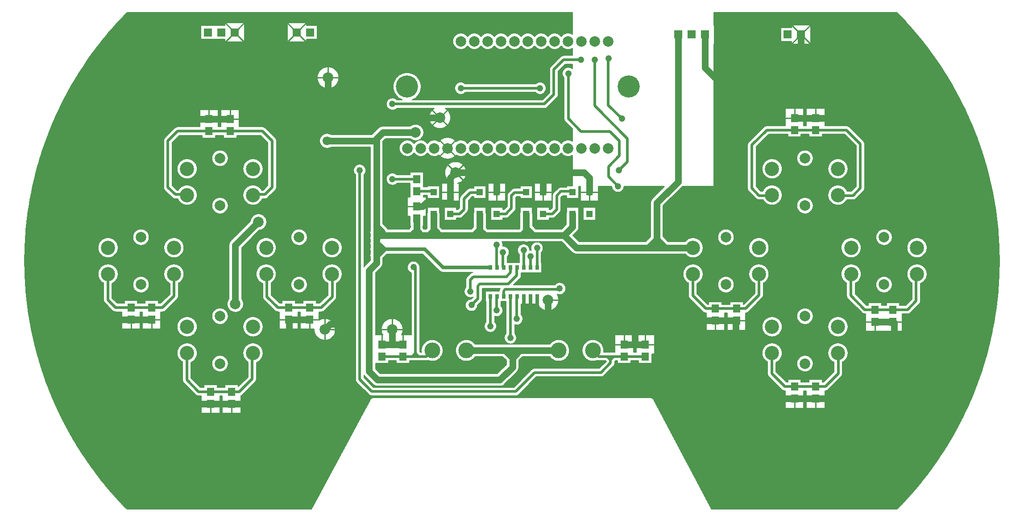
<source format=gbr>
G04 EasyPC Gerber Version 21.0.3 Build 4286 *
G04 #@! TF.Part,Single*
G04 #@! TF.FileFunction,Copper,L1,Top *
G04 #@! TF.FilePolarity,Positive *
%FSLAX35Y35*%
%MOIN*%
G04 #@! TA.AperFunction,SMDPad*
%ADD28R,0.02559X0.03346*%
%ADD72R,0.04724X0.05118*%
%ADD26R,0.05500X0.06000*%
G04 #@! TA.AperFunction,ComponentPad*
%ADD27R,0.06000X0.06000*%
G04 #@! TD.AperFunction*
%ADD16C,0.00500*%
%ADD71C,0.01000*%
%ADD77C,0.01969*%
%ADD74C,0.02500*%
G04 #@! TA.AperFunction,ViaPad*
%ADD76C,0.04800*%
G04 #@! TD.AperFunction*
%ADD73C,0.05000*%
G04 #@! TA.AperFunction,ViaPad*
%ADD75C,0.06693*%
G04 #@! TA.AperFunction,ComponentPad*
%ADD12C,0.07874*%
%ADD25C,0.10630*%
%ADD29C,0.11811*%
G04 #@! TA.AperFunction,WasherPad*
%ADD24C,0.16535*%
X0Y0D02*
D02*
D12*
X99463Y217376D03*
Y252809D03*
X158518Y158321D03*
Y193754D03*
Y276431D03*
Y311864D03*
X169935Y202809D03*
X187258Y264226D03*
X217573Y217376D03*
Y252809D03*
X236864Y183911D03*
X239226Y372100D03*
X287061Y183911D03*
X298439Y319344D03*
X304581Y331156D03*
X308439Y319344D03*
X318439D03*
X322691Y342179D03*
X328439Y319344D03*
X334502Y301234D03*
X338439Y319344D03*
Y399344D03*
X348439Y319344D03*
Y399344D03*
X358439Y319344D03*
Y399344D03*
X368439Y319344D03*
Y399344D03*
X378439Y319344D03*
Y399344D03*
X388439Y319344D03*
Y399344D03*
X398439Y319344D03*
Y399344D03*
X403400Y205959D03*
X408439Y319344D03*
Y399344D03*
X418439Y319344D03*
Y399344D03*
X428439Y319344D03*
Y399344D03*
X438439Y319344D03*
Y399344D03*
X448439Y319344D03*
Y399344D03*
X536470Y217376D03*
Y252809D03*
X595526Y158321D03*
Y193754D03*
Y276431D03*
Y311864D03*
X654581Y217376D03*
Y252809D03*
D02*
D16*
X740661Y235093D02*
X740646Y237950D01*
X740599Y240807*
X740522Y243663*
X740413Y246519*
X740274Y249373*
X740104Y252225*
X739903Y255076*
X739671Y257924*
X739408Y260769*
X739114Y263611*
X738790Y266450*
X738435Y269286*
X738049Y272117*
X737632Y274944*
X737185Y277767*
X736707Y280584*
X736199Y283396*
X735660Y286202*
X735091Y289003*
X734491Y291797*
X733861Y294584*
X733201Y297365*
X732511Y300137*
X731791Y302903*
X731041Y305660*
X730261Y308409*
X729452Y311150*
X728612Y313881*
X727743Y316604*
X726845Y319317*
X725918Y322019*
X724961Y324712*
X723975Y327394*
X722960Y330065*
X721917Y332725*
X720844Y335374*
X719743Y338011*
X718613Y340635*
X717455Y343248*
X716269Y345847*
X715054Y348434*
X713811Y351007*
X712541Y353567*
X711243Y356113*
X709918Y358644*
X708565Y361161*
X707185Y363663*
X705778Y366150*
X704344Y368622*
X702883Y371078*
X701396Y373518*
X699883Y375942*
X698343Y378349*
X696778Y380739*
X695186Y383113*
X693569Y385469*
X691926Y387807*
X690259Y390127*
X688566Y392429*
X686848Y394713*
X685106Y396978*
X683339Y399223*
X681548Y401450*
X679733Y403657*
X677894Y405844*
X676031Y408011*
X674145Y410158*
X672236Y412285*
X670304Y414390*
X668350Y416474*
X666372Y418537*
X664172Y420781*
X527415*
Y411571*
X527831*
Y397197*
X527415*
Y290801*
X503970*
X489614Y276445*
Y253392*
X489659Y253144*
X493149Y249654*
X505991*
X506301Y250015*
X506633Y250356*
X506986Y250676*
X507358Y250972*
X507748Y251245*
X508155Y251492*
X508577Y251713*
X509011Y251907*
X509457Y252074*
X509913Y252211*
X510376Y252320*
X510846Y252399*
X511319Y252449*
X511795Y252468*
X512271Y252457*
X512745Y252417*
X513216Y252346*
X513681Y252246*
X514140Y252117*
X514589Y251959*
X515027Y251773*
X515453Y251559*
X515864Y251320*
X516259Y251054*
X516637Y250765*
X516995Y250452*
X517333Y250117*
X517650Y249761*
X517943Y249385*
X518212Y248993*
X518456Y248583*
X518673Y248160*
X518863Y247723*
X519025Y247276*
X519159Y246819*
X519263Y246354*
X519338Y245884*
X519383Y245410*
X519398Y244935*
X519383Y244459*
X519338Y243985*
X519263Y243515*
X519159Y243051*
X519025Y242594*
X518863Y242146*
X518673Y241709*
X518456Y241286*
X518212Y240877*
X517943Y240484*
X517650Y240109*
X517333Y239753*
X516995Y239418*
X516636Y239105*
X516259Y238815*
X515863Y238550*
X515452Y238310*
X515026Y238096*
X514588Y237910*
X514139Y237752*
X513681Y237623*
X513215Y237523*
X512744Y237453*
X512270Y237412*
X511794Y237402*
X511319Y237421*
X510845Y237470*
X510376Y237550*
X509912Y237658*
X509457Y237796*
X509011Y237962*
X508576Y238156*
X508154Y238378*
X507748Y238625*
X507357Y238897*
X506985Y239194*
X506632Y239514*
X506300Y239855*
X505991Y240217*
X479573*
X479250Y240161*
X478924Y240128*
X478596Y240117*
X478269Y240128*
X477943Y240161*
X477620Y240217*
X424856*
X424485Y240231*
X424117Y240275*
X423753Y240347*
X423396Y240448*
X423048Y240577*
X422711Y240732*
X422387Y240914*
X422079Y241120*
X421788Y241350*
X421516Y241602*
X413650Y249469*
X392578*
X392568*
X388660*
X388316Y249380*
X387967Y249316*
X387613Y249277*
X387258Y249264*
X386903Y249277*
X386550Y249315*
X386200Y249379*
X385856Y249469*
X369176*
X369356Y249138*
X369507Y248793*
X369631Y248438*
X369725Y248073*
X369789Y247702*
X369823Y247328*
X369826Y246951*
X369799Y246576*
X369741Y246203*
X370113Y246204*
X370484Y246175*
X370851Y246116*
X371213Y246027*
X371566Y245910*
X371908Y245765*
X372238Y245592*
X372552Y245394*
X372850Y245171*
X373129Y244925*
X373387Y244657*
X373623Y244369*
X373835Y244063*
X374021Y243741*
X374181Y243406*
X374313Y243058*
X374417Y242701*
X374492Y242337*
X374537Y241967*
X374553Y241596*
X374539Y241224*
X374494Y240855*
X374420Y240490*
X374318Y240133*
X374186Y239785*
X374027Y239448*
X373842Y239126*
X373631Y238820*
X373396Y238531*
X373138Y238261*
Y233965*
X382106*
Y239836*
X381849Y240104*
X381615Y240392*
X381404Y240698*
X381219Y241019*
X381059Y241355*
X380928Y241702*
X380825Y242059*
X380750Y242423*
X380706Y242792*
X380691Y243163*
X380706Y243535*
X380750Y243904*
X380825Y244269*
X380928Y244626*
X381060Y244974*
X381220Y245309*
X381406Y245631*
X381617Y245937*
X381852Y246226*
X382109Y246494*
X382388Y246740*
X382685Y246964*
X382999Y247163*
X383328Y247335*
X383670Y247481*
X384023Y247599*
X384384Y247688*
X384751Y247748*
X385122Y247778*
X385494*
X385864Y247748*
X386231Y247688*
X386592Y247599*
X386945Y247481*
X387287Y247336*
X387616Y247163*
X387930Y246965*
X388228Y246741*
X388506Y246495*
X388764Y246227*
X388999Y245939*
X389211Y245633*
X389397Y245311*
X389556Y244975*
X389688Y244628*
X389792Y244270*
X389866Y243906*
X389911Y243537*
X389928Y243163*
X389926Y243042*
X390294Y243057*
X390663Y243044*
X391030Y243001*
X390909Y243336*
X390814Y243679*
X390746Y244029*
X390705Y244383*
X390691Y244738*
X390706Y245110*
X390750Y245479*
X390825Y245844*
X390928Y246201*
X391060Y246548*
X391220Y246884*
X391406Y247206*
X391617Y247512*
X391852Y247800*
X392109Y248069*
X392388Y248315*
X392685Y248539*
X392999Y248737*
X393328Y248910*
X393670Y249056*
X394023Y249174*
X394384Y249263*
X394751Y249322*
X395122Y249352*
X395494*
X395864Y249322*
X396231Y249263*
X396592Y249174*
X396945Y249056*
X397287Y248911*
X397616Y248738*
X397930Y248539*
X398228Y248316*
X398506Y248070*
X398764Y247802*
X398999Y247514*
X399211Y247208*
X399397Y246886*
X399556Y246550*
X399688Y246202*
X399792Y245845*
X399866Y245481*
X399911Y245112*
X399928Y244738*
X399913Y244367*
X399868Y243998*
X399793Y243634*
X399690Y243278*
X399559Y242930*
X399400Y242594*
X399214Y242273*
X399004Y241967*
X398769Y241679*
X398512Y241411*
Y233965*
X398807*
Y226181*
X383531*
Y224072*
Y224070*
Y224069*
X383519Y223776*
X383481Y223485*
X383417Y223199*
X383329Y222920*
X383217Y222649*
X383081Y222389*
X382924Y222141*
X382746Y221909*
X382547Y221693*
X377890Y217035*
X408449*
X408676Y217339*
X408927Y217622*
X409200Y217884*
X409493Y218122*
X409806Y218336*
X410134Y218524*
X410477Y218684*
X410831Y218816*
X411196Y218918*
X411567Y218990*
X411943Y219031*
X412321Y219041*
X412699Y219020*
X413074Y218969*
X413443Y218887*
X413805Y218775*
X414156Y218634*
X414494Y218465*
X414817Y218268*
X415124Y218046*
X415411Y217799*
X415676Y217530*
X415919Y217239*
X416137Y216930*
X416330Y216604*
X416494Y216264*
X416631Y215911*
X416738Y215548*
X416815Y215178*
X416862Y214802*
X416876Y214423*
X416861Y214053*
X416817Y213685*
X416743Y213321*
X416640Y212965*
X416509Y212618*
X416351Y212283*
X416166Y211962*
X415956Y211656*
X415722Y211369*
X415466Y211100*
X415189Y210854*
X414894Y210630*
X414581Y210431*
X414254Y210257*
X413913Y210111*
X413562Y209992*
X413202Y209902*
X412837Y209841*
X412467Y209809*
X412096Y209807*
X411727Y209835*
X411361Y209893*
X411000Y209980*
X410648Y210095*
X410306Y210238*
X410556Y209804*
X410779Y209356*
X410974Y208895*
X411141Y208423*
X411278Y207942*
X411385Y207453*
X411462Y206958*
X411508Y206460*
X411524Y205959*
X411508Y205454*
X411461Y204951*
X411383Y204452*
X411274Y203959*
X411134Y203473*
X410965Y202997*
X410766Y202533*
X410539Y202081*
X410284Y201645*
X410003Y201226*
X409696Y200824*
X409365Y200443*
X409010Y200083*
X408634Y199746*
X408238Y199432*
X407823Y199144*
X407391Y198882*
X406944Y198648*
X406483Y198442*
X406009Y198265*
X405526Y198117*
X405035Y198000*
X404537Y197914*
X404035Y197859*
X403531Y197835*
X403026Y197843*
X402522Y197881*
X402022Y197952*
X401527Y198053*
X401039Y198184*
X400560Y198346*
X400093Y198537*
X399638Y198757*
X399198Y199005*
X398774Y199279*
X398367Y199580*
X397981Y199905*
X397615Y200253*
X397272Y200624*
X396952Y201015*
X396657Y201425*
X396388Y201853*
X396146Y202296*
X395933Y202756*
X383531*
Y194954*
X383780Y194668*
X384004Y194362*
X384202Y194039*
X384374Y193701*
X384517Y193350*
X384630Y192989*
X384714Y192619*
X384767Y192244*
X384789Y191865*
X384780Y191487*
X384740Y191110*
X384669Y190737*
X384568Y190372*
X384437Y190016*
X384278Y189672*
X384091Y189343*
X383877Y189030*
X383639Y188735*
X383377Y188461*
X383093Y188210*
X382790Y187982*
X382470Y187780*
X382133Y187606*
X381784Y187459*
X381424Y187341*
X381056Y187253*
X380681Y187196*
X380303Y187170*
X379924Y187174*
X379547Y187210*
X379174Y187277*
X378807Y187373*
Y180781*
X379037Y180518*
X379246Y180238*
X379433Y179944*
X379598Y179636*
X379739Y179317*
X379855Y178987*
X379946Y178650*
X380012Y178307*
X380052Y177961*
X380065Y177612*
X380050Y177241*
X380006Y176871*
X379931Y176507*
X379828Y176150*
X379696Y175802*
X379536Y175466*
X379350Y175144*
X379139Y174838*
X378904Y174550*
X378646Y174282*
X378368Y174035*
X378071Y173812*
X377757Y173613*
X377428Y173440*
X377085Y173294*
X376733Y173177*
X376372Y173088*
X376005Y173028*
X375634Y172998*
X375262*
X374892Y173028*
X374525Y173087*
X374164Y173176*
X373811Y173294*
X373469Y173440*
X373140Y173613*
X372826Y173811*
X372528Y174034*
X372250Y174281*
X371992Y174549*
X371757Y174837*
X371545Y175143*
X371359Y175465*
X371200Y175800*
X371068Y176148*
X370964Y176505*
X370890Y176869*
X370845Y177238*
X370828Y177612*
X370841Y177961*
X370881Y178308*
X370946Y178651*
X371038Y178988*
X371154Y179317*
X371295Y179636*
X371460Y179944*
X371647Y180239*
X371856Y180518*
X372087Y180781*
Y204724*
X368571*
Y201253*
X368815Y200972*
X369036Y200672*
X369232Y200356*
X369402Y200024*
X369545Y199680*
X369659Y199326*
X369745Y198963*
X369801Y198595*
X369827Y198223*
X369823Y197851*
X369789Y197480*
X369726Y197113*
X369633Y196752*
X369511Y196400*
X369361Y196059*
X369185Y195731*
X368982Y195419*
X368755Y195124*
X368505Y194848*
X368233Y194593*
X367942Y194360*
X367633Y194152*
X367308Y193970*
X366970Y193815*
X366620Y193687*
X366261Y193587*
X365895Y193517*
X365525Y193477*
X365153Y193467*
X364781Y193487*
X364411Y193536*
X364048Y193615*
X363689Y193724*
Y189601*
X363946Y189333*
X364181Y189045*
X364391Y188739*
X364577Y188418*
X364736Y188082*
X364867Y187735*
X364970Y187378*
X365045Y187014*
X365090Y186645*
X365105Y186274*
X365090Y185902*
X365045Y185533*
X364970Y185168*
X364867Y184811*
X364735Y184463*
X364576Y184128*
X364390Y183806*
X364178Y183500*
X363943Y183211*
X363686Y182943*
X363407Y182697*
X363110Y182473*
X362796Y182274*
X362467Y182102*
X362125Y181956*
X361772Y181838*
X361411Y181749*
X361044Y181689*
X360674Y181659*
X360302*
X359931Y181689*
X359564Y181749*
X359203Y181838*
X358850Y181956*
X358508Y182101*
X358179Y182274*
X357865Y182472*
X357568Y182696*
X357289Y182942*
X357031Y183210*
X356796Y183498*
X356585Y183804*
X356398Y184126*
X356239Y184462*
X356107Y184809*
X356004Y185167*
X355929Y185531*
X355884Y185900*
X355868Y186274*
X355883Y186645*
X355928Y187014*
X356002Y187378*
X356105Y187734*
X356237Y188081*
X356396Y188417*
X356581Y188739*
X356792Y189045*
X357026Y189333*
X357283Y189601*
Y204724*
X356811*
Y212508*
X367106*
Y212627*
Y212631*
Y212632*
X367122Y212945*
X367168Y213256*
X367244Y213560*
X367349Y213856*
X367483Y214140*
X367645Y214409*
X354398*
Y206750*
Y206747*
Y206746*
X354385Y206453*
X354347Y206163*
X354283Y205876*
X354195Y205597*
X354083Y205326*
X353948Y205066*
X353790Y204819*
X353612Y204586*
X353413Y204370*
X350930Y201886*
X350903Y201509*
X350846Y201135*
X350758Y200768*
X350641Y200408*
X350494Y200060*
X350320Y199724*
X350119Y199404*
X349892Y199102*
X349641Y198819*
X349368Y198557*
X349074Y198319*
X348762Y198106*
X348433Y197919*
X348091Y197759*
X347736Y197628*
X347372Y197526*
X347001Y197455*
X346625Y197414*
X346247Y197404*
X345869Y197424*
X345495Y197476*
X345126Y197558*
X344765Y197670*
X344414Y197812*
X344076Y197981*
X343753Y198178*
X343447Y198400*
X343161Y198646*
X342895Y198916*
X342653Y199206*
X342435Y199515*
X342243Y199840*
X342078Y200180*
X341941Y200533*
X341834Y200896*
X341757Y201266*
X341710Y201641*
X341694Y202022*
X341710Y202396*
X341756Y202768*
X341831Y203135*
X341936Y203494*
X342070Y203844*
X342232Y204182*
X342420Y204506*
X342635Y204813*
X342873Y205102*
X343134Y205370*
X343416Y205617*
X343717Y205839*
X344034Y206037*
X344367Y206209*
X344713Y206352*
X345069Y206468*
X345434Y206554*
X345804Y206610*
X346178Y206638*
X347677Y208138*
Y208171*
X347343Y208012*
X346996Y207880*
X346640Y207776*
X346277Y207701*
X345909Y207655*
X345538Y207639*
X345168Y207653*
X344800Y207697*
X344436Y207770*
X344079Y207872*
X343732Y208002*
X343396Y208159*
X343074Y208344*
X342768Y208553*
X342480Y208786*
X342211Y209042*
X341963Y209318*
X341739Y209613*
X341539Y209926*
X341365Y210253*
X341217Y210593*
X341098Y210944*
X341007Y211304*
X340945Y211670*
X340913Y212039*
X340910Y212410*
X340937Y212780*
X340994Y213146*
X341080Y213507*
X341194Y213859*
X341337Y214202*
X341506Y214532*
X341701Y214847*
X341921Y215146*
X342165Y215426*
Y220916*
Y220919*
Y220919*
X342178Y221212*
X342216Y221503*
X342280Y221789*
X342368Y222069*
X342480Y222339*
X342615Y222599*
X342773Y222846*
X342951Y223079*
X343150Y223295*
X345512Y225657*
X345737Y225863*
X345980Y226048*
X346239Y226210*
X346512Y226347*
X346796Y226459*
X347089Y226545*
X347388Y226604*
X325053*
X324751Y226617*
X324451Y226657*
X324155Y226722*
X323867Y226813*
X323587Y226929*
X323318Y227069*
X323063Y227231*
X322822Y227415*
X322599Y227621*
X309935Y240285*
X283179*
X280165Y237272*
Y233518*
X280151Y233147*
X280107Y232778*
X280035Y232415*
X279934Y232057*
X279805Y231709*
X279650Y231372*
X279468Y231049*
X279262Y230741*
X279032Y230450*
X278780Y230178*
X274654Y226052*
Y179850*
X280025*
X279801Y180266*
X279601Y180694*
X279427Y181133*
X279278Y181582*
X279156Y182038*
X279061Y182501*
X278992Y182968*
X278951Y183439*
X278937Y183911*
X278952Y184411*
X278998Y184909*
X279075Y185404*
X279182Y185893*
X279319Y186374*
X279485Y186846*
X279680Y187306*
X279903Y187754*
X280153Y188188*
X280430Y188605*
X280731Y189004*
X281057Y189384*
X281405Y189743*
X281775Y190080*
X282165Y190394*
X282573Y190683*
X282998Y190946*
X283439Y191183*
X283893Y191392*
X284359Y191572*
X284836Y191724*
X285321Y191846*
X285813Y191938*
X286309Y192000*
X286809Y192031*
X287309*
X287808Y192000*
X288305Y191939*
X288796Y191847*
X289281Y191725*
X289758Y191573*
X290225Y191393*
X290679Y191183*
X291120Y190947*
X291545Y190683*
X291954Y190394*
X292343Y190081*
X292713Y189744*
X293061Y189385*
X293387Y189005*
X293689Y188606*
X293965Y188189*
X294215Y187756*
X294439Y187308*
X294634Y186848*
X294800Y186376*
X294937Y185895*
X295044Y185406*
X295121Y184912*
X295168Y184414*
X295185Y183911*
X295171Y183439*
X295130Y182969*
X295061Y182502*
X294966Y182039*
X294844Y181583*
X294696Y181134*
X294521Y180695*
X294322Y180267*
X294097Y179850*
X301378*
Y226045*
X301035Y226191*
X300704Y226363*
X300389Y226561*
X300091Y226785*
X299811Y227031*
X299552Y227300*
X299316Y227589*
X299104Y227895*
X298917Y228218*
X298757Y228554*
X298625Y228903*
X298521Y229261*
X298446Y229626*
X298401Y229996*
X298387Y230368*
X298402Y230744*
X298448Y231118*
X298524Y231486*
X298630Y231847*
X298765Y232198*
X298928Y232537*
X299118Y232862*
X299334Y233170*
X299574Y233460*
X299837Y233729*
X300121Y233976*
X300424Y234199*
X300745Y234396*
X301080Y234567*
X301428Y234710*
X301787Y234824*
X302154Y234908*
X302526Y234963*
X302902Y234986*
X303278Y234980*
X303653Y234942*
X304023Y234874*
X304386Y234777*
X304741Y234650*
X305083Y234494*
X305413Y234311*
X305726Y234102*
X306020Y233869*
X306295Y233611*
X306548Y233333*
X306778Y233035*
X306983Y232719*
X307161Y232388*
X307311Y232042*
X307453Y231785*
X307571Y231516*
X307663Y231237*
X307730Y230952*
X307770Y230661*
X307783Y230368*
Y167352*
X308270Y166866*
X308963*
X308905Y167296*
X308870Y167729*
X308858Y168163*
X308874Y168663*
X308920Y169161*
X308996Y169656*
X309104Y170144*
X309241Y170626*
X309407Y171098*
X309602Y171558*
X309824Y172006*
X310074Y172440*
X310351Y172857*
X310652Y173256*
X310978Y173636*
X311326Y173995*
X311696Y174332*
X312086Y174646*
X312494Y174935*
X312919Y175198*
X313360Y175435*
X313814Y175644*
X314281Y175824*
X314757Y175976*
X315243Y176098*
X315734Y176190*
X316231Y176252*
X316730Y176283*
X317230*
X317730Y176252*
X318226Y176191*
X318718Y176099*
X319203Y175977*
X319680Y175825*
X320146Y175644*
X320600Y175435*
X321041Y175199*
X321467Y174935*
X321875Y174646*
X322265Y174333*
X322634Y173996*
X322983Y173637*
X323308Y173257*
X323610Y172858*
X323886Y172441*
X324137Y172008*
X324360Y171560*
X324555Y171100*
X324722Y170628*
X324859Y170147*
X324966Y169658*
X325043Y169164*
X325089Y168666*
X325106Y168163*
X325091Y167661*
X325044Y167160*
X324966Y166663*
X324858Y166172*
X324720Y165688*
X324552Y165214*
X324355Y164752*
X324130Y164302*
X323877Y163867*
X323598Y163448*
X323293Y163048*
X322965Y162667*
X322613Y162307*
X322240Y161970*
X321846Y161657*
X321435Y161368*
X321006Y161106*
X320561Y160870*
X320103Y160663*
X319633Y160484*
X319152Y160335*
X318664Y160215*
X318169Y160126*
X317669Y160069*
X317167Y160041*
X316663Y160046*
X316162Y160081*
X315663Y160147*
X315170Y160244*
X314683Y160371*
X314205Y160528*
X313736Y160716*
X313495Y160625*
X313248Y160553*
X312995Y160502*
X312740Y160470*
X312482Y160461*
X302722*
X302471Y160431*
X302219Y160421*
X301966Y160431*
X301715Y160461*
X300100*
Y158445*
X290163*
Y160461*
X284352*
Y158445*
X274654*
Y154370*
X278189Y150835*
X365619*
X372303Y157519*
Y160697*
X369556Y163445*
X349186*
X348884Y163047*
X348557Y162669*
X348208Y162311*
X347838Y161976*
X347448Y161664*
X347039Y161377*
X346613Y161115*
X346172Y160880*
X345718Y160672*
X345252Y160493*
X344775Y160343*
X344291Y160223*
X343799Y160132*
X343303Y160072*
X342804Y160043*
X342305Y160044*
X341806Y160076*
X341311Y160138*
X340820Y160231*
X340335Y160354*
X339859Y160506*
X339394Y160687*
X338941Y160897*
X338501Y161134*
X338076Y161398*
X337669Y161687*
X337280Y162001*
X336911Y162338*
X336564Y162697*
X336239Y163076*
X335938Y163475*
X335663Y163892*
X335413Y164324*
X335191Y164772*
X334996Y165232*
X334830Y165703*
X334694Y166184*
X334587Y166672*
X334511Y167166*
X334465Y167663*
X334449Y168163*
X334464Y168663*
X334510Y169160*
X334587Y169654*
X334693Y170142*
X334830Y170623*
X334996Y171094*
X335190Y171554*
X335413Y172002*
X335662Y172434*
X335938Y172851*
X336239Y173250*
X336563Y173630*
X336911Y173989*
X337280Y174326*
X337668Y174639*
X338076Y174929*
X338500Y175193*
X338940Y175430*
X339393Y175639*
X339859Y175820*
X340335Y175973*
X340819Y176096*
X341310Y176189*
X341806Y176251*
X342304Y176283*
X342804Y176284*
X343302Y176255*
X343798Y176194*
X344290Y176104*
X344774Y175983*
X345251Y175833*
X345717Y175654*
X346172Y175447*
X346613Y175212*
X347038Y174950*
X347447Y174663*
X347837Y174351*
X348207Y174015*
X348557Y173658*
X348883Y173280*
X349186Y172882*
X404857*
X405159Y173280*
X405486Y173658*
X405835Y174015*
X406206Y174351*
X406596Y174663*
X407004Y174950*
X407430Y175212*
X407871Y175447*
X408325Y175654*
X408792Y175833*
X409268Y175983*
X409753Y176104*
X410244Y176194*
X410740Y176255*
X411239Y176284*
X411739Y176283*
X412237Y176251*
X412733Y176189*
X413224Y176096*
X413708Y175973*
X414184Y175820*
X414649Y175639*
X415103Y175430*
X415543Y175193*
X415967Y174929*
X416374Y174640*
X416763Y174326*
X417132Y173989*
X417480Y173630*
X417804Y173250*
X418105Y172852*
X418381Y172435*
X418630Y172002*
X418853Y171555*
X419047Y171095*
X419213Y170624*
X419350Y170143*
X419456Y169655*
X419533Y169161*
X419579Y168663*
X419594Y168163*
X419579Y167664*
X419533Y167167*
X419457Y166673*
X419350Y166185*
X419213Y165704*
X419048Y165233*
X418853Y164772*
X418631Y164325*
X418381Y163893*
X418106Y163476*
X417805Y163077*
X417480Y162697*
X417133Y162338*
X416764Y162001*
X416375Y161687*
X415968Y161398*
X415543Y161134*
X415104Y160897*
X414650Y160688*
X414185Y160506*
X413709Y160354*
X413224Y160231*
X412733Y160138*
X412238Y160076*
X411739Y160044*
X411240Y160043*
X410741Y160072*
X410245Y160132*
X409754Y160223*
X409269Y160343*
X408793Y160493*
X408326Y160672*
X407872Y160880*
X407431Y161115*
X407005Y161377*
X406596Y161664*
X406206Y161976*
X405836Y162311*
X405487Y162669*
X405160Y163047*
X404857Y163445*
X384488*
X381740Y160697*
Y155565*
X381726Y155194*
X381682Y154826*
X381609Y154462*
X381509Y154105*
X381380Y153757*
X381224Y153420*
X381043Y153096*
X380837Y152788*
X380607Y152497*
X380355Y152225*
X370913Y142783*
X370641Y142531*
X370350Y142301*
X370042Y142095*
X369718Y141913*
X369381Y141758*
X369033Y141629*
X368676Y141528*
X368312Y141456*
X367944Y141412*
X367573Y141398*
X276234*
X275863Y141412*
X275495Y141456*
X275131Y141528*
X274774Y141629*
X274426Y141758*
X274089Y141913*
X273765Y142095*
X273457Y142301*
X273166Y142531*
X272894Y142783*
X266602Y149075*
X266405Y149284*
X266221Y149505*
X266051Y149736*
Y147837*
X273230Y140657*
X378057*
X391290Y153890*
X391523Y154102*
X391776Y154289*
X392045Y154451*
X392330Y154586*
X392626Y154692*
X392931Y154769*
X393242Y154815*
X393557Y154831*
X441837*
X446986Y159980*
X446506Y160461*
X441561*
X441304Y160471*
X441048Y160502*
X440796Y160554*
X440548Y160625*
X440307Y160716*
X439841Y160530*
X439363Y160372*
X438876Y160244*
X438383Y160147*
X437884Y160081*
X437382Y160045*
X436879Y160041*
X436377Y160068*
X435877Y160126*
X435382Y160214*
X434893Y160333*
X434413Y160483*
X433943Y160661*
X433485Y160869*
X433040Y161104*
X432611Y161367*
X432199Y161655*
X431806Y161969*
X431432Y162306*
X431081Y162665*
X430752Y163046*
X430447Y163446*
X430168Y163865*
X429915Y164299*
X429690Y164749*
X429493Y165211*
X429324Y165685*
X429186Y166169*
X429078Y166660*
X429000Y167157*
X428953Y167658*
X428937Y168163*
X428952Y168663*
X428998Y169161*
X429075Y169656*
X429182Y170144*
X429319Y170626*
X429485Y171098*
X429680Y171558*
X429903Y172006*
X430153Y172440*
X430430Y172857*
X430731Y173256*
X431057Y173636*
X431405Y173995*
X431775Y174332*
X432165Y174646*
X432573Y174935*
X432998Y175198*
X433439Y175435*
X433893Y175644*
X434359Y175824*
X434836Y175976*
X435321Y176098*
X435813Y176190*
X436309Y176252*
X436809Y176283*
X437309*
X437808Y176252*
X438305Y176191*
X438796Y176099*
X439281Y175977*
X439758Y175825*
X440225Y175644*
X440679Y175435*
X441120Y175199*
X441545Y174935*
X441954Y174646*
X442343Y174333*
X442713Y173996*
X443061Y173637*
X443387Y173257*
X443689Y172858*
X443965Y172441*
X444215Y172008*
X444439Y171560*
X444634Y171100*
X444800Y170628*
X444937Y170147*
X445044Y169658*
X445121Y169164*
X445168Y168666*
X445185Y168163*
X445173Y167730*
X445139Y167297*
X445081Y166866*
X447384*
X447635Y166896*
X447888Y166906*
X448141Y166896*
X448392Y166866*
X453549*
Y179850*
X467423*
Y166866*
X469297*
Y179850*
X483171*
Y165476*
X481203*
Y158445*
X471266*
Y160461*
X465455*
Y158445*
X455518*
Y160461*
X453939*
X453453Y159974*
Y158715*
X453437Y158400*
X453391Y158089*
X453315Y157784*
X453209Y157487*
X453074Y157203*
X452912Y156933*
X452724Y156681*
X452512Y156447*
X445431Y149366*
X445198Y149154*
X444945Y148967*
X444675Y148805*
X444391Y148670*
X444095Y148564*
X443790Y148487*
X443478Y148441*
X443163Y148425*
X394884*
X381651Y135193*
X381418Y134981*
X381165Y134793*
X380896Y134631*
X380611Y134497*
X380315Y134391*
X380010Y134314*
X379699Y134267*
X379384Y134252*
X271904*
X271589Y134267*
X271278Y134313*
X270973Y134390*
X270676Y134496*
X270392Y134631*
X270122Y134793*
X269870Y134980*
X269636Y135193*
X260586Y144243*
X260375Y144476*
X260187Y144728*
X260025Y144998*
X259891Y145282*
X259784Y145578*
X259707Y145883*
X259661Y146195*
X259646Y146510*
Y299481*
X259389Y299750*
X259154Y300037*
X258943Y300343*
X258758Y300665*
X258599Y301001*
X258467Y301348*
X258364Y301705*
X258290Y302069*
X258245Y302437*
X258230Y302809*
X258245Y303181*
X258290Y303550*
X258364Y303915*
X258468Y304272*
X258600Y304619*
X258759Y304955*
X258945Y305277*
X259156Y305583*
X259391Y305871*
X259649Y306139*
X259927Y306386*
X260224Y306609*
X260539Y306808*
X260868Y306981*
X261210Y307127*
X261563Y307244*
X261924Y307333*
X262291Y307393*
X262661Y307423*
X263033*
X263404Y307393*
X263770Y307334*
X264131Y307245*
X264484Y307127*
X264826Y306981*
X265156Y306809*
X265470Y306610*
X265767Y306387*
X266045Y306141*
X266303Y305872*
X266539Y305585*
X266750Y305279*
X266936Y304957*
X267096Y304621*
X267228Y304273*
X267331Y303916*
X267406Y303552*
X267450Y303183*
X267467Y302809*
X267452Y302438*
X267407Y302069*
X267333Y301705*
X267230Y301348*
X267098Y301001*
X266939Y300665*
X266754Y300344*
X266543Y300038*
X266308Y299750*
X266051Y299481*
Y230685*
X266221Y230917*
X266405Y231137*
X266602Y231346*
X270728Y235472*
Y237824*
X270639Y238168*
X270576Y238518*
X270537Y238871*
X270524Y239226*
X270537Y239581*
X270575Y239934*
X270639Y240284*
X270728Y240629*
Y242352*
X270639Y242696*
X270576Y243045*
X270537Y243398*
X270524Y243754*
X270537Y244109*
X270575Y244462*
X270639Y244811*
X270728Y245156*
Y246879*
X270639Y247223*
X270576Y247573*
X270537Y247926*
X270524Y248281*
X270537Y248636*
X270575Y248989*
X270639Y249339*
X270728Y249684*
Y250816*
X270639Y251160*
X270576Y251510*
X270537Y251863*
X270524Y252218*
X270537Y252573*
X270575Y252926*
X270639Y253276*
X270728Y253621*
Y254950*
X270639Y255294*
X270576Y255644*
X270537Y255997*
X270524Y256352*
X270537Y256707*
X270575Y257060*
X270639Y257410*
X270728Y257755*
Y320138*
X241389*
X241035Y319934*
X240667Y319757*
X240287Y319607*
X239897Y319486*
X239499Y319393*
X239096Y319330*
X238689Y319297*
X238280Y319294*
X237872Y319320*
X237468Y319377*
X237069Y319463*
X236676Y319578*
X236294Y319721*
X235923Y319893*
X235565Y320091*
X235224Y320314*
X234899Y320562*
X234594Y320833*
X234309Y321126*
X234046Y321439*
X233807Y321771*
X233594Y322119*
X233406Y322482*
X233245Y322857*
X233113Y323244*
X233009Y323639*
X232934Y324041*
X232889Y324446*
X232874Y324856*
X232889Y325265*
X232934Y325670*
X233008Y326072*
X233112Y326467*
X233245Y326854*
X233406Y327230*
X233593Y327593*
X233807Y327941*
X234046Y328272*
X234308Y328585*
X234593Y328878*
X234898Y329149*
X235223Y329397*
X235565Y329621*
X235922Y329819*
X236293Y329990*
X236675Y330134*
X237067Y330249*
X237466Y330335*
X237870Y330392*
X238278Y330419*
X238687Y330416*
X239094Y330383*
X239497Y330320*
X239895Y330227*
X240285Y330106*
X240666Y329956*
X241034Y329779*
X241389Y329575*
X271928*
X272110Y329768*
X276835Y334492*
X277107Y334744*
X277398Y334974*
X277707Y335180*
X278031Y335361*
X278368Y335516*
X278716Y335644*
X279073Y335744*
X279437Y335817*
X279805Y335860*
X280176Y335874*
X300628*
X300972Y336142*
X301334Y336385*
X301712Y336602*
X302105Y336791*
X302511Y336952*
X302926Y337084*
X303350Y337187*
X303781Y337259*
X304215Y337300*
X304651Y337311*
X305087Y337290*
X305520Y337239*
X305948Y337157*
X306370Y337045*
X306783Y336904*
X307184Y336733*
X307573Y336535*
X307946Y336309*
X308303Y336058*
X308641Y335782*
X308958Y335483*
X309254Y335162*
X309526Y334821*
X309773Y334462*
X309994Y334086*
X310189Y333695*
X310354Y333291*
X310491Y332877*
X310598Y332454*
X310675Y332025*
X310721Y331591*
X310736Y331156*
X310721Y330720*
X310674Y330286*
X310598Y329856*
X310491Y329433*
X310354Y329019*
X310188Y328616*
X309994Y328225*
X309773Y327849*
X309526Y327490*
X309254Y327149*
X308958Y326828*
X308641Y326529*
X308303Y326253*
X307946Y326002*
X307572Y325776*
X307184Y325578*
X306782Y325407*
X306370Y325266*
X305948Y325154*
X305520Y325072*
X305087Y325021*
X304651Y325001*
X304215Y325011*
X303780Y325053*
X303350Y325125*
X302926Y325227*
X302510Y325359*
X302105Y325520*
X301712Y325709*
X301334Y325926*
X300972Y326169*
X300628Y326437*
X282126*
X280165Y324477*
Y262834*
X282717Y260283*
X282947Y260037*
X283159Y259774*
X283351Y259497*
X283524Y259207*
X283675Y258906*
X299674*
X300567Y259798*
X300650Y260117*
Y261594*
X300400*
Y268626*
X298431*
Y283000*
X300400*
Y293083*
X290585*
X290312Y292821*
X290019Y292583*
X289706Y292370*
X289378Y292183*
X289035Y292023*
X288681Y291892*
X288317Y291790*
X287945Y291719*
X287569Y291678*
X287191Y291668*
X286814Y291689*
X286439Y291740*
X286070Y291822*
X285709Y291935*
X285359Y292076*
X285021Y292245*
X284698Y292442*
X284392Y292664*
X284106Y292911*
X283840Y293180*
X283598Y293470*
X283380Y293779*
X283187Y294104*
X283022Y294444*
X282886Y294797*
X282779Y295160*
X282702Y295530*
X282656Y295905*
X282639Y296285*
X282655Y296663*
X282701Y297039*
X282778Y297409*
X282885Y297771*
X283021Y298124*
X283186Y298465*
X283378Y298791*
X283596Y299100*
X283838Y299390*
X284104Y299659*
X284390Y299906*
X284696Y300128*
X285019Y300325*
X285357Y300495*
X285707Y300636*
X286069Y300748*
X286437Y300831*
X286812Y300883*
X287189Y300904*
X287567Y300894*
X287943Y300853*
X288315Y300782*
X288679Y300680*
X289033Y300549*
X289376Y300390*
X289705Y300203*
X290017Y299989*
X290311Y299751*
X290585Y299488*
X300400*
Y301504*
X310337*
Y290488*
X313386*
Y291248*
X322547*
Y281693*
X313386*
Y284083*
X310337*
Y283000*
X312305*
Y268626*
X310337*
Y261594*
X310087*
Y260117*
X310161Y259837*
X310219Y259553*
X310866Y258906*
X312469*
X313248Y259685*
Y270329*
X313263Y270709*
X313309Y271087*
X313386Y271461*
Y275106*
X322547*
Y271461*
X322624Y271087*
X322670Y270709*
X322685Y270329*
Y260669*
X324448Y258906*
X346327*
X347894Y260472*
Y270329*
X347909Y270709*
X347955Y271087*
X348031Y271461*
Y275106*
X357193*
Y271461*
X357269Y271087*
X357315Y270709*
X357331Y270329*
Y259881*
X358307Y258906*
X381957*
X382539Y259488*
Y259496*
Y259502*
Y259503*
Y259507*
Y270329*
X382555Y270709*
X382601Y271087*
X382677Y271461*
Y275106*
X391839*
Y271461*
X391915Y271087*
X391961Y270709*
X391976Y270329*
Y261456*
X394527Y258906*
X413650*
X417185Y262441*
Y270329*
X417200Y270709*
X417246Y271087*
X417323Y271461*
Y275106*
X426484*
Y271461*
X426561Y271087*
X426607Y270709*
X426622Y270329*
Y260486*
X426607Y260115*
X426564Y259747*
X426491Y259383*
X426391Y259026*
X426262Y258678*
X426106Y258341*
X425925Y258017*
X425719Y257709*
X425489Y257418*
X425237Y257146*
X422277Y254187*
X426811Y249654*
X476500*
X480162Y253315*
X480177Y253392*
Y278394*
Y278398*
Y278400*
X480192Y278770*
X480235Y279137*
X480307Y279501*
X480408Y279857*
X480536Y280205*
X480691Y280541*
X480872Y280865*
X481078Y281172*
X481307Y281463*
X481559Y281736*
X490624Y290801*
X460376*
X460345Y290431*
X460285Y290065*
X460195Y289704*
X460077Y289352*
X459931Y289011*
X459758Y288683*
X459559Y288369*
X459335Y288073*
X459089Y287795*
X458821Y287538*
X458533Y287304*
X458227Y287093*
X457906Y286907*
X457570Y286748*
X457223Y286617*
X456866Y286514*
X456502Y286439*
X456134Y286394*
X455763Y286380*
X455392Y286394*
X455024Y286439*
X454660Y286513*
X454303Y286616*
X453956Y286748*
X453620Y286906*
X453298Y287092*
X452993Y287302*
X452705Y287537*
X452437Y287793*
X452190Y288071*
X451966Y288367*
X451767Y288681*
X451594Y289009*
X451447Y289350*
X451329Y289702*
X451239Y290063*
X451178Y290429*
X451148Y290801*
X441051*
Y279724*
X427953*
Y290801*
X426484*
Y281693*
X417323*
Y283858*
X414569*
X413295Y282585*
Y273675*
X413280Y273361*
X413234Y273050*
X413157Y272744*
X413051Y272448*
X412917Y272164*
X412755Y271894*
X412567Y271641*
X412355Y271408*
X409013Y268067*
X408780Y267855*
X408528Y267667*
X408258Y267506*
X407974Y267371*
X407678Y267265*
X407372Y267188*
X407061Y267141*
X406746Y267126*
X404437*
Y265551*
X395276*
Y275106*
X404437*
Y273531*
X405419*
X406890Y275002*
Y283911*
X406905Y284226*
X406951Y284537*
X407028Y284842*
X407134Y285139*
X407269Y285423*
X407430Y285693*
X407618Y285945*
X407830Y286179*
X410975Y289323*
X411208Y289535*
X411461Y289722*
X411730Y289884*
X412015Y290019*
X412311Y290125*
X412616Y290202*
X412927Y290248*
X413242Y290264*
X417323*
Y291248*
X421707*
Y314128*
X421342Y313917*
X420963Y313731*
X420573Y313571*
X420173Y313438*
X419765Y313333*
X419350Y313257*
X418931Y313209*
X418510Y313189*
X418088Y313199*
X417668Y313237*
X417252Y313304*
X416841Y313400*
X416438Y313523*
X416044Y313674*
X415661Y313851*
X415292Y314054*
X414937Y314282*
X414598Y314533*
X414278Y314808*
X413977Y315104*
X413697Y315419*
X413439Y315754*
X413175Y315412*
X412887Y315090*
X412578Y314788*
X412248Y314509*
X411899Y314254*
X411533Y314023*
X411152Y313819*
X410758Y313643*
X410352Y313494*
X409937Y313374*
X409514Y313283*
X409086Y313223*
X408655Y313193*
X408223*
X407792Y313223*
X407364Y313283*
X406941Y313374*
X406526Y313494*
X406120Y313643*
X405726Y313819*
X405344Y314023*
X404979Y314254*
X404630Y314509*
X404300Y314788*
X403991Y315089*
X403703Y315412*
X403439Y315754*
X403175Y315412*
X402887Y315090*
X402578Y314788*
X402248Y314509*
X401899Y314254*
X401533Y314023*
X401152Y313819*
X400758Y313643*
X400352Y313494*
X399937Y313374*
X399514Y313283*
X399086Y313223*
X398655Y313193*
X398223*
X397792Y313223*
X397364Y313283*
X396941Y313374*
X396526Y313494*
X396120Y313643*
X395726Y313819*
X395344Y314023*
X394979Y314254*
X394630Y314509*
X394300Y314788*
X393991Y315089*
X393703Y315412*
X393439Y315754*
X393175Y315412*
X392887Y315090*
X392578Y314788*
X392248Y314509*
X391899Y314254*
X391533Y314023*
X391152Y313819*
X390758Y313643*
X390352Y313494*
X389937Y313374*
X389514Y313283*
X389086Y313223*
X388655Y313193*
X388223*
X387792Y313223*
X387364Y313283*
X386941Y313374*
X386526Y313494*
X386120Y313643*
X385726Y313819*
X385344Y314023*
X384979Y314254*
X384630Y314509*
X384300Y314788*
X383991Y315089*
X383703Y315412*
X383439Y315754*
X383175Y315412*
X382887Y315090*
X382578Y314788*
X382248Y314509*
X381899Y314254*
X381533Y314023*
X381152Y313819*
X380758Y313643*
X380352Y313494*
X379937Y313374*
X379514Y313283*
X379086Y313223*
X378655Y313193*
X378223*
X377792Y313223*
X377364Y313283*
X376941Y313374*
X376526Y313494*
X376120Y313643*
X375726Y313819*
X375344Y314023*
X374979Y314254*
X374630Y314509*
X374300Y314788*
X373991Y315089*
X373703Y315412*
X373439Y315754*
X373175Y315412*
X372887Y315090*
X372578Y314788*
X372248Y314509*
X371899Y314254*
X371533Y314023*
X371152Y313819*
X370758Y313643*
X370352Y313494*
X369937Y313374*
X369514Y313283*
X369086Y313223*
X368655Y313193*
X368223*
X367792Y313223*
X367364Y313283*
X366941Y313374*
X366526Y313494*
X366120Y313643*
X365726Y313819*
X365344Y314023*
X364979Y314254*
X364630Y314509*
X364300Y314788*
X363991Y315089*
X363703Y315412*
X363439Y315754*
X363175Y315412*
X362887Y315090*
X362578Y314788*
X362248Y314509*
X361899Y314254*
X361533Y314023*
X361152Y313819*
X360758Y313643*
X360352Y313494*
X359937Y313374*
X359514Y313283*
X359086Y313223*
X358655Y313193*
X358223*
X357792Y313223*
X357364Y313283*
X356941Y313374*
X356526Y313494*
X356120Y313643*
X355726Y313819*
X355344Y314023*
X354979Y314254*
X354630Y314509*
X354300Y314788*
X353991Y315089*
X353703Y315412*
X353439Y315754*
X353175Y315412*
X352887Y315090*
X352578Y314788*
X352248Y314509*
X351899Y314254*
X351533Y314023*
X351152Y313819*
X350758Y313643*
X350352Y313494*
X349937Y313374*
X349514Y313283*
X349086Y313223*
X348655Y313193*
X348223*
X347792Y313223*
X347364Y313283*
X346941Y313374*
X346526Y313494*
X346120Y313643*
X345726Y313819*
X345344Y314023*
X344979Y314254*
X344630Y314509*
X344300Y314788*
X343991Y315089*
X343703Y315412*
X343439Y315754*
X343170Y315407*
X342877Y315079*
X342561Y314773*
X342224Y314491*
X341868Y314233*
X341494Y314001*
X341105Y313796*
X340702Y313620*
X340288Y313474*
X339865Y313357*
X339433Y313270*
X338997Y313215*
X338558Y313191*
X338119Y313198*
X337681Y313236*
X337247Y313306*
X336819Y313406*
X336400Y313537*
X335990Y313697*
X335593Y313887*
X335211Y314104*
X334844Y314348*
X334530Y313969*
X334194Y313611*
X333836Y313273*
X333459Y312957*
X333063Y312665*
X332651Y312398*
X332223Y312156*
X331781Y311940*
X331326Y311751*
X330861Y311591*
X330388Y311458*
X329907Y311355*
X329421Y311281*
X328931Y311236*
X328439Y311221*
X327948Y311236*
X327458Y311281*
X326972Y311355*
X326491Y311458*
X326017Y311591*
X325552Y311751*
X325098Y311940*
X324656Y312156*
X324228Y312398*
X323815Y312665*
X323420Y312957*
X323043Y313273*
X322685Y313611*
X322348Y313969*
X322033Y314348*
X321668Y314104*
X321285Y313887*
X320889Y313698*
X320479Y313537*
X320059Y313406*
X319631Y313306*
X319198Y313236*
X318760Y313198*
X318320Y313191*
X317881Y313215*
X317445Y313270*
X317014Y313357*
X316591Y313474*
X316176Y313620*
X315774Y313796*
X315384Y314001*
X315011Y314232*
X314654Y314490*
X314317Y314773*
X314002Y315079*
X313708Y315406*
X313439Y315754*
X313175Y315412*
X312887Y315090*
X312578Y314788*
X312248Y314509*
X311899Y314254*
X311533Y314023*
X311152Y313819*
X310758Y313643*
X310352Y313494*
X309937Y313374*
X309514Y313283*
X309086Y313223*
X308655Y313193*
X308223*
X307792Y313223*
X307364Y313283*
X306941Y313374*
X306526Y313494*
X306120Y313643*
X305726Y313819*
X305344Y314023*
X304979Y314254*
X304630Y314509*
X304300Y314788*
X303991Y315089*
X303703Y315412*
X303439Y315754*
X303176Y315414*
X302890Y315092*
X302581Y314791*
X302253Y314513*
X301906Y314258*
X301542Y314028*
X301163Y313824*
X300770Y313648*
X300367Y313498*
X299953Y313378*
X299532Y313287*
X299106Y313225*
X298677Y313194*
X298246Y313192*
X297817Y313220*
X297391Y313279*
X296969Y313367*
X296555Y313484*
X296150Y313630*
X295756Y313804*
X295376Y314006*
X295010Y314233*
X294661Y314485*
X294331Y314761*
X294020Y315059*
X293732Y315379*
X293466Y315717*
X293225Y316074*
X293009Y316446*
X292820Y316833*
X292658Y317231*
X292524Y317641*
X292420Y318058*
X292344Y318482*
X292299Y318910*
X292283Y319344*
X292298Y319775*
X292344Y320203*
X292419Y320627*
X292523Y321044*
X292656Y321454*
X292818Y321853*
X293007Y322240*
X293222Y322612*
X293464Y322969*
X293729Y323308*
X294018Y323628*
X294328Y323926*
X294658Y324202*
X295007Y324454*
X295372Y324682*
X295753Y324883*
X296147Y325057*
X296552Y325203*
X296966Y325321*
X297387Y325409*
X297813Y325468*
X298243Y325496*
X298673Y325495*
X299103Y325464*
X299529Y325402*
X299950Y325311*
X300363Y325191*
X300767Y325043*
X301159Y324866*
X301539Y324662*
X301903Y324433*
X302250Y324178*
X302578Y323900*
X302887Y323599*
X303173Y323278*
X303439Y322935*
X303703Y323277*
X303991Y323599*
X304300Y323901*
X304630Y324180*
X304979Y324435*
X305344Y324666*
X305726Y324870*
X306120Y325046*
X306526Y325195*
X306941Y325315*
X307364Y325406*
X307792Y325466*
X308223Y325496*
X308655*
X309086Y325466*
X309514Y325406*
X309937Y325315*
X310352Y325195*
X310758Y325046*
X311152Y324870*
X311533Y324666*
X311899Y324435*
X312248Y324180*
X312578Y323901*
X312887Y323600*
X313175Y323277*
X313439Y322935*
X313708Y323282*
X314001Y323610*
X314317Y323916*
X314654Y324198*
X315010Y324456*
X315383Y324688*
X315773Y324893*
X316176Y325069*
X316590Y325215*
X317013Y325332*
X317444Y325419*
X317881Y325474*
X318320Y325498*
X318759Y325491*
X319197Y325453*
X319631Y325383*
X320059Y325283*
X320478Y325152*
X320888Y324992*
X321285Y324802*
X321667Y324585*
X322033Y324341*
X322348Y324720*
X322684Y325078*
X323042Y325416*
X323419Y325731*
X323815Y326024*
X324227Y326291*
X324655Y326533*
X325097Y326749*
X325552Y326938*
X326017Y327098*
X326490Y327231*
X326971Y327334*
X327457Y327408*
X327947Y327453*
X328439Y327468*
X328930Y327453*
X329420Y327408*
X329906Y327334*
X330387Y327231*
X330861Y327098*
X331326Y326938*
X331780Y326749*
X332222Y326533*
X332650Y326291*
X333063Y326024*
X333458Y325731*
X333835Y325416*
X334193Y325078*
X334530Y324720*
X334844Y324341*
X335210Y324585*
X335593Y324802*
X335989Y324991*
X336399Y325152*
X336819Y325283*
X337246Y325383*
X337680Y325453*
X338118Y325491*
X338557Y325498*
X338996Y325474*
X339433Y325419*
X339864Y325332*
X340287Y325215*
X340702Y325069*
X341104Y324893*
X341494Y324688*
X341867Y324457*
X342224Y324199*
X342561Y323916*
X342876Y323610*
X343170Y323283*
X343439Y322935*
X343703Y323277*
X343991Y323599*
X344300Y323901*
X344630Y324180*
X344979Y324435*
X345344Y324666*
X345726Y324870*
X346120Y325046*
X346526Y325195*
X346941Y325315*
X347364Y325406*
X347792Y325466*
X348223Y325496*
X348655*
X349086Y325466*
X349514Y325406*
X349937Y325315*
X350352Y325195*
X350758Y325046*
X351152Y324870*
X351533Y324666*
X351899Y324435*
X352248Y324180*
X352578Y323901*
X352887Y323600*
X353175Y323277*
X353439Y322935*
X353703Y323277*
X353991Y323599*
X354300Y323901*
X354630Y324180*
X354979Y324435*
X355344Y324666*
X355726Y324870*
X356120Y325046*
X356526Y325195*
X356941Y325315*
X357364Y325406*
X357792Y325466*
X358223Y325496*
X358655*
X359086Y325466*
X359514Y325406*
X359937Y325315*
X360352Y325195*
X360758Y325046*
X361152Y324870*
X361533Y324666*
X361899Y324435*
X362248Y324180*
X362578Y323901*
X362887Y323600*
X363175Y323277*
X363439Y322935*
X363703Y323277*
X363991Y323599*
X364300Y323901*
X364630Y324180*
X364979Y324435*
X365344Y324666*
X365726Y324870*
X366120Y325046*
X366526Y325195*
X366941Y325315*
X367364Y325406*
X367792Y325466*
X368223Y325496*
X368655*
X369086Y325466*
X369514Y325406*
X369937Y325315*
X370352Y325195*
X370758Y325046*
X371152Y324870*
X371533Y324666*
X371899Y324435*
X372248Y324180*
X372578Y323901*
X372887Y323600*
X373175Y323277*
X373439Y322935*
X373703Y323277*
X373991Y323599*
X374300Y323901*
X374630Y324180*
X374979Y324435*
X375344Y324666*
X375726Y324870*
X376120Y325046*
X376526Y325195*
X376941Y325315*
X377364Y325406*
X377792Y325466*
X378223Y325496*
X378655*
X379086Y325466*
X379514Y325406*
X379937Y325315*
X380352Y325195*
X380758Y325046*
X381152Y324870*
X381533Y324666*
X381899Y324435*
X382248Y324180*
X382578Y323901*
X382887Y323600*
X383175Y323277*
X383439Y322935*
X383703Y323277*
X383991Y323599*
X384300Y323901*
X384630Y324180*
X384979Y324435*
X385344Y324666*
X385726Y324870*
X386120Y325046*
X386526Y325195*
X386941Y325315*
X387364Y325406*
X387792Y325466*
X388223Y325496*
X388655*
X389086Y325466*
X389514Y325406*
X389937Y325315*
X390352Y325195*
X390758Y325046*
X391152Y324870*
X391533Y324666*
X391899Y324435*
X392248Y324180*
X392578Y323901*
X392887Y323600*
X393175Y323277*
X393439Y322935*
X393703Y323277*
X393991Y323599*
X394300Y323901*
X394630Y324180*
X394979Y324435*
X395344Y324666*
X395726Y324870*
X396120Y325046*
X396526Y325195*
X396941Y325315*
X397364Y325406*
X397792Y325466*
X398223Y325496*
X398655*
X399086Y325466*
X399514Y325406*
X399937Y325315*
X400352Y325195*
X400758Y325046*
X401152Y324870*
X401533Y324666*
X401899Y324435*
X402248Y324180*
X402578Y323901*
X402887Y323600*
X403175Y323277*
X403439Y322935*
X403703Y323277*
X403991Y323599*
X404300Y323901*
X404630Y324180*
X404979Y324435*
X405344Y324666*
X405726Y324870*
X406120Y325046*
X406526Y325195*
X406941Y325315*
X407364Y325406*
X407792Y325466*
X408223Y325496*
X408655*
X409086Y325466*
X409514Y325406*
X409937Y325315*
X410352Y325195*
X410758Y325046*
X411152Y324870*
X411533Y324666*
X411899Y324435*
X412248Y324180*
X412578Y323901*
X412887Y323600*
X413175Y323277*
X413439Y322935*
X413696Y323269*
X413976Y323584*
X414277Y323880*
X414597Y324154*
X414935Y324406*
X415290Y324633*
X415660Y324837*
X416043Y325014*
X416436Y325165*
X416839Y325289*
X417250Y325384*
X417666Y325452*
X418086Y325490*
X418508Y325500*
X418929Y325481*
X419348Y325433*
X419763Y325356*
X420171Y325252*
X420572Y325119*
X420962Y324960*
X421341Y324774*
X421707Y324561*
Y333909*
X416492Y339124*
X416280Y339357*
X416093Y339610*
X415931Y339880*
X415796Y340164*
X415690Y340460*
X415613Y340765*
X415567Y341077*
X415551Y341392*
Y371922*
X415293Y372192*
X415058Y372481*
X414846Y372788*
X414661Y373111*
X414502Y373448*
X414370Y373797*
X414267Y374155*
X414194Y374520*
X414150Y374891*
X414135Y375263*
X414152Y375635*
X414198Y376006*
X414274Y376370*
X414379Y376728*
X414512Y377076*
X414673Y377413*
X414861Y377735*
X415074Y378041*
X415311Y378328*
X415570Y378596*
X415851Y378842*
X416150Y379065*
X416466Y379262*
X416797Y379434*
X417141Y379578*
X417495Y379694*
X417858Y379781*
X418226Y379839*
X418598Y379866*
X418971Y379864*
X419343Y379831*
X419711Y379769*
X420072Y379677*
X420425Y379556*
X420767Y379407*
X421095Y379231*
X421409Y379029*
X421707Y378801*
Y382283*
X416537*
X411130Y376876*
Y359502*
X411115Y359188*
X411069Y358876*
X410992Y358571*
X410886Y358275*
X410751Y357991*
X410589Y357721*
X410402Y357468*
X410189Y357235*
X403108Y350153*
X402875Y349942*
X402622Y349754*
X402352Y349592*
X402068Y349457*
X401772Y349351*
X401467Y349274*
X401156Y349228*
X400841Y349213*
X326757*
X327181Y348949*
X327589Y348660*
X327979Y348346*
X328348Y348009*
X328696Y347650*
X329021Y347270*
X329322Y346871*
X329598Y346454*
X329848Y346021*
X330071Y345574*
X330266Y345113*
X330432Y344641*
X330569Y344161*
X330676Y343672*
X330753Y343178*
X330799Y342680*
X330815Y342179*
X330800Y341679*
X330754Y341181*
X330677Y340687*
X330570Y340198*
X330433Y339717*
X330267Y339245*
X330072Y338784*
X329849Y338336*
X329599Y337903*
X329322Y337486*
X329021Y337087*
X328695Y336707*
X328347Y336348*
X327977Y336011*
X327587Y335697*
X327179Y335408*
X326754Y335144*
X326313Y334908*
X325859Y334699*
X325393Y334518*
X324916Y334367*
X324431Y334244*
X323939Y334152*
X323443Y334091*
X322943Y334060*
X322443*
X321944Y334091*
X321447Y334152*
X320956Y334244*
X320470Y334366*
X319994Y334517*
X319527Y334698*
X319073Y334907*
X318632Y335144*
X318207Y335407*
X317798Y335696*
X317409Y336009*
X317039Y336346*
X316691Y336706*
X316365Y337085*
X316063Y337485*
X315787Y337902*
X315537Y338335*
X315313Y338782*
X315118Y339243*
X314952Y339715*
X314815Y340196*
X314707Y340684*
X314631Y341178*
X314584Y341676*
X314567Y342179*
X314582Y342679*
X314628Y343177*
X314705Y343671*
X314812Y344159*
X314949Y344641*
X315115Y345112*
X315310Y345573*
X315533Y346020*
X315783Y346454*
X316059Y346870*
X316360Y347270*
X316685Y347650*
X317033Y348009*
X317402Y348346*
X317792Y348659*
X318200Y348948*
X318625Y349213*
X290585*
X290312Y348951*
X290019Y348713*
X289706Y348500*
X289378Y348313*
X289035Y348153*
X288681Y348022*
X288317Y347920*
X287945Y347848*
X287569Y347807*
X287191Y347798*
X286814Y347819*
X286439Y347870*
X286070Y347952*
X285709Y348065*
X285359Y348206*
X285021Y348375*
X284698Y348572*
X284392Y348794*
X284106Y349041*
X283840Y349310*
X283598Y349600*
X283380Y349909*
X283187Y350234*
X283022Y350574*
X282886Y350927*
X282779Y351290*
X282702Y351660*
X282656Y352035*
X282639Y352415*
X282655Y352793*
X282701Y353169*
X282778Y353539*
X282885Y353901*
X283021Y354254*
X283186Y354594*
X283378Y354920*
X283596Y355230*
X283838Y355520*
X284104Y355789*
X284390Y356036*
X284696Y356258*
X285019Y356455*
X285357Y356625*
X285707Y356766*
X286069Y356878*
X286437Y356961*
X286812Y357013*
X287189Y357034*
X287567Y357024*
X287943Y356983*
X288315Y356912*
X288679Y356810*
X289033Y356679*
X289376Y356520*
X289705Y356333*
X290017Y356119*
X290311Y355881*
X290585Y355618*
X294522*
X293993Y355839*
X293476Y356087*
X292973Y356364*
X292486Y356668*
X292017Y356998*
X291566Y357354*
X291135Y357733*
X290726Y358135*
X290340Y358559*
X289977Y359004*
X289639Y359468*
X289328Y359950*
X289043Y360448*
X288785Y360961*
X288556Y361487*
X288356Y362024*
X288186Y362572*
X288046Y363129*
X287936Y363693*
X287858Y364261*
X287811Y364833*
X287795Y365407*
X287811Y365975*
X287857Y366541*
X287933Y367104*
X288041Y367661*
X288178Y368213*
X288344Y368756*
X288540Y369289*
X288764Y369810*
X289017Y370319*
X289296Y370813*
X289602Y371292*
X289933Y371753*
X290289Y372195*
X290668Y372618*
X291070Y373020*
X291492Y373399*
X291935Y373755*
X292396Y374086*
X292874Y374392*
X293368Y374672*
X293877Y374924*
X294398Y375148*
X294931Y375344*
X295474Y375511*
X296026Y375648*
X296583Y375756*
X297146Y375832*
X297712Y375878*
X298280Y375894*
X298847Y375878*
X299413Y375832*
X299976Y375756*
X300534Y375649*
X301085Y375512*
X301628Y375345*
X302161Y375150*
X302683Y374925*
X303191Y374673*
X303686Y374393*
X304164Y374087*
X304626Y373756*
X305068Y373401*
X305491Y373022*
X305893Y372620*
X306272Y372198*
X306628Y371755*
X306959Y371294*
X307265Y370816*
X307544Y370322*
X307797Y369813*
X308021Y369291*
X308217Y368758*
X308384Y368215*
X308521Y367664*
X308628Y367107*
X308705Y366544*
X308751Y365978*
X308768Y365407*
X308752Y364834*
X308705Y364262*
X308626Y363693*
X308517Y363130*
X308377Y362573*
X308207Y362025*
X308007Y361487*
X307778Y360961*
X307520Y360448*
X307235Y359950*
X306924Y359469*
X306586Y359005*
X306223Y358560*
X305837Y358136*
X305428Y357734*
X304997Y357354*
X304546Y356999*
X304077Y356669*
X303591Y356365*
X303088Y356088*
X302571Y355839*
X302041Y355618*
X399514*
X404724Y360829*
Y378203*
X404740Y378517*
X404786Y378828*
X404862Y379133*
X404969Y379430*
X405103Y379714*
X405265Y379984*
X405453Y380237*
X405665Y380470*
X412943Y387748*
X413176Y387960*
X413429Y388148*
X413699Y388309*
X413983Y388444*
X414279Y388550*
X414584Y388627*
X414896Y388674*
X415211Y388689*
X421707*
Y394128*
X421342Y393917*
X420963Y393731*
X420573Y393571*
X420173Y393438*
X419765Y393333*
X419350Y393257*
X418931Y393209*
X418510Y393189*
X418088Y393199*
X417668Y393237*
X417252Y393304*
X416841Y393400*
X416438Y393523*
X416044Y393674*
X415661Y393851*
X415292Y394054*
X414937Y394282*
X414598Y394533*
X414278Y394808*
X413977Y395104*
X413697Y395419*
X413439Y395754*
X413175Y395412*
X412887Y395090*
X412578Y394788*
X412248Y394509*
X411899Y394254*
X411533Y394023*
X411152Y393819*
X410758Y393643*
X410352Y393494*
X409937Y393374*
X409514Y393283*
X409086Y393223*
X408655Y393193*
X408223*
X407792Y393223*
X407364Y393283*
X406941Y393374*
X406526Y393494*
X406120Y393643*
X405726Y393819*
X405344Y394023*
X404979Y394254*
X404630Y394509*
X404300Y394788*
X403991Y395089*
X403703Y395412*
X403439Y395754*
X403175Y395412*
X402887Y395090*
X402578Y394788*
X402248Y394509*
X401899Y394254*
X401533Y394023*
X401152Y393819*
X400758Y393643*
X400352Y393494*
X399937Y393374*
X399514Y393283*
X399086Y393223*
X398655Y393193*
X398223*
X397792Y393223*
X397364Y393283*
X396941Y393374*
X396526Y393494*
X396120Y393643*
X395726Y393819*
X395344Y394023*
X394979Y394254*
X394630Y394509*
X394300Y394788*
X393991Y395089*
X393703Y395412*
X393439Y395754*
X393175Y395412*
X392887Y395090*
X392578Y394788*
X392248Y394509*
X391899Y394254*
X391533Y394023*
X391152Y393819*
X390758Y393643*
X390352Y393494*
X389937Y393374*
X389514Y393283*
X389086Y393223*
X388655Y393193*
X388223*
X387792Y393223*
X387364Y393283*
X386941Y393374*
X386526Y393494*
X386120Y393643*
X385726Y393819*
X385344Y394023*
X384979Y394254*
X384630Y394509*
X384300Y394788*
X383991Y395089*
X383703Y395412*
X383439Y395754*
X383175Y395412*
X382887Y395090*
X382578Y394788*
X382248Y394509*
X381899Y394254*
X381533Y394023*
X381152Y393819*
X380758Y393643*
X380352Y393494*
X379937Y393374*
X379514Y393283*
X379086Y393223*
X378655Y393193*
X378223*
X377792Y393223*
X377364Y393283*
X376941Y393374*
X376526Y393494*
X376120Y393643*
X375726Y393819*
X375344Y394023*
X374979Y394254*
X374630Y394509*
X374300Y394788*
X373991Y395089*
X373703Y395412*
X373439Y395754*
X373175Y395412*
X372887Y395090*
X372578Y394788*
X372248Y394509*
X371899Y394254*
X371533Y394023*
X371152Y393819*
X370758Y393643*
X370352Y393494*
X369937Y393374*
X369514Y393283*
X369086Y393223*
X368655Y393193*
X368223*
X367792Y393223*
X367364Y393283*
X366941Y393374*
X366526Y393494*
X366120Y393643*
X365726Y393819*
X365344Y394023*
X364979Y394254*
X364630Y394509*
X364300Y394788*
X363991Y395089*
X363703Y395412*
X363439Y395754*
X363175Y395412*
X362887Y395090*
X362578Y394788*
X362248Y394509*
X361899Y394254*
X361533Y394023*
X361152Y393819*
X360758Y393643*
X360352Y393494*
X359937Y393374*
X359514Y393283*
X359086Y393223*
X358655Y393193*
X358223*
X357792Y393223*
X357364Y393283*
X356941Y393374*
X356526Y393494*
X356120Y393643*
X355726Y393819*
X355344Y394023*
X354979Y394254*
X354630Y394509*
X354300Y394788*
X353991Y395089*
X353703Y395412*
X353439Y395754*
X353175Y395412*
X352887Y395090*
X352578Y394788*
X352248Y394509*
X351899Y394254*
X351533Y394023*
X351152Y393819*
X350758Y393643*
X350352Y393494*
X349937Y393374*
X349514Y393283*
X349086Y393223*
X348655Y393193*
X348223*
X347792Y393223*
X347364Y393283*
X346941Y393374*
X346526Y393494*
X346120Y393643*
X345726Y393819*
X345344Y394023*
X344979Y394254*
X344630Y394509*
X344300Y394788*
X343991Y395089*
X343703Y395412*
X343439Y395754*
X343176Y395414*
X342890Y395092*
X342581Y394791*
X342253Y394513*
X341906Y394258*
X341542Y394028*
X341163Y393824*
X340770Y393648*
X340367Y393498*
X339953Y393378*
X339532Y393287*
X339106Y393225*
X338677Y393194*
X338246Y393192*
X337817Y393220*
X337391Y393279*
X336969Y393367*
X336555Y393484*
X336150Y393630*
X335756Y393804*
X335376Y394006*
X335010Y394233*
X334661Y394485*
X334331Y394761*
X334020Y395059*
X333732Y395379*
X333466Y395717*
X333225Y396074*
X333009Y396446*
X332820Y396833*
X332658Y397231*
X332524Y397641*
X332420Y398058*
X332344Y398482*
X332299Y398910*
X332283Y399344*
X332298Y399775*
X332344Y400203*
X332419Y400627*
X332523Y401044*
X332656Y401454*
X332818Y401853*
X333007Y402240*
X333222Y402612*
X333464Y402969*
X333729Y403308*
X334018Y403628*
X334328Y403926*
X334658Y404202*
X335007Y404454*
X335372Y404682*
X335753Y404883*
X336147Y405057*
X336552Y405203*
X336966Y405321*
X337387Y405409*
X337813Y405468*
X338243Y405496*
X338673Y405495*
X339103Y405464*
X339529Y405402*
X339950Y405311*
X340363Y405191*
X340767Y405043*
X341159Y404866*
X341539Y404662*
X341903Y404433*
X342250Y404178*
X342578Y403900*
X342887Y403599*
X343173Y403278*
X343439Y402935*
X343703Y403277*
X343991Y403599*
X344300Y403901*
X344630Y404180*
X344979Y404435*
X345344Y404666*
X345726Y404870*
X346120Y405046*
X346526Y405195*
X346941Y405315*
X347364Y405406*
X347792Y405466*
X348223Y405496*
X348655*
X349086Y405466*
X349514Y405406*
X349937Y405315*
X350352Y405195*
X350758Y405046*
X351152Y404870*
X351533Y404666*
X351899Y404435*
X352248Y404180*
X352578Y403901*
X352887Y403600*
X353175Y403277*
X353439Y402935*
X353703Y403277*
X353991Y403599*
X354300Y403901*
X354630Y404180*
X354979Y404435*
X355344Y404666*
X355726Y404870*
X356120Y405046*
X356526Y405195*
X356941Y405315*
X357364Y405406*
X357792Y405466*
X358223Y405496*
X358655*
X359086Y405466*
X359514Y405406*
X359937Y405315*
X360352Y405195*
X360758Y405046*
X361152Y404870*
X361533Y404666*
X361899Y404435*
X362248Y404180*
X362578Y403901*
X362887Y403600*
X363175Y403277*
X363439Y402935*
X363703Y403277*
X363991Y403599*
X364300Y403901*
X364630Y404180*
X364979Y404435*
X365344Y404666*
X365726Y404870*
X366120Y405046*
X366526Y405195*
X366941Y405315*
X367364Y405406*
X367792Y405466*
X368223Y405496*
X368655*
X369086Y405466*
X369514Y405406*
X369937Y405315*
X370352Y405195*
X370758Y405046*
X371152Y404870*
X371533Y404666*
X371899Y404435*
X372248Y404180*
X372578Y403901*
X372887Y403600*
X373175Y403277*
X373439Y402935*
X373703Y403277*
X373991Y403599*
X374300Y403901*
X374630Y404180*
X374979Y404435*
X375344Y404666*
X375726Y404870*
X376120Y405046*
X376526Y405195*
X376941Y405315*
X377364Y405406*
X377792Y405466*
X378223Y405496*
X378655*
X379086Y405466*
X379514Y405406*
X379937Y405315*
X380352Y405195*
X380758Y405046*
X381152Y404870*
X381533Y404666*
X381899Y404435*
X382248Y404180*
X382578Y403901*
X382887Y403600*
X383175Y403277*
X383439Y402935*
X383703Y403277*
X383991Y403599*
X384300Y403901*
X384630Y404180*
X384979Y404435*
X385344Y404666*
X385726Y404870*
X386120Y405046*
X386526Y405195*
X386941Y405315*
X387364Y405406*
X387792Y405466*
X388223Y405496*
X388655*
X389086Y405466*
X389514Y405406*
X389937Y405315*
X390352Y405195*
X390758Y405046*
X391152Y404870*
X391533Y404666*
X391899Y404435*
X392248Y404180*
X392578Y403901*
X392887Y403600*
X393175Y403277*
X393439Y402935*
X393703Y403277*
X393991Y403599*
X394300Y403901*
X394630Y404180*
X394979Y404435*
X395344Y404666*
X395726Y404870*
X396120Y405046*
X396526Y405195*
X396941Y405315*
X397364Y405406*
X397792Y405466*
X398223Y405496*
X398655*
X399086Y405466*
X399514Y405406*
X399937Y405315*
X400352Y405195*
X400758Y405046*
X401152Y404870*
X401533Y404666*
X401899Y404435*
X402248Y404180*
X402578Y403901*
X402887Y403600*
X403175Y403277*
X403439Y402935*
X403703Y403277*
X403991Y403599*
X404300Y403901*
X404630Y404180*
X404979Y404435*
X405344Y404666*
X405726Y404870*
X406120Y405046*
X406526Y405195*
X406941Y405315*
X407364Y405406*
X407792Y405466*
X408223Y405496*
X408655*
X409086Y405466*
X409514Y405406*
X409937Y405315*
X410352Y405195*
X410758Y405046*
X411152Y404870*
X411533Y404666*
X411899Y404435*
X412248Y404180*
X412578Y403901*
X412887Y403600*
X413175Y403277*
X413439Y402935*
X413696Y403269*
X413976Y403584*
X414277Y403880*
X414597Y404154*
X414935Y404406*
X415290Y404633*
X415660Y404837*
X416043Y405014*
X416436Y405165*
X416839Y405289*
X417250Y405384*
X417666Y405452*
X418086Y405490*
X418508Y405500*
X418929Y405481*
X419348Y405433*
X419763Y405356*
X420171Y405252*
X420572Y405119*
X420962Y404960*
X421341Y404774*
X421707Y404561*
Y420781*
X89084*
X87082Y418742*
X85103Y416681*
X83146Y414599*
X81211Y412496*
X79300Y410372*
X77412Y408227*
X75547Y406062*
X73706Y403877*
X71888Y401672*
X70095Y399447*
X68326Y397204*
X66581Y394941*
X64861Y392659*
X63165Y390358*
X61495Y388040*
X59850Y385704*
X58230Y383350*
X56636Y380978*
X55068Y378589*
X53526Y376184*
X52009Y373762*
X50520Y371324*
X49056Y368869*
X47620Y366399*
X46210Y363914*
X44827Y361413*
X43472Y358898*
X42143Y356368*
X40843Y353823*
X39570Y351265*
X38324Y348693*
X37107Y346108*
X35918Y343509*
X34757Y340898*
X33624Y338275*
X32520Y335639*
X31444Y332992*
X30398Y330333*
X29380Y327663*
X28391Y324982*
X27431Y322291*
X26501Y319589*
X25600Y316877*
X24728Y314156*
X23886Y311425*
X23073Y308686*
X22291Y305938*
X21538Y303181*
X20815Y300417*
X20122Y297644*
X19459Y294865*
X18826Y292078*
X18224Y289285*
X17652Y286485*
X17110Y283680*
X16599Y280869*
X16118Y278052*
X15668Y275230*
X15248Y272404*
X14859Y269573*
X14501Y266738*
X14173Y263900*
X13876Y261057*
X13610Y258213*
X13375Y255365*
X13171Y252515*
X12998Y249663*
X12855Y246809*
X12744Y243954*
X12663Y241097*
X12613Y238240*
X12595Y235093*
X12610Y232235*
X12657Y229378*
X12734Y226522*
X12843Y223666*
X12982Y220812*
X13152Y217960*
X13353Y215109*
X13585Y212261*
X13848Y209416*
X14142Y206574*
X14466Y203735*
X14821Y200899*
X15207Y198068*
X15624Y195241*
X16071Y192418*
X16549Y189601*
X17057Y186789*
X17596Y183983*
X18165Y181182*
X18765Y178388*
X19395Y175601*
X20055Y172820*
X20745Y170048*
X21465Y167282*
X22215Y164525*
X22995Y161776*
X23804Y159035*
X24644Y156304*
X25513Y153581*
X26411Y150869*
X27338Y148166*
X28295Y145473*
X29281Y142791*
X30296Y140120*
X31339Y137460*
X32412Y134811*
X33513Y132174*
X34643Y129550*
X35801Y126937*
X36987Y124338*
X38202Y121751*
X39444Y119178*
X40715Y116618*
X42013Y114072*
X43338Y111541*
X44691Y109024*
X46071Y106522*
X47478Y104035*
X48912Y101563*
X50372Y99107*
X51859Y96667*
X53373Y94243*
X54913Y91836*
X56478Y89446*
X58070Y87072*
X59687Y84717*
X61330Y82378*
X62997Y80058*
X64690Y77756*
X66408Y75472*
X68150Y73207*
X69917Y70962*
X71708Y68735*
X73523Y66528*
X75362Y64341*
X77225Y62174*
X79111Y60027*
X81020Y57900*
X82952Y55795*
X84906Y53711*
X86883Y51648*
X89084Y49404*
X226709*
X270881Y131550*
X271022Y131780*
X271186Y131994*
X271372Y132189*
X271578Y132363*
X271802Y132513*
X272040Y132639*
X272290Y132738*
X272550Y132809*
X272816Y132853*
X273085Y132868*
X480169*
X480440Y132854*
X480707Y132810*
X480969Y132737*
X481221Y132637*
X481461Y132510*
X481685Y132357*
X481892Y132182*
X482078Y131985*
X482242Y131769*
X482382Y131536*
X525772Y49404*
X664172*
X666174Y51443*
X668153Y53504*
X670110Y55586*
X672044Y57689*
X673956Y59813*
X675844Y61958*
X677709Y64123*
X679550Y66308*
X681368Y68513*
X683161Y70738*
X684930Y72981*
X686675Y75244*
X688395Y77526*
X690091Y79827*
X691761Y82145*
X693406Y84481*
X695026Y86835*
X696620Y89207*
X698188Y91596*
X699730Y94001*
X701246Y96423*
X702736Y98861*
X704200Y101316*
X705636Y103786*
X707046Y106271*
X708429Y108772*
X709784Y111287*
X711113Y113817*
X712413Y116362*
X713686Y118920*
X714931Y121492*
X716149Y124077*
X717338Y126676*
X718499Y129287*
X719632Y131910*
X720736Y134546*
X721811Y137193*
X722858Y139852*
X723876Y142522*
X724865Y145203*
X725825Y147894*
X726755Y150596*
X727656Y153308*
X728528Y156029*
X729370Y158760*
X730183Y161499*
X730965Y164247*
X731718Y167004*
X732441Y169769*
X733134Y172541*
X733797Y175320*
X734430Y178107*
X735032Y180900*
X735604Y183700*
X736146Y186505*
X736657Y189317*
X737138Y192133*
X737588Y194955*
X738008Y197781*
X738397Y200612*
X738755Y203447*
X739083Y206285*
X739380Y209128*
X739646Y211972*
X739881Y214820*
X740085Y217670*
X740258Y220522*
X740401Y223376*
X740512Y226231*
X740593Y229088*
X740643Y231945*
X740661Y235093*
X671654Y225250D02*
X671669Y225733D01*
X671715Y226213*
X671793Y226690*
X671900Y227161*
X672037Y227624*
X672204Y228077*
X672400Y228519*
X672623Y228946*
X672873Y229359*
X673150Y229756*
X673451Y230133*
X673775Y230491*
X674122Y230826*
X674490Y231139*
X674877Y231428*
X675281Y231692*
X675702Y231929*
X676137Y232138*
X676585Y232319*
X677043Y232472*
X677510Y232594*
X677984Y232687*
X678463Y232748*
X678945Y232780*
X679428*
X679909Y232749*
X680388Y232687*
X680862Y232595*
X681329Y232472*
X681787Y232320*
X682235Y232139*
X682670Y231930*
X683091Y231693*
X683496Y231430*
X683883Y231141*
X684250Y230828*
X684597Y230492*
X684922Y230135*
X685223Y229757*
X685500Y229361*
X685750Y228948*
X685973Y228520*
X686169Y228079*
X686336Y227626*
X686473Y227163*
X686581Y226692*
X686658Y226215*
X686704Y225734*
X686720Y225250*
X686705Y224768*
X686659Y224288*
X686582Y223812*
X686475Y223341*
X686338Y222879*
X686172Y222426*
X685977Y221985*
X685754Y221557*
X685504Y221144*
X685228Y220748*
X684928Y220371*
X684604Y220013*
X684258Y219678*
X683891Y219365*
X683505Y219076*
X683101Y218812*
X682681Y218574*
X682246Y218365*
X681799Y218184*
Y205171*
X681784Y204857*
X681738Y204546*
X681661Y204241*
X681555Y203944*
X681420Y203660*
X681259Y203390*
X681071Y203137*
X680859Y202904*
X674340Y196385*
X674107Y196174*
X673854Y195986*
X673585Y195824*
X673300Y195690*
X673004Y195583*
X672699Y195507*
X672388Y195460*
X672073Y195445*
X668211*
Y182461*
X640951*
Y195445*
X640238*
X639924Y195460*
X639613Y195506*
X639307Y195583*
X639011Y195689*
X638727Y195824*
X638457Y195985*
X638204Y196173*
X637971Y196385*
X627515Y206841*
X627304Y207074*
X627116Y207327*
X626954Y207596*
X626820Y207881*
X626713Y208177*
X626637Y208482*
X626590Y208793*
X626575Y209108*
Y218527*
X626170Y218748*
X625779Y218993*
X625404Y219261*
X625046Y219552*
X624706Y219865*
X624387Y220197*
X624088Y220549*
X623811Y220918*
X623557Y221304*
X623328Y221704*
X623123Y222117*
X622944Y222542*
X622792Y222978*
X622667Y223421*
X622569Y223872*
X622498Y224328*
X622456Y224787*
X622441Y225250*
X622456Y225733*
X622503Y226213*
X622580Y226690*
X622687Y227161*
X622825Y227624*
X622992Y228077*
X623187Y228519*
X623410Y228946*
X623661Y229359*
X623937Y229756*
X624238Y230133*
X624563Y230491*
X624909Y230826*
X625277Y231139*
X625664Y231428*
X626069Y231692*
X626490Y231929*
X626925Y232138*
X627372Y232319*
X627831Y232472*
X628298Y232594*
X628772Y232687*
X629250Y232748*
X629732Y232780*
X630215*
X630697Y232749*
X631176Y232687*
X631650Y232595*
X632117Y232472*
X632575Y232320*
X633022Y232139*
X633457Y231930*
X633878Y231693*
X634283Y231430*
X634670Y231141*
X635038Y230828*
X635385Y230492*
X635709Y230135*
X636011Y229757*
X636287Y229361*
X636537Y228948*
X636761Y228520*
X636956Y228079*
X637123Y227626*
X637261Y227163*
X637368Y226692*
X637445Y226215*
X637492Y225734*
X637508Y225250*
X637492Y224765*
X637445Y224282*
X637367Y223803*
X637259Y223330*
X637120Y222864*
X636951Y222409*
X636754Y221966*
X636528Y221536*
X636275Y221121*
X635996Y220724*
X635692Y220346*
X635364Y219987*
X635014Y219651*
X634643Y219338*
X634252Y219050*
X633844Y218787*
X633420Y218551*
X632980Y218342*
Y210435*
X641565Y201850*
X642919*
Y203866*
X652856*
Y201850*
X656305*
Y203866*
X666242*
Y201850*
X670746*
X675394Y206498*
Y218741*
X675002Y218986*
X674626Y219255*
X674267Y219546*
X673926Y219858*
X673606Y220191*
X673306Y220542*
X673028Y220911*
X672774Y221297*
X672544Y221698*
X672339Y222112*
X672159Y222538*
X672006Y222974*
X671880Y223418*
X671781Y223870*
X671711Y224326*
X671668Y224787*
X671654Y225250*
Y244935D02*
X671669Y245418D01*
X671715Y245898*
X671793Y246375*
X671900Y246846*
X672037Y247309*
X672204Y247762*
X672400Y248204*
X672623Y248631*
X672873Y249044*
X673150Y249441*
X673451Y249818*
X673775Y250176*
X674122Y250511*
X674490Y250824*
X674877Y251113*
X675281Y251377*
X675702Y251614*
X676137Y251823*
X676585Y252004*
X677043Y252157*
X677510Y252279*
X677984Y252372*
X678463Y252433*
X678945Y252465*
X679428*
X679909Y252434*
X680388Y252372*
X680862Y252280*
X681329Y252157*
X681787Y252006*
X682235Y251824*
X682670Y251615*
X683091Y251378*
X683496Y251115*
X683883Y250826*
X684250Y250513*
X684597Y250177*
X684922Y249820*
X685223Y249442*
X685500Y249046*
X685750Y248633*
X685973Y248205*
X686169Y247764*
X686336Y247311*
X686473Y246848*
X686581Y246377*
X686658Y245900*
X686704Y245419*
X686720Y244935*
X686705Y244452*
X686659Y243972*
X686581Y243495*
X686474Y243024*
X686337Y242561*
X686170Y242108*
X685974Y241667*
X685751Y241239*
X685501Y240826*
X685224Y240430*
X684923Y240052*
X684599Y239694*
X684252Y239359*
X683884Y239046*
X683497Y238757*
X683093Y238493*
X682672Y238256*
X682237Y238047*
X681789Y237866*
X681331Y237713*
X680864Y237591*
X680390Y237498*
X679911Y237437*
X679429Y237406*
X678946*
X678465Y237436*
X677986Y237498*
X677512Y237590*
X677045Y237713*
X676587Y237865*
X676139Y238046*
X675704Y238255*
X675283Y238492*
X674878Y238756*
X674491Y239044*
X674124Y239357*
X673777Y239693*
X673452Y240050*
X673151Y240428*
X672874Y240824*
X672624Y241237*
X672401Y241665*
X672205Y242106*
X672038Y242559*
X671901Y243022*
X671793Y243493*
X671716Y243970*
X671670Y244451*
X671654Y244935*
X530315Y217376D02*
X530331Y217815D01*
X530378Y218252*
X530456Y218684*
X530564Y219109*
X530703Y219526*
X530871Y219932*
X531067Y220325*
X531291Y220703*
X531542Y221064*
X531817Y221406*
X532117Y221728*
X532438Y222028*
X532780Y222303*
X533141Y222554*
X533519Y222778*
X533912Y222975*
X534318Y223143*
X534735Y223282*
X535160Y223391*
X535593Y223469*
X536029Y223516*
X536468Y223532*
X536907Y223517*
X537344Y223470*
X537776Y223392*
X538202Y223283*
X538619Y223145*
X539025Y222977*
X539418Y222780*
X539796Y222556*
X540157Y222306*
X540499Y222030*
X540820Y221731*
X541120Y221410*
X541396Y221068*
X541647Y220707*
X541871Y220330*
X542068Y219937*
X542237Y219531*
X542376Y219114*
X542485Y218689*
X542563Y218256*
X542610Y217820*
X542626Y217376*
X542610Y216937*
X542563Y216500*
X542485Y216068*
X542377Y215643*
X542238Y215226*
X542070Y214820*
X541874Y214427*
X541650Y214049*
X541399Y213688*
X541124Y213346*
X540824Y213024*
X540503Y212724*
X540161Y212449*
X539800Y212198*
X539422Y211974*
X539029Y211777*
X538623Y211609*
X538206Y211470*
X537781Y211361*
X537348Y211283*
X536912Y211236*
X536473Y211220*
X536034Y211235*
X535597Y211282*
X535165Y211360*
X534739Y211469*
X534322Y211607*
X533916Y211775*
X533523Y211972*
X533145Y212196*
X532784Y212446*
X532442Y212722*
X532120Y213021*
X531821Y213342*
X531545Y213684*
X531294Y214044*
X531070Y214422*
X530873Y214815*
X530704Y215221*
X530565Y215638*
X530456Y216063*
X530378Y216496*
X530331Y216932*
X530315Y217376*
Y252809D02*
X530331Y253248D01*
X530378Y253685*
X530456Y254117*
X530564Y254543*
X530703Y254959*
X530871Y255365*
X531067Y255758*
X531291Y256136*
X531542Y256497*
X531817Y256839*
X532117Y257161*
X532438Y257461*
X532780Y257736*
X533141Y257987*
X533519Y258211*
X533912Y258408*
X534318Y258576*
X534735Y258715*
X535160Y258824*
X535593Y258902*
X536029Y258949*
X536468Y258965*
X536907Y258950*
X537344Y258903*
X537776Y258825*
X538202Y258717*
X538619Y258578*
X539025Y258410*
X539418Y258213*
X539796Y257989*
X540157Y257739*
X540499Y257463*
X540820Y257164*
X541120Y256843*
X541396Y256501*
X541647Y256141*
X541871Y255763*
X542068Y255370*
X542237Y254964*
X542376Y254547*
X542485Y254122*
X542563Y253689*
X542610Y253253*
X542626Y252809*
X542610Y252370*
X542563Y251933*
X542485Y251501*
X542377Y251076*
X542238Y250659*
X542070Y250253*
X541874Y249860*
X541650Y249482*
X541399Y249121*
X541124Y248779*
X540824Y248457*
X540503Y248157*
X540161Y247882*
X539800Y247631*
X539422Y247407*
X539029Y247210*
X538623Y247042*
X538206Y246903*
X537781Y246794*
X537348Y246716*
X536912Y246669*
X536473Y246653*
X536034Y246669*
X535597Y246715*
X535165Y246793*
X534739Y246902*
X534322Y247040*
X533916Y247208*
X533523Y247405*
X533145Y247629*
X532784Y247879*
X532442Y248155*
X532120Y248454*
X531821Y248775*
X531545Y249117*
X531294Y249478*
X531070Y249855*
X530873Y250248*
X530704Y250654*
X530565Y251071*
X530456Y251496*
X530378Y251929*
X530331Y252365*
X530315Y252809*
X639126Y324761D02*
X639338Y324528D01*
X639526Y324276*
X639687Y324006*
X639822Y323722*
X639928Y323426*
X640005Y323120*
X640052Y322809*
X640067Y322494*
Y289423*
X640052Y289109*
X640006Y288798*
X639929Y288493*
X639823Y288196*
X639688Y287912*
X639526Y287642*
X639339Y287389*
X639126Y287156*
X633620Y281649*
X633387Y281438*
X633134Y281250*
X632864Y281088*
X632580Y280954*
X632284Y280847*
X631979Y280770*
X631667Y280724*
X631352Y280709*
X626752*
X626506Y280290*
X626234Y279887*
X625937Y279504*
X625616Y279139*
X625272Y278797*
X624906Y278477*
X624520Y278182*
X624117Y277912*
X623697Y277669*
X623262Y277453*
X622814Y277265*
X622355Y277107*
X621886Y276979*
X621411Y276881*
X620930Y276814*
X620445Y276778*
X619960Y276774*
X619475Y276800*
X618993Y276858*
X618515Y276947*
X618044Y277067*
X617582Y277216*
X617130Y277395*
X616691Y277603*
X616267Y277839*
X615858Y278101*
X615467Y278389*
X615096Y278702*
X614745Y279039*
X614417Y279396*
X614113Y279775*
X613833Y280172*
X613580Y280587*
X613354Y281017*
X613157Y281460*
X612988Y281915*
X612849Y282380*
X612740Y282854*
X612661Y283333*
X612614Y283816*
X612598Y284305*
X612614Y284788*
X612660Y285269*
X612737Y285746*
X612845Y286218*
X612983Y286681*
X613150Y287135*
X613345Y287576*
X613569Y288005*
X613820Y288418*
X614096Y288814*
X614398Y289191*
X614723Y289549*
X615070Y289885*
X615439Y290198*
X615826Y290487*
X616231Y290750*
X616652Y290987*
X617088Y291196*
X617536Y291378*
X617994Y291530*
X618462Y291652*
X618937Y291744*
X619416Y291805*
X619898Y291835*
X620382Y291835*
X620864Y291804*
X621343Y291741*
X621818Y291648*
X622285Y291525*
X622744Y291372*
X623191Y291191*
X623626Y290980*
X624047Y290743*
X624452Y290478*
X624839Y290189*
X625207Y289875*
X625554Y289538*
X625878Y289180*
X626179Y288801*
X626455Y288404*
X626705Y287991*
X626928Y287561*
X627122Y287114*
X630026*
X633661Y290750*
Y321167*
X625077Y329752*
X608368*
Y327736*
X598431*
Y329752*
X592620*
Y327736*
X582683*
Y329752*
X568337*
X558965Y320380*
Y290750*
X562600Y287114*
X563929*
X564124Y287557*
X564346Y287986*
X564596Y288400*
X564871Y288796*
X565172Y289175*
X565496Y289533*
X565842Y289870*
X566209Y290185*
X566596Y290474*
X567000Y290739*
X567421Y290977*
X567856Y291188*
X568304Y291370*
X568762Y291523*
X569229Y291647*
X569703Y291740*
X570182Y291803*
X570665Y291835*
X571148Y291835*
X571630Y291805*
X572110Y291744*
X572584Y291652*
X573052Y291530*
X573511Y291379*
X573959Y291198*
X574394Y290989*
X574816Y290752*
X575221Y290489*
X575609Y290201*
X575978Y289888*
X576325Y289552*
X576650Y289194*
X576952Y288817*
X577229Y288421*
X577480Y288008*
X577704Y287580*
X577900Y287138*
X578067Y286684*
X578205Y286221*
X578313Y285750*
X578390Y285273*
X578437Y284792*
X578453Y284305*
X578437Y283820*
X578390Y283336*
X578312Y282857*
X578204Y282384*
X578065Y281919*
X577896Y281463*
X577698Y281019*
X577473Y280589*
X577220Y280175*
X576941Y279778*
X576636Y279399*
X576308Y279041*
X575958Y278705*
X575587Y278392*
X575196Y278103*
X574787Y277841*
X574363Y277605*
X573924Y277397*
X573473Y277218*
X573011Y277068*
X572541Y276948*
X572063Y276859*
X571581Y276801*
X571097Y276774*
X570611Y276778*
X570127Y276814*
X569646Y276880*
X569170Y276978*
X568702Y277106*
X568243Y277264*
X567795Y277451*
X567360Y277666*
X566939Y277909*
X566535Y278179*
X566150Y278474*
X565784Y278794*
X565440Y279136*
X565118Y279500*
X564820Y279883*
X564548Y280285*
X564300Y280709*
X561274*
X560959Y280724*
X560648Y280770*
X560343Y280846*
X560046Y280953*
X559762Y281087*
X559493Y281249*
X559240Y281437*
X559006Y281649*
X553500Y287156*
X553288Y287389*
X553100Y287642*
X552939Y287911*
X552804Y288196*
X552698Y288492*
X552621Y288797*
X552574Y289108*
X552559Y289423*
Y321707*
X552574Y322021*
X552620Y322332*
X552697Y322637*
X552803Y322934*
X552938Y323218*
X553100Y323488*
X553287Y323741*
X553500Y323974*
X564743Y335217*
X564976Y335428*
X565228Y335616*
X565498Y335778*
X565782Y335913*
X566078Y336019*
X566383Y336096*
X566695Y336142*
X567010Y336157*
X580715*
Y349142*
X594589*
Y336157*
X596463*
Y349142*
X610337*
Y336157*
X626404*
X626718Y336142*
X627029Y336096*
X627334Y336020*
X627631Y335913*
X627915Y335779*
X628185Y335617*
X628437Y335429*
X628671Y335217*
X639126Y324761*
X622441Y244935D02*
X622456Y245418D01*
X622503Y245898*
X622580Y246375*
X622687Y246846*
X622825Y247309*
X622992Y247762*
X623187Y248204*
X623410Y248631*
X623661Y249044*
X623937Y249441*
X624238Y249818*
X624563Y250176*
X624909Y250511*
X625277Y250824*
X625664Y251113*
X626069Y251377*
X626490Y251614*
X626925Y251823*
X627372Y252004*
X627831Y252157*
X628298Y252279*
X628772Y252372*
X629250Y252433*
X629732Y252465*
X630215*
X630697Y252434*
X631176Y252372*
X631650Y252280*
X632117Y252157*
X632575Y252006*
X633022Y251824*
X633457Y251615*
X633878Y251378*
X634283Y251115*
X634670Y250826*
X635038Y250513*
X635385Y250177*
X635709Y249820*
X636011Y249442*
X636287Y249046*
X636537Y248633*
X636761Y248205*
X636956Y247764*
X637123Y247311*
X637261Y246848*
X637368Y246377*
X637445Y245900*
X637492Y245419*
X637508Y244935*
X637493Y244452*
X637446Y243972*
X637369Y243495*
X637261Y243024*
X637124Y242561*
X636957Y242108*
X636762Y241667*
X636539Y241239*
X636288Y240826*
X636012Y240430*
X635711Y240052*
X635386Y239694*
X635039Y239359*
X634672Y239046*
X634285Y238757*
X633880Y238493*
X633459Y238256*
X633024Y238047*
X632576Y237866*
X632118Y237713*
X631651Y237591*
X631177Y237498*
X630698Y237437*
X630217Y237406*
X629734*
X629252Y237436*
X628773Y237498*
X628299Y237590*
X627832Y237713*
X627374Y237865*
X626926Y238046*
X626491Y238255*
X626070Y238492*
X625666Y238756*
X625279Y239044*
X624911Y239357*
X624564Y239693*
X624239Y240050*
X623938Y240428*
X623662Y240824*
X623411Y241237*
X623188Y241665*
X622993Y242106*
X622826Y242559*
X622688Y243022*
X622581Y243493*
X622504Y243970*
X622457Y244451*
X622441Y244935*
X612598Y166195D02*
X612614Y166678D01*
X612660Y167158*
X612737Y167635*
X612845Y168106*
X612982Y168569*
X613149Y169022*
X613344Y169463*
X613568Y169891*
X613818Y170304*
X614094Y170700*
X614396Y171078*
X614720Y171435*
X615067Y171771*
X615435Y172084*
X615822Y172373*
X616226Y172637*
X616647Y172874*
X617082Y173083*
X617530Y173264*
X617988Y173417*
X618455Y173539*
X618929Y173631*
X619408Y173693*
X619890Y173724*
X620372*
X620854Y173694*
X621333Y173632*
X621807Y173540*
X622274Y173417*
X622732Y173265*
X623180Y173084*
X623615Y172875*
X624036Y172638*
X624441Y172374*
X624828Y172086*
X625195Y171773*
X625542Y171437*
X625867Y171080*
X626168Y170702*
X626444Y170306*
X626695Y169893*
X626918Y169465*
X627114Y169024*
X627281Y168570*
X627418Y168107*
X627526Y167637*
X627603Y167160*
X627649Y166679*
X627665Y166195*
X627651Y165734*
X627609Y165274*
X627539Y164819*
X627441Y164368*
X627315Y163924*
X627163Y163488*
X626984Y163063*
X626779Y162650*
X626550Y162249*
X626296Y161864*
X626019Y161494*
X625720Y161143*
X625401Y160810*
X625061Y160498*
X624704Y160207*
X624328Y159939*
X623937Y159693*
X623531Y159472*
Y150841*
X623516Y150526*
X623470Y150215*
X623394Y149910*
X623287Y149613*
X623153Y149329*
X622991Y149059*
X622803Y148807*
X622591Y148573*
X612923Y138905*
X612690Y138694*
X612437Y138506*
X612167Y138344*
X611883Y138209*
X611587Y138103*
X611282Y138026*
X610970Y137980*
X610656Y137965*
X610337*
Y124980*
X596463*
Y137965*
X594589*
Y124980*
X580715*
Y137965*
X580396*
X580081Y137980*
X579770Y138026*
X579465Y138102*
X579169Y138209*
X578884Y138343*
X578615Y138505*
X578362Y138693*
X578128Y138905*
X568460Y148573*
X568249Y148806*
X568061Y149059*
X567899Y149329*
X567765Y149613*
X567658Y149909*
X567581Y150214*
X567535Y150526*
X567520Y150841*
Y159472*
X567115Y159693*
X566724Y159938*
X566348Y160206*
X565991Y160497*
X565651Y160809*
X565331Y161142*
X565033Y161494*
X564756Y161863*
X564502Y162248*
X564273Y162648*
X564068Y163062*
X563889Y163487*
X563737Y163922*
X563611Y164366*
X563513Y164817*
X563443Y165273*
X563400Y165732*
X563386Y166195*
X563401Y166678*
X563448Y167158*
X563525Y167635*
X563632Y168106*
X563770Y168569*
X563937Y169022*
X564132Y169463*
X564355Y169891*
X564606Y170304*
X564882Y170700*
X565183Y171078*
X565507Y171435*
X565854Y171771*
X566222Y172084*
X566609Y172373*
X567014Y172637*
X567435Y172874*
X567870Y173083*
X568317Y173264*
X568776Y173417*
X569243Y173539*
X569717Y173631*
X570195Y173693*
X570677Y173724*
X571160*
X571642Y173694*
X572120Y173632*
X572594Y173540*
X573061Y173417*
X573520Y173265*
X573967Y173084*
X574402Y172875*
X574823Y172638*
X575228Y172374*
X575615Y172086*
X575983Y171773*
X576330Y171437*
X576654Y171080*
X576956Y170702*
X577232Y170306*
X577482Y169893*
X577706Y169465*
X577901Y169024*
X578068Y168570*
X578206Y168107*
X578313Y167637*
X578390Y167160*
X578437Y166679*
X578453Y166195*
X578437Y165710*
X578390Y165227*
X578312Y164748*
X578204Y164274*
X578065Y163809*
X577896Y163354*
X577698Y162911*
X577473Y162481*
X577220Y162066*
X576941Y161669*
X576637Y161291*
X576309Y160932*
X575959Y160596*
X575588Y160283*
X575197Y159994*
X574789Y159732*
X574365Y159496*
X573925Y159287*
Y152167*
X581722Y144370*
X582683*
Y146386*
X592620*
Y144370*
X598431*
Y146386*
X608368*
Y144370*
X609329*
X617126Y152167*
Y159287*
X616687Y159495*
X616263Y159731*
X615855Y159993*
X615464Y160281*
X615093Y160594*
X614743Y160931*
X614415Y161289*
X614110Y161667*
X613831Y162064*
X613578Y162479*
X613352Y162909*
X613155Y163352*
X612986Y163807*
X612847Y164272*
X612739Y164746*
X612661Y165225*
X612614Y165708*
X612598Y166195*
Y185880D02*
X612614Y186363D01*
X612660Y186843*
X612737Y187320*
X612845Y187791*
X612982Y188254*
X613149Y188707*
X613344Y189148*
X613568Y189576*
X613818Y189989*
X614094Y190385*
X614396Y190763*
X614720Y191120*
X615067Y191456*
X615435Y191769*
X615822Y192058*
X616226Y192322*
X616647Y192559*
X617082Y192768*
X617530Y192949*
X617988Y193102*
X618455Y193224*
X618929Y193317*
X619408Y193378*
X619890Y193409*
X620372*
X620854Y193379*
X621333Y193317*
X621807Y193225*
X622274Y193102*
X622732Y192950*
X623180Y192769*
X623615Y192560*
X624036Y192323*
X624441Y192059*
X624828Y191771*
X625195Y191458*
X625542Y191122*
X625867Y190765*
X626168Y190387*
X626444Y189991*
X626695Y189578*
X626918Y189150*
X627114Y188709*
X627281Y188256*
X627418Y187793*
X627526Y187322*
X627603Y186845*
X627649Y186364*
X627665Y185880*
X627650Y185397*
X627604Y184917*
X627526Y184440*
X627419Y183969*
X627281Y183506*
X627115Y183053*
X626919Y182611*
X626696Y182183*
X626446Y181770*
X626169Y181374*
X625868Y180997*
X625544Y180639*
X625197Y180304*
X624829Y179991*
X624442Y179702*
X624037Y179438*
X623617Y179201*
X623181Y178992*
X622734Y178811*
X622276Y178658*
X621809Y178536*
X621335Y178443*
X620856Y178381*
X620374Y178350*
X619891*
X619409Y178381*
X618931Y178443*
X618457Y178535*
X617990Y178657*
X617531Y178809*
X617084Y178991*
X616649Y179200*
X616228Y179437*
X615823Y179700*
X615436Y179989*
X615069Y180302*
X614722Y180638*
X614397Y180995*
X614096Y181373*
X613819Y181769*
X613569Y182182*
X613346Y182610*
X613150Y183051*
X612983Y183504*
X612846Y183967*
X612738Y184438*
X612661Y184915*
X612615Y185396*
X612598Y185880*
Y303990D02*
X612614Y304473D01*
X612660Y304954*
X612737Y305430*
X612845Y305901*
X612982Y306364*
X613149Y306817*
X613344Y307259*
X613568Y307687*
X613818Y308100*
X614094Y308496*
X614396Y308873*
X614720Y309231*
X615067Y309567*
X615435Y309880*
X615822Y310169*
X616226Y310432*
X616647Y310669*
X617082Y310878*
X617530Y311059*
X617988Y311212*
X618455Y311334*
X618929Y311427*
X619408Y311489*
X619890Y311520*
X620372*
X620854Y311489*
X621333Y311427*
X621807Y311335*
X622274Y311213*
X622732Y311061*
X623180Y310880*
X623615Y310670*
X624036Y310433*
X624441Y310170*
X624828Y309881*
X625195Y309568*
X625542Y309232*
X625867Y308875*
X626168Y308497*
X626444Y308101*
X626695Y307688*
X626918Y307260*
X627114Y306819*
X627281Y306366*
X627418Y305903*
X627526Y305432*
X627603Y304955*
X627649Y304474*
X627665Y303990*
X627650Y303507*
X627604Y303027*
X627526Y302550*
X627419Y302079*
X627281Y301616*
X627115Y301163*
X626919Y300722*
X626696Y300294*
X626446Y299881*
X626169Y299485*
X625868Y299107*
X625544Y298750*
X625197Y298414*
X624829Y298101*
X624442Y297812*
X624037Y297548*
X623617Y297311*
X623181Y297102*
X622734Y296921*
X622276Y296769*
X621809Y296646*
X621335Y296554*
X620856Y296492*
X620374Y296461*
X619891*
X619409Y296491*
X618931Y296553*
X618457Y296645*
X617990Y296768*
X617531Y296920*
X617084Y297101*
X616649Y297310*
X616228Y297547*
X615823Y297811*
X615436Y298099*
X615069Y298412*
X614722Y298748*
X614397Y299106*
X614096Y299483*
X613819Y299879*
X613569Y300292*
X613346Y300720*
X613150Y301161*
X612983Y301615*
X612846Y302078*
X612738Y302548*
X612661Y303025*
X612615Y303506*
X612598Y303990*
X589370Y158321D02*
X589386Y158760D01*
X589433Y159196*
X589511Y159629*
X589619Y160054*
X589758Y160471*
X589926Y160877*
X590122Y161270*
X590346Y161648*
X590597Y162009*
X590872Y162351*
X591172Y162673*
X591493Y162972*
X591835Y163248*
X592196Y163499*
X592574Y163723*
X592967Y163920*
X593373Y164088*
X593790Y164227*
X594215Y164336*
X594648Y164414*
X595084Y164461*
X595523Y164477*
X595962Y164461*
X596399Y164415*
X596831Y164337*
X597257Y164228*
X597674Y164090*
X598080Y163922*
X598473Y163725*
X598851Y163501*
X599212Y163251*
X599554Y162975*
X599876Y162676*
X600175Y162355*
X600451Y162013*
X600702Y161652*
X600926Y161275*
X601123Y160882*
X601292Y160476*
X601431Y160059*
X601540Y159633*
X601618Y159201*
X601665Y158765*
X601681Y158321*
X601665Y157882*
X601619Y157445*
X601541Y157013*
X601432Y156587*
X601293Y156170*
X601125Y155765*
X600929Y155372*
X600705Y154994*
X600454Y154633*
X600179Y154291*
X599880Y153969*
X599558Y153669*
X599216Y153394*
X598855Y153143*
X598477Y152919*
X598084Y152722*
X597678Y152554*
X597261Y152415*
X596836Y152306*
X596404Y152228*
X595967Y152181*
X595528Y152165*
X595089Y152180*
X594652Y152227*
X594220Y152305*
X593794Y152413*
X593377Y152552*
X592971Y152720*
X592578Y152917*
X592200Y153141*
X591839Y153391*
X591497Y153667*
X591176Y153966*
X590876Y154287*
X590600Y154629*
X590349Y154989*
X590125Y155367*
X589928Y155760*
X589759Y156166*
X589620Y156583*
X589511Y157008*
X589433Y157441*
X589386Y157877*
X589370Y158321*
Y193754D02*
X589386Y194193D01*
X589433Y194630*
X589511Y195062*
X589619Y195487*
X589758Y195904*
X589926Y196310*
X590122Y196703*
X590346Y197081*
X590597Y197442*
X590872Y197784*
X591172Y198106*
X591493Y198406*
X591835Y198681*
X592196Y198932*
X592574Y199156*
X592967Y199353*
X593373Y199521*
X593790Y199660*
X594215Y199769*
X594648Y199847*
X595084Y199894*
X595523Y199910*
X595962Y199894*
X596399Y199848*
X596831Y199770*
X597257Y199661*
X597674Y199523*
X598080Y199355*
X598473Y199158*
X598851Y198934*
X599212Y198684*
X599554Y198408*
X599876Y198109*
X600175Y197788*
X600451Y197446*
X600702Y197085*
X600926Y196708*
X601123Y196315*
X601292Y195909*
X601431Y195492*
X601540Y195067*
X601618Y194634*
X601665Y194198*
X601681Y193754*
X601665Y193315*
X601619Y192878*
X601541Y192446*
X601432Y192020*
X601293Y191604*
X601125Y191198*
X600929Y190805*
X600705Y190427*
X600454Y190066*
X600179Y189724*
X599880Y189402*
X599558Y189102*
X599216Y188827*
X598855Y188576*
X598477Y188352*
X598084Y188155*
X597678Y187987*
X597261Y187848*
X596836Y187739*
X596404Y187661*
X595967Y187614*
X595528Y187598*
X595089Y187613*
X594652Y187660*
X594220Y187738*
X593794Y187846*
X593377Y187985*
X592971Y188153*
X592578Y188350*
X592200Y188574*
X591839Y188824*
X591497Y189100*
X591176Y189399*
X590876Y189720*
X590600Y190062*
X590349Y190422*
X590125Y190800*
X589928Y191193*
X589759Y191599*
X589620Y192016*
X589511Y192441*
X589433Y192874*
X589386Y193310*
X589370Y193754*
Y276431D02*
X589386Y276870D01*
X589433Y277307*
X589511Y277739*
X589619Y278165*
X589758Y278581*
X589926Y278987*
X590122Y279380*
X590346Y279758*
X590597Y280119*
X590872Y280461*
X591172Y280783*
X591493Y281083*
X591835Y281358*
X592196Y281609*
X592574Y281833*
X592967Y282030*
X593373Y282198*
X593790Y282337*
X594215Y282446*
X594648Y282524*
X595084Y282571*
X595523Y282587*
X595962Y282572*
X596399Y282525*
X596831Y282447*
X597257Y282339*
X597674Y282200*
X598080Y282032*
X598473Y281835*
X598851Y281611*
X599212Y281361*
X599554Y281085*
X599876Y280786*
X600175Y280465*
X600451Y280123*
X600702Y279763*
X600926Y279385*
X601123Y278992*
X601292Y278586*
X601431Y278169*
X601540Y277744*
X601618Y277311*
X601665Y276875*
X601681Y276431*
X601665Y275992*
X601619Y275556*
X601541Y275123*
X601432Y274698*
X601293Y274281*
X601125Y273875*
X600929Y273482*
X600705Y273104*
X600454Y272743*
X600179Y272401*
X599880Y272079*
X599558Y271780*
X599216Y271504*
X598855Y271253*
X598477Y271029*
X598084Y270832*
X597678Y270664*
X597261Y270525*
X596836Y270416*
X596404Y270338*
X595967Y270291*
X595528Y270275*
X595089Y270291*
X594652Y270337*
X594220Y270415*
X593794Y270524*
X593377Y270662*
X592971Y270830*
X592578Y271027*
X592200Y271251*
X591839Y271501*
X591497Y271777*
X591176Y272076*
X590876Y272397*
X590600Y272739*
X590349Y273100*
X590125Y273477*
X589928Y273870*
X589759Y274276*
X589620Y274693*
X589511Y275119*
X589433Y275551*
X589386Y275987*
X589370Y276431*
Y311864D02*
X589386Y312303D01*
X589433Y312740*
X589511Y313172*
X589619Y313598*
X589758Y314015*
X589926Y314420*
X590122Y314813*
X590346Y315191*
X590597Y315552*
X590872Y315894*
X591172Y316216*
X591493Y316516*
X591835Y316791*
X592196Y317042*
X592574Y317267*
X592967Y317463*
X593373Y317631*
X593790Y317770*
X594215Y317879*
X594648Y317957*
X595084Y318004*
X595523Y318020*
X595962Y318005*
X596399Y317958*
X596831Y317880*
X597257Y317772*
X597674Y317633*
X598080Y317465*
X598473Y317269*
X598851Y317044*
X599212Y316794*
X599554Y316519*
X599876Y316219*
X600175Y315898*
X600451Y315556*
X600702Y315196*
X600926Y314818*
X601123Y314425*
X601292Y314019*
X601431Y313602*
X601540Y313177*
X601618Y312744*
X601665Y312308*
X601681Y311864*
X601665Y311425*
X601619Y310989*
X601541Y310556*
X601432Y310131*
X601293Y309714*
X601125Y309308*
X600929Y308915*
X600705Y308537*
X600454Y308176*
X600179Y307834*
X599880Y307512*
X599558Y307213*
X599216Y306937*
X598855Y306686*
X598477Y306462*
X598084Y306265*
X597678Y306097*
X597261Y305958*
X596836Y305849*
X596404Y305771*
X595967Y305724*
X595528Y305708*
X595089Y305724*
X594652Y305770*
X594220Y305848*
X593794Y305957*
X593377Y306095*
X592971Y306263*
X592578Y306460*
X592200Y306684*
X591839Y306934*
X591497Y307210*
X591176Y307509*
X590876Y307830*
X590600Y308172*
X590349Y308533*
X590125Y308910*
X589928Y309303*
X589759Y309709*
X589620Y310126*
X589511Y310552*
X589433Y310984*
X589386Y311420*
X589370Y311864*
X563386Y303990D02*
X563401Y304473D01*
X563448Y304954*
X563525Y305430*
X563632Y305901*
X563770Y306364*
X563937Y306817*
X564132Y307259*
X564355Y307687*
X564606Y308100*
X564882Y308496*
X565183Y308873*
X565507Y309231*
X565854Y309567*
X566222Y309880*
X566609Y310169*
X567014Y310432*
X567435Y310669*
X567870Y310878*
X568317Y311059*
X568776Y311212*
X569243Y311334*
X569717Y311427*
X570195Y311489*
X570677Y311520*
X571160*
X571642Y311489*
X572120Y311427*
X572594Y311335*
X573061Y311213*
X573520Y311061*
X573967Y310880*
X574402Y310670*
X574823Y310433*
X575228Y310170*
X575615Y309881*
X575983Y309568*
X576330Y309232*
X576654Y308875*
X576956Y308497*
X577232Y308101*
X577482Y307688*
X577706Y307260*
X577901Y306819*
X578068Y306366*
X578206Y305903*
X578313Y305432*
X578390Y304955*
X578437Y304474*
X578453Y303990*
X578437Y303507*
X578391Y303027*
X578314Y302550*
X578206Y302079*
X578069Y301616*
X577902Y301163*
X577707Y300722*
X577483Y300294*
X577233Y299881*
X576957Y299485*
X576656Y299107*
X576331Y298750*
X575984Y298414*
X575617Y298101*
X575230Y297812*
X574825Y297548*
X574404Y297311*
X573969Y297102*
X573521Y296921*
X573063Y296769*
X572596Y296646*
X572122Y296554*
X571643Y296492*
X571161Y296461*
X570679*
X570197Y296491*
X569718Y296553*
X569244Y296645*
X568777Y296768*
X568319Y296920*
X567871Y297101*
X567436Y297310*
X567015Y297547*
X566611Y297811*
X566224Y298099*
X565856Y298412*
X565509Y298748*
X565184Y299106*
X564883Y299483*
X564607Y299879*
X564356Y300292*
X564133Y300720*
X563937Y301161*
X563770Y301615*
X563633Y302078*
X563526Y302548*
X563448Y303025*
X563402Y303506*
X563386Y303990*
X553543Y225250D02*
X553559Y225733D01*
X553605Y226213*
X553682Y226690*
X553790Y227161*
X553927Y227624*
X554094Y228077*
X554289Y228519*
X554513Y228946*
X554763Y229359*
X555039Y229756*
X555341Y230133*
X555665Y230491*
X556012Y230826*
X556380Y231139*
X556767Y231428*
X557171Y231692*
X557592Y231929*
X558027Y232138*
X558475Y232319*
X558933Y232472*
X559400Y232594*
X559874Y232687*
X560353Y232748*
X560835Y232780*
X561317*
X561799Y232749*
X562278Y232687*
X562752Y232595*
X563219Y232472*
X563677Y232320*
X564125Y232139*
X564560Y231930*
X564981Y231693*
X565385Y231430*
X565772Y231141*
X566140Y230828*
X566487Y230492*
X566812Y230135*
X567113Y229757*
X567389Y229361*
X567640Y228948*
X567863Y228520*
X568059Y228079*
X568226Y227626*
X568363Y227163*
X568470Y226692*
X568548Y226215*
X568594Y225734*
X568610Y225250*
X568596Y224789*
X568554Y224330*
X568483Y223874*
X568385Y223423*
X568260Y222979*
X568107Y222543*
X567929Y222118*
X567724Y221705*
X567494Y221304*
X567241Y220919*
X566964Y220550*
X566665Y220198*
X566346Y219865*
X566006Y219553*
X565648Y219262*
X565273Y218994*
X564882Y218748*
X564476Y218527*
Y209671*
X564461Y209357*
X564415Y209046*
X564339Y208741*
X564232Y208444*
X564098Y208160*
X563936Y207890*
X563748Y207637*
X563536Y207404*
X553305Y197173*
X553095Y196981*
X552870Y196808*
X552630Y196656*
X552377Y196526*
X552113Y196419*
X551842Y196335*
X551564Y196276*
X551281Y196242*
Y183248*
X537407*
Y196232*
X535533*
Y183248*
X521659*
Y196232*
X521341*
X521026Y196248*
X520715Y196294*
X520410Y196370*
X520113Y196476*
X519829Y196611*
X519559Y196773*
X519307Y196961*
X519073Y197173*
X509405Y206841*
X509194Y207074*
X509006Y207327*
X508844Y207596*
X508709Y207881*
X508603Y208177*
X508526Y208482*
X508480Y208793*
X508465Y209108*
Y218527*
X508059Y218748*
X507669Y218993*
X507293Y219261*
X506935Y219552*
X506596Y219865*
X506276Y220197*
X505978Y220549*
X505701Y220918*
X505447Y221304*
X505218Y221704*
X505013Y222117*
X504834Y222542*
X504682Y222978*
X504556Y223421*
X504458Y223872*
X504388Y224328*
X504345Y224787*
X504331Y225250*
X504346Y225733*
X504393Y226213*
X504470Y226690*
X504577Y227161*
X504715Y227624*
X504881Y228077*
X505077Y228519*
X505300Y228946*
X505550Y229359*
X505827Y229756*
X506128Y230133*
X506452Y230491*
X506799Y230826*
X507167Y231139*
X507554Y231428*
X507959Y231692*
X508380Y231929*
X508815Y232138*
X509262Y232319*
X509720Y232472*
X510187Y232594*
X510661Y232687*
X511140Y232748*
X511622Y232780*
X512105*
X512587Y232749*
X513065Y232687*
X513539Y232595*
X514006Y232472*
X514465Y232320*
X514912Y232139*
X515347Y231930*
X515768Y231693*
X516173Y231430*
X516560Y231141*
X516928Y230828*
X517274Y230492*
X517599Y230135*
X517900Y229757*
X518177Y229361*
X518427Y228948*
X518650Y228520*
X518846Y228079*
X519013Y227626*
X519150Y227163*
X519258Y226692*
X519335Y226215*
X519381Y225734*
X519398Y225250*
X519382Y224765*
X519335Y224282*
X519257Y223803*
X519148Y223330*
X519009Y222864*
X518841Y222409*
X518643Y221966*
X518418Y221536*
X518165Y221121*
X517886Y220724*
X517582Y220346*
X517254Y219987*
X516904Y219651*
X516533Y219338*
X516142Y219050*
X515734Y218787*
X515309Y218551*
X514870Y218342*
Y210435*
X522667Y202638*
X523628*
Y204654*
X533565*
Y202638*
X539376*
Y204654*
X549313*
Y202638*
X549711*
X558071Y210998*
Y218342*
X557632Y218550*
X557208Y218786*
X556800Y219048*
X556409Y219337*
X556038Y219650*
X555687Y219986*
X555359Y220344*
X555055Y220722*
X554776Y221119*
X554523Y221534*
X554297Y221964*
X554100Y222407*
X553931Y222862*
X553792Y223328*
X553683Y223801*
X553606Y224280*
X553559Y224763*
X553543Y225250*
X563386Y185880D02*
X563401Y186363D01*
X563448Y186843*
X563525Y187320*
X563632Y187791*
X563770Y188254*
X563937Y188707*
X564132Y189148*
X564355Y189576*
X564606Y189989*
X564882Y190385*
X565183Y190763*
X565507Y191120*
X565854Y191456*
X566222Y191769*
X566609Y192058*
X567014Y192322*
X567435Y192559*
X567870Y192768*
X568317Y192949*
X568776Y193102*
X569243Y193224*
X569717Y193317*
X570195Y193378*
X570677Y193409*
X571160*
X571642Y193379*
X572120Y193317*
X572594Y193225*
X573061Y193102*
X573520Y192950*
X573967Y192769*
X574402Y192560*
X574823Y192323*
X575228Y192059*
X575615Y191771*
X575983Y191458*
X576330Y191122*
X576654Y190765*
X576956Y190387*
X577232Y189991*
X577482Y189578*
X577706Y189150*
X577901Y188709*
X578068Y188256*
X578206Y187793*
X578313Y187322*
X578390Y186845*
X578437Y186364*
X578453Y185880*
X578437Y185397*
X578391Y184917*
X578314Y184440*
X578206Y183969*
X578069Y183506*
X577902Y183053*
X577707Y182611*
X577483Y182183*
X577233Y181770*
X576957Y181374*
X576656Y180997*
X576331Y180639*
X575984Y180304*
X575617Y179991*
X575230Y179702*
X574825Y179438*
X574404Y179201*
X573969Y178992*
X573521Y178811*
X573063Y178658*
X572596Y178536*
X572122Y178443*
X571643Y178381*
X571161Y178350*
X570679*
X570197Y178381*
X569718Y178443*
X569244Y178535*
X568777Y178657*
X568319Y178809*
X567871Y178991*
X567436Y179200*
X567015Y179437*
X566611Y179700*
X566224Y179989*
X565856Y180302*
X565509Y180638*
X565184Y180995*
X564883Y181373*
X564607Y181769*
X564356Y182182*
X564133Y182610*
X563937Y183051*
X563770Y183504*
X563633Y183967*
X563526Y184438*
X563448Y184915*
X563402Y185396*
X563386Y185880*
X553543Y244935D02*
X553559Y245418D01*
X553605Y245898*
X553682Y246375*
X553790Y246846*
X553927Y247309*
X554094Y247762*
X554289Y248204*
X554513Y248631*
X554763Y249044*
X555039Y249441*
X555341Y249818*
X555665Y250176*
X556012Y250511*
X556380Y250824*
X556767Y251113*
X557171Y251377*
X557592Y251614*
X558027Y251823*
X558475Y252004*
X558933Y252157*
X559400Y252279*
X559874Y252372*
X560353Y252433*
X560835Y252465*
X561317*
X561799Y252434*
X562278Y252372*
X562752Y252280*
X563219Y252157*
X563677Y252006*
X564125Y251824*
X564560Y251615*
X564981Y251378*
X565385Y251115*
X565772Y250826*
X566140Y250513*
X566487Y250177*
X566812Y249820*
X567113Y249442*
X567389Y249046*
X567640Y248633*
X567863Y248205*
X568059Y247764*
X568226Y247311*
X568363Y246848*
X568470Y246377*
X568548Y245900*
X568594Y245419*
X568610Y244935*
X568595Y244452*
X568548Y243972*
X568471Y243495*
X568364Y243024*
X568226Y242561*
X568059Y242108*
X567864Y241667*
X567641Y241239*
X567391Y240826*
X567114Y240430*
X566813Y240052*
X566489Y239694*
X566142Y239359*
X565774Y239046*
X565387Y238757*
X564982Y238493*
X564561Y238256*
X564126Y238047*
X563679Y237866*
X563220Y237713*
X562754Y237591*
X562280Y237498*
X561801Y237437*
X561319Y237406*
X560836*
X560354Y237436*
X559876Y237498*
X559402Y237590*
X558935Y237713*
X558476Y237865*
X558029Y238046*
X557594Y238255*
X557173Y238492*
X556768Y238756*
X556381Y239044*
X556013Y239357*
X555667Y239693*
X555342Y240050*
X555041Y240428*
X554764Y240824*
X554514Y241237*
X554291Y241665*
X554095Y242106*
X553928Y242559*
X553791Y243022*
X553683Y243493*
X553606Y243970*
X553559Y244451*
X553543Y244935*
X585346Y411571D02*
X599720D01*
Y397197*
X585346*
Y399165*
X577315*
Y409602*
X585346*
Y411571*
X648425Y217376D02*
X648441Y217815D01*
X648488Y218252*
X648566Y218684*
X648674Y219109*
X648813Y219526*
X648981Y219932*
X649178Y220325*
X649402Y220703*
X649652Y221064*
X649928Y221406*
X650227Y221728*
X650548Y222028*
X650891Y222303*
X651251Y222554*
X651629Y222778*
X652022Y222975*
X652428Y223143*
X652845Y223282*
X653270Y223391*
X653703Y223469*
X654139Y223516*
X654578Y223532*
X655017Y223517*
X655454Y223470*
X655887Y223392*
X656312Y223283*
X656729Y223145*
X657135Y222977*
X657528Y222780*
X657906Y222556*
X658267Y222306*
X658609Y222030*
X658931Y221731*
X659230Y221410*
X659506Y221068*
X659757Y220707*
X659981Y220330*
X660178Y219937*
X660347Y219531*
X660486Y219114*
X660595Y218689*
X660673Y218256*
X660720Y217820*
X660736Y217376*
X660720Y216937*
X660674Y216500*
X660596Y216068*
X660487Y215643*
X660348Y215226*
X660180Y214820*
X659984Y214427*
X659760Y214049*
X659509Y213688*
X659234Y213346*
X658935Y213024*
X658613Y212724*
X658271Y212449*
X657910Y212198*
X657532Y211974*
X657139Y211777*
X656733Y211609*
X656317Y211470*
X655891Y211361*
X655459Y211283*
X655022Y211236*
X654583Y211220*
X654144Y211235*
X653707Y211282*
X653275Y211360*
X652849Y211469*
X652432Y211607*
X652026Y211775*
X651633Y211972*
X651256Y212196*
X650894Y212446*
X650552Y212722*
X650231Y213021*
X649931Y213342*
X649655Y213684*
X649404Y214044*
X649180Y214422*
X648983Y214815*
X648815Y215221*
X648676Y215638*
X648567Y216063*
X648488Y216496*
X648441Y216932*
X648425Y217376*
Y252809D02*
X648441Y253248D01*
X648488Y253685*
X648566Y254117*
X648674Y254543*
X648813Y254959*
X648981Y255365*
X649178Y255758*
X649402Y256136*
X649652Y256497*
X649928Y256839*
X650227Y257161*
X650548Y257461*
X650891Y257736*
X651251Y257987*
X651629Y258211*
X652022Y258408*
X652428Y258576*
X652845Y258715*
X653270Y258824*
X653703Y258902*
X654139Y258949*
X654578Y258965*
X655017Y258950*
X655454Y258903*
X655887Y258825*
X656312Y258717*
X656729Y258578*
X657135Y258410*
X657528Y258213*
X657906Y257989*
X658267Y257739*
X658609Y257463*
X658931Y257164*
X659230Y256843*
X659506Y256501*
X659757Y256141*
X659981Y255763*
X660178Y255370*
X660347Y254964*
X660486Y254547*
X660595Y254122*
X660673Y253689*
X660720Y253253*
X660736Y252809*
X660720Y252370*
X660674Y251933*
X660596Y251501*
X660487Y251076*
X660348Y250659*
X660180Y250253*
X659984Y249860*
X659760Y249482*
X659509Y249121*
X659234Y248779*
X658935Y248457*
X658613Y248157*
X658271Y247882*
X657910Y247631*
X657532Y247407*
X657139Y247210*
X656733Y247042*
X656317Y246903*
X655891Y246794*
X655459Y246716*
X655022Y246669*
X654583Y246653*
X654144Y246669*
X653707Y246715*
X653275Y246793*
X652849Y246902*
X652432Y247040*
X652026Y247208*
X651633Y247405*
X651256Y247629*
X650894Y247879*
X650552Y248155*
X650231Y248454*
X649931Y248775*
X649655Y249117*
X649404Y249478*
X649180Y249855*
X648983Y250248*
X648815Y250654*
X648676Y251071*
X648567Y251496*
X648488Y251929*
X648441Y252365*
X648425Y252809*
X234646Y225250D02*
X234661Y225733D01*
X234707Y226213*
X234785Y226690*
X234892Y227161*
X235030Y227624*
X235196Y228077*
X235392Y228519*
X235615Y228946*
X235865Y229359*
X236142Y229756*
X236443Y230133*
X236767Y230491*
X237114Y230826*
X237482Y231139*
X237869Y231428*
X238274Y231692*
X238694Y231929*
X239130Y232138*
X239577Y232319*
X240035Y232472*
X240502Y232594*
X240976Y232687*
X241455Y232748*
X241937Y232780*
X242420*
X242902Y232749*
X243380Y232687*
X243854Y232595*
X244321Y232472*
X244780Y232320*
X245227Y232139*
X245662Y231930*
X246083Y231693*
X246488Y231430*
X246875Y231141*
X247243Y230828*
X247589Y230492*
X247914Y230135*
X248215Y229757*
X248492Y229361*
X248742Y228948*
X248965Y228520*
X249161Y228079*
X249328Y227626*
X249465Y227163*
X249573Y226692*
X249650Y226215*
X249696Y225734*
X249713Y225250*
X249698Y224789*
X249656Y224330*
X249586Y223874*
X249488Y223423*
X249362Y222979*
X249210Y222543*
X249031Y222118*
X248826Y221705*
X248597Y221304*
X248343Y220919*
X248067Y220550*
X247768Y220198*
X247448Y219865*
X247109Y219553*
X246751Y219262*
X246376Y218994*
X245985Y218748*
X245579Y218527*
Y208321*
X245563Y208007*
X245517Y207695*
X245441Y207390*
X245335Y207094*
X245200Y206809*
X245038Y206540*
X244850Y206287*
X244638Y206054*
X236545Y197960*
X236312Y197749*
X236059Y197561*
X235789Y197399*
X235505Y197265*
X235209Y197158*
X234904Y197081*
X234593Y197035*
X234278Y197020*
X232384*
Y190688*
X232809Y190951*
X233250Y191187*
X233704Y191396*
X234170Y191576*
X234647Y191727*
X235132Y191849*
X235624Y191940*
X236120Y192001*
X236620Y192031*
X237120Y192031*
X237619Y192000*
X238115Y191938*
X238606Y191846*
X239091Y191724*
X239567Y191572*
X240033Y191391*
X240488Y191182*
X240928Y190946*
X241354Y190682*
X241761Y190393*
X242151Y190080*
X242520Y189743*
X242868Y189384*
X243193Y189004*
X243494Y188606*
X243771Y188189*
X244021Y187756*
X244244Y187308*
X244439Y186848*
X244605Y186376*
X244742Y185895*
X244849Y185407*
X244926Y184913*
X244972Y184415*
X244988Y183911*
X244973Y183411*
X244927Y182913*
X244850Y182419*
X244743Y181930*
X244606Y181449*
X244440Y180977*
X244245Y180517*
X244022Y180069*
X243772Y179635*
X243496Y179218*
X243194Y178819*
X242869Y178439*
X242520Y178080*
X242150Y177743*
X241761Y177429*
X241352Y177140*
X240927Y176877*
X240487Y176640*
X240032Y176431*
X239566Y176250*
X239089Y176099*
X238604Y175977*
X238112Y175885*
X237616Y175823*
X237117Y175792*
X236616*
X236117Y175823*
X235620Y175884*
X235129Y175976*
X234644Y176098*
X234167Y176250*
X233700Y176430*
X233246Y176639*
X232805Y176876*
X232380Y177139*
X231972Y177428*
X231582Y177742*
X231212Y178079*
X230864Y178438*
X230538Y178818*
X230237Y179217*
X229960Y179634*
X229710Y180067*
X229487Y180515*
X229291Y180975*
X229125Y181447*
X228988Y181928*
X228881Y182417*
X228804Y182911*
X228757Y183409*
X228740Y183911*
X228741Y184035*
X218510*
Y197020*
X216636*
Y184035*
X202762*
Y197020*
X201656*
X201341Y197035*
X201030Y197081*
X200725Y197157*
X200428Y197264*
X200144Y197398*
X199874Y197560*
X199622Y197748*
X199388Y197960*
X191295Y206054*
X191083Y206287*
X190896Y206539*
X190734Y206809*
X190599Y207093*
X190493Y207389*
X190416Y207694*
X190370Y208006*
X190354Y208321*
Y218184*
X189907Y218365*
X189473Y218575*
X189053Y218813*
X188649Y219076*
X188263Y219365*
X187896Y219678*
X187550Y220014*
X187226Y220372*
X186926Y220749*
X186650Y221144*
X186400Y221557*
X186178Y221985*
X185983Y222426*
X185816Y222878*
X185679Y223341*
X185572Y223811*
X185495Y224287*
X185449Y224767*
X185433Y225250*
X185448Y225733*
X185495Y226213*
X185572Y226690*
X185680Y227161*
X185817Y227624*
X185984Y228077*
X186179Y228519*
X186402Y228946*
X186653Y229359*
X186929Y229756*
X187230Y230133*
X187555Y230491*
X187902Y230826*
X188269Y231139*
X188656Y231428*
X189061Y231692*
X189482Y231929*
X189917Y232138*
X190365Y232319*
X190823Y232472*
X191290Y232594*
X191764Y232687*
X192243Y232748*
X192724Y232780*
X193207*
X193689Y232749*
X194168Y232687*
X194642Y232595*
X195109Y232472*
X195567Y232320*
X196015Y232139*
X196450Y231930*
X196870Y231693*
X197275Y231430*
X197662Y231141*
X198030Y230828*
X198377Y230492*
X198702Y230135*
X199003Y229757*
X199279Y229361*
X199530Y228948*
X199753Y228520*
X199948Y228079*
X200115Y227626*
X200253Y227163*
X200360Y226692*
X200437Y226215*
X200484Y225734*
X200500Y225250*
X200486Y224788*
X200443Y224328*
X200373Y223871*
X200274Y223420*
X200148Y222975*
X199995Y222539*
X199816Y222113*
X199611Y221699*
X199380Y221298*
X199126Y220912*
X198848Y220543*
X198549Y220191*
X198228Y219859*
X197888Y219546*
X197529Y219255*
X197153Y218987*
X196760Y218741*
Y209648*
X202982Y203425*
X204730*
Y205441*
X214667*
Y203425*
X220478*
Y205441*
X230415*
Y203425*
X232951*
X239173Y209648*
Y218342*
X238735Y218550*
X238310Y218786*
X237902Y219048*
X237511Y219337*
X237140Y219650*
X236790Y219986*
X236462Y220344*
X236157Y220722*
X235878Y221119*
X235625Y221534*
X235400Y221964*
X235202Y222407*
X235033Y222862*
X234894Y223328*
X234786Y223801*
X234708Y224280*
X234661Y224763*
X234646Y225250*
Y244935D02*
X234661Y245418D01*
X234707Y245898*
X234785Y246375*
X234892Y246846*
X235030Y247309*
X235196Y247762*
X235392Y248204*
X235615Y248631*
X235865Y249044*
X236142Y249441*
X236443Y249818*
X236767Y250176*
X237114Y250511*
X237482Y250824*
X237869Y251113*
X238274Y251377*
X238694Y251614*
X239130Y251823*
X239577Y252004*
X240035Y252157*
X240502Y252279*
X240976Y252372*
X241455Y252433*
X241937Y252465*
X242420*
X242902Y252434*
X243380Y252372*
X243854Y252280*
X244321Y252157*
X244780Y252006*
X245227Y251824*
X245662Y251615*
X246083Y251378*
X246488Y251115*
X246875Y250826*
X247243Y250513*
X247589Y250177*
X247914Y249820*
X248215Y249442*
X248492Y249046*
X248742Y248633*
X248965Y248205*
X249161Y247764*
X249328Y247311*
X249465Y246848*
X249573Y246377*
X249650Y245900*
X249696Y245419*
X249713Y244935*
X249697Y244452*
X249651Y243972*
X249574Y243495*
X249466Y243024*
X249329Y242561*
X249162Y242108*
X248967Y241667*
X248743Y241239*
X248493Y240826*
X248217Y240430*
X247915Y240052*
X247591Y239694*
X247244Y239359*
X246876Y239046*
X246489Y238757*
X246085Y238493*
X245664Y238256*
X245229Y238047*
X244781Y237866*
X244323Y237713*
X243856Y237591*
X243382Y237498*
X242903Y237437*
X242421Y237406*
X241939*
X241457Y237436*
X240978Y237498*
X240504Y237590*
X240037Y237713*
X239579Y237865*
X239131Y238046*
X238696Y238255*
X238275Y238492*
X237870Y238756*
X237483Y239044*
X237116Y239357*
X236769Y239693*
X236444Y240050*
X236143Y240428*
X235867Y240824*
X235616Y241237*
X235393Y241665*
X235197Y242106*
X235030Y242559*
X234893Y243022*
X234785Y243493*
X234708Y243970*
X234662Y244451*
X234646Y244935*
X429921Y275106D02*
X439083D01*
Y265551*
X429921*
Y275106*
X393307Y293217D02*
X406406D01*
Y279724*
X393307*
Y293217*
X358661D02*
X371760D01*
Y279724*
X358661*
Y293217*
X382677Y291248D02*
X391839D01*
Y281693*
X382677*
Y283071*
X379923*
X379437Y282585*
Y274463*
X379422Y274148*
X379376Y273837*
X379299Y273532*
X379193Y273235*
X379058Y272951*
X378896Y272681*
X378709Y272429*
X378496Y272195*
X374368Y268067*
X374135Y267855*
X373882Y267667*
X373612Y267506*
X373328Y267371*
X373032Y267265*
X372727Y267188*
X372415Y267141*
X372100Y267126*
X369791*
Y265551*
X360630*
Y275106*
X369791*
Y273531*
X370774*
X373031Y275789*
Y283911*
X373047Y284226*
X373093Y284537*
X373169Y284842*
X373276Y285139*
X373410Y285423*
X373572Y285693*
X373760Y285945*
X373972Y286179*
X376329Y288536*
X376562Y288747*
X376815Y288935*
X377085Y289097*
X377369Y289231*
X377665Y289338*
X377970Y289415*
X378281Y289461*
X378596Y289476*
X382677*
Y291248*
X326378Y301234D02*
X326393Y301734D01*
X326439Y302232*
X326516Y302727*
X326623Y303215*
X326760Y303696*
X326926Y304169*
X327121Y304629*
X327344Y305077*
X327594Y305511*
X327870Y305928*
X328172Y306327*
X328498Y306707*
X328846Y307066*
X329216Y307403*
X329606Y307717*
X330014Y308006*
X330439Y308269*
X330880Y308506*
X331334Y308715*
X331800Y308895*
X332277Y309047*
X332762Y309169*
X333254Y309261*
X333750Y309322*
X334250Y309354*
X334750*
X335249Y309323*
X335746Y309261*
X336237Y309170*
X336722Y309048*
X337199Y308896*
X337666Y308715*
X338120Y308506*
X338561Y308270*
X338986Y308006*
X339394Y307717*
X339784Y307404*
X340154Y307067*
X340502Y306708*
X340828Y306328*
X341130Y305929*
X341406Y305512*
X341656Y305079*
X341880Y304631*
X342075Y304170*
X342241Y303699*
X342378Y303218*
X342485Y302729*
X342562Y302235*
X342609Y301737*
X342626Y301234*
X342611Y300737*
X342565Y300242*
X342489Y299750*
X342383Y299264*
X342248Y298785*
X342083Y298316*
X341890Y297857*
X341670Y297411*
X341422Y296980*
X341149Y296564*
X340851Y296166*
X340529Y295787*
X340184Y295428*
X339818Y295091*
X339432Y294778*
X339028Y294488*
X338606Y294224*
X338170Y293985*
X337719Y293774*
X337257Y293591*
X336784Y293437*
X336302Y293312*
X335812Y293217*
X337114*
Y279724*
X324016*
Y293217*
X333192*
X332704Y293312*
X332222Y293437*
X331750Y293591*
X331287Y293774*
X330836Y293984*
X330399Y294222*
X329978Y294486*
X329573Y294776*
X329187Y295090*
X328820Y295427*
X328476Y295785*
X328154Y296165*
X327855Y296563*
X327581Y296978*
X327334Y297410*
X327113Y297856*
X326920Y298315*
X326756Y298784*
X326620Y299263*
X326515Y299749*
X326439Y300241*
X326393Y300736*
X326378Y301234*
X348031Y291248D02*
X357193D01*
Y281693*
X348031*
Y283071*
X346852*
X344004Y280222*
Y273675*
X343989Y273361*
X343943Y273050*
X343866Y272744*
X343760Y272448*
X343625Y272164*
X343463Y271894*
X343276Y271641*
X343063Y271408*
X339722Y268067*
X339489Y267855*
X339236Y267667*
X338967Y267506*
X338682Y267371*
X338386Y267265*
X338081Y267188*
X337770Y267141*
X337455Y267126*
X335146*
Y265551*
X325984*
Y275106*
X335146*
Y273531*
X336128*
X337598Y275002*
Y281549*
X337614Y281863*
X337660Y282175*
X337736Y282480*
X337843Y282776*
X337977Y283061*
X338139Y283330*
X338327Y283583*
X338539Y283817*
X343258Y288536*
X343491Y288747*
X343744Y288935*
X344014Y289097*
X344298Y289231*
X344594Y289338*
X344899Y289415*
X345211Y289461*
X345526Y289476*
X348031*
Y291248*
X394167Y367429D02*
X394440Y367691D01*
X394733Y367929*
X395046Y368142*
X395374Y368329*
X395717Y368489*
X396071Y368620*
X396435Y368722*
X396807Y368793*
X397183Y368834*
X397561Y368844*
X397938Y368823*
X398313Y368772*
X398681Y368689*
X399043Y368577*
X399393Y368436*
X399731Y368267*
X400054Y368070*
X400360Y367848*
X400646Y367601*
X400912Y367332*
X401154Y367042*
X401372Y366733*
X401565Y366407*
X401730Y366067*
X401866Y365715*
X401973Y365352*
X402050Y364982*
X402096Y364607*
X402113Y364226*
X402097Y363848*
X402051Y363473*
X401974Y363103*
X401867Y362741*
X401731Y362388*
X401566Y362047*
X401374Y361721*
X401156Y361412*
X400914Y361122*
X400648Y360853*
X400362Y360606*
X400056Y360383*
X399733Y360187*
X399395Y360017*
X399044Y359876*
X398683Y359763*
X398315Y359681*
X397940Y359629*
X397563Y359608*
X397185Y359618*
X396809Y359659*
X396437Y359730*
X396073Y359831*
X395719Y359963*
X395376Y360122*
X395047Y360309*
X394735Y360522*
X394441Y360761*
X394167Y361024*
X341767*
X341493Y360762*
X341200Y360524*
X340887Y360311*
X340559Y360124*
X340217Y359964*
X339862Y359833*
X339498Y359731*
X339126Y359659*
X338750Y359619*
X338372Y359609*
X337995Y359630*
X337620Y359681*
X337252Y359763*
X336891Y359876*
X336540Y360017*
X336202Y360186*
X335879Y360383*
X335573Y360605*
X335287Y360852*
X335021Y361121*
X334779Y361411*
X334561Y361720*
X334369Y362045*
X334204Y362385*
X334067Y362738*
X333960Y363101*
X333883Y363471*
X333837Y363846*
X333820Y364226*
X333836Y364604*
X333882Y364980*
X333959Y365350*
X334066Y365712*
X334202Y366065*
X334367Y366406*
X334559Y366731*
X334777Y367041*
X335019Y367331*
X335285Y367600*
X335571Y367847*
X335877Y368069*
X336200Y368266*
X336538Y368436*
X336889Y368577*
X337250Y368689*
X337619Y368772*
X337993Y368824*
X338370Y368845*
X338748Y368835*
X339124Y368794*
X339496Y368723*
X339860Y368621*
X340215Y368490*
X340557Y368331*
X340886Y368144*
X341198Y367930*
X341492Y367692*
X341767Y367429*
X394167*
X93307Y217376D02*
X93323Y217815D01*
X93370Y218252*
X93448Y218684*
X93556Y219109*
X93695Y219526*
X93863Y219932*
X94059Y220325*
X94283Y220703*
X94534Y221064*
X94809Y221406*
X95109Y221728*
X95430Y222028*
X95772Y222303*
X96133Y222554*
X96511Y222778*
X96904Y222975*
X97310Y223143*
X97727Y223282*
X98152Y223391*
X98585Y223469*
X99021Y223516*
X99460Y223532*
X99899Y223517*
X100336Y223470*
X100769Y223392*
X101194Y223283*
X101611Y223145*
X102017Y222977*
X102410Y222780*
X102788Y222556*
X103149Y222306*
X103491Y222030*
X103813Y221731*
X104112Y221410*
X104388Y221068*
X104639Y220707*
X104863Y220330*
X105060Y219937*
X105229Y219531*
X105368Y219114*
X105477Y218689*
X105555Y218256*
X105602Y217820*
X105618Y217376*
X105602Y216937*
X105556Y216500*
X105478Y216068*
X105369Y215643*
X105230Y215226*
X105062Y214820*
X104866Y214427*
X104642Y214049*
X104391Y213688*
X104116Y213346*
X103817Y213024*
X103495Y212724*
X103153Y212449*
X102792Y212198*
X102414Y211974*
X102021Y211777*
X101615Y211609*
X101198Y211470*
X100773Y211361*
X100341Y211283*
X99904Y211236*
X99465Y211220*
X99026Y211235*
X98589Y211282*
X98157Y211360*
X97731Y211469*
X97314Y211607*
X96908Y211775*
X96515Y211972*
X96137Y212196*
X95776Y212446*
X95434Y212722*
X95113Y213021*
X94813Y213342*
X94537Y213684*
X94286Y214044*
X94062Y214422*
X93865Y214815*
X93696Y215221*
X93557Y215638*
X93448Y216063*
X93370Y216496*
X93323Y216932*
X93307Y217376*
Y252809D02*
X93323Y253248D01*
X93370Y253685*
X93448Y254117*
X93556Y254543*
X93695Y254959*
X93863Y255365*
X94059Y255758*
X94283Y256136*
X94534Y256497*
X94809Y256839*
X95109Y257161*
X95430Y257461*
X95772Y257736*
X96133Y257987*
X96511Y258211*
X96904Y258408*
X97310Y258576*
X97727Y258715*
X98152Y258824*
X98585Y258902*
X99021Y258949*
X99460Y258965*
X99899Y258950*
X100336Y258903*
X100769Y258825*
X101194Y258717*
X101611Y258578*
X102017Y258410*
X102410Y258213*
X102788Y257989*
X103149Y257739*
X103491Y257463*
X103813Y257164*
X104112Y256843*
X104388Y256501*
X104639Y256141*
X104863Y255763*
X105060Y255370*
X105229Y254964*
X105368Y254547*
X105477Y254122*
X105555Y253689*
X105602Y253253*
X105618Y252809*
X105602Y252370*
X105556Y251933*
X105478Y251501*
X105369Y251076*
X105230Y250659*
X105062Y250253*
X104866Y249860*
X104642Y249482*
X104391Y249121*
X104116Y248779*
X103817Y248457*
X103495Y248157*
X103153Y247882*
X102792Y247631*
X102414Y247407*
X102021Y247210*
X101615Y247042*
X101198Y246903*
X100773Y246794*
X100341Y246716*
X99904Y246669*
X99465Y246653*
X99026Y246669*
X98589Y246715*
X98157Y246793*
X97731Y246902*
X97314Y247040*
X96908Y247208*
X96515Y247405*
X96137Y247629*
X95776Y247879*
X95434Y248155*
X95113Y248454*
X94813Y248775*
X94537Y249117*
X94286Y249478*
X94062Y249855*
X93865Y250248*
X93696Y250654*
X93557Y251071*
X93448Y251496*
X93370Y251929*
X93323Y252365*
X93307Y252809*
X199756Y327124D02*
X199968Y326891D01*
X200156Y326638*
X200317Y326368*
X200452Y326084*
X200558Y325788*
X200635Y325483*
X200681Y325171*
X200697Y324856*
Y290211*
X200681Y289896*
X200635Y289585*
X200559Y289280*
X200453Y288983*
X200318Y288699*
X200156Y288430*
X199969Y288177*
X199756Y287943*
X194250Y282437*
X194017Y282225*
X193764Y282037*
X193494Y281876*
X193210Y281741*
X192914Y281635*
X192609Y281558*
X192297Y281511*
X191982Y281496*
X190114*
X189920Y281054*
X189697Y280624*
X189448Y280211*
X189172Y279814*
X188872Y279435*
X188548Y279077*
X188201Y278740*
X187834Y278426*
X187447Y278136*
X187043Y277871*
X186622Y277633*
X186187Y277422*
X185740Y277240*
X185281Y277087*
X184814Y276963*
X184340Y276870*
X183861Y276807*
X183379Y276776*
X182895Y276775*
X182413Y276805*
X181933Y276866*
X181459Y276958*
X180991Y277080*
X180533Y277231*
X180085Y277412*
X179649Y277621*
X179228Y277858*
X178822Y278121*
X178434Y278409*
X178066Y278722*
X177718Y279058*
X177393Y279416*
X177091Y279793*
X176815Y280189*
X176564Y280602*
X176340Y281031*
X176144Y281472*
X175976Y281926*
X175839Y282389*
X175731Y282860*
X175653Y283337*
X175606Y283818*
X175591Y284305*
X175606Y284791*
X175653Y285274*
X175731Y285753*
X175840Y286226*
X175979Y286692*
X176147Y287147*
X176345Y287591*
X176570Y288021*
X176824Y288435*
X177103Y288833*
X177407Y289211*
X177735Y289569*
X178085Y289906*
X178457Y290219*
X178847Y290507*
X179256Y290770*
X179680Y291006*
X180119Y291213*
X180570Y291393*
X181032Y291542*
X181503Y291662*
X181980Y291751*
X182462Y291809*
X182946Y291836*
X183432Y291832*
X183916Y291796*
X184397Y291730*
X184873Y291632*
X185341Y291504*
X185800Y291346*
X186248Y291159*
X186683Y290944*
X187104Y290701*
X187508Y290431*
X187893Y290136*
X188259Y289817*
X188604Y289474*
X188925Y289111*
X189223Y288727*
X189495Y288325*
X189744Y287902*
X190656*
X194291Y291537*
Y323530*
X188856Y328965*
X170967*
Y326949*
X161030*
Y328965*
X155219*
Y326949*
X145281*
Y328965*
X128179*
X122744Y323530*
Y291537*
X126380Y287902*
X127292*
X127537Y288320*
X127809Y288723*
X128106Y289107*
X128428Y289471*
X128772Y289813*
X129137Y290133*
X129523Y290428*
X129926Y290698*
X130346Y290942*
X130781Y291157*
X131230Y291345*
X131689Y291503*
X132157Y291631*
X132633Y291729*
X133114Y291796*
X133598Y291832*
X134083Y291837*
X134569Y291810*
X135051Y291752*
X135528Y291663*
X135999Y291544*
X136461Y291394*
X136913Y291215*
X137352Y291007*
X137777Y290772*
X138185Y290509*
X138576Y290221*
X138948Y289908*
X139298Y289572*
X139626Y289214*
X139930Y288835*
X140210Y288438*
X140463Y288024*
X140689Y287594*
X140887Y287150*
X141056Y286695*
X141194Y286230*
X141304Y285757*
X141382Y285278*
X141429Y284794*
X141445Y284305*
X141430Y283822*
X141383Y283341*
X141306Y282864*
X141198Y282393*
X141061Y281929*
X140894Y281476*
X140698Y281034*
X140474Y280606*
X140224Y280193*
X139947Y279796*
X139645Y279419*
X139320Y279061*
X138973Y278726*
X138605Y278413*
X138217Y278124*
X137812Y277860*
X137391Y277623*
X136956Y277414*
X136507Y277233*
X136049Y277081*
X135581Y276959*
X135107Y276867*
X134627Y276805*
X134145Y276775*
X133661Y276775*
X133179Y276807*
X132700Y276869*
X132226Y276962*
X131758Y277085*
X131300Y277238*
X130852Y277420*
X130417Y277630*
X129996Y277868*
X129591Y278132*
X129204Y278422*
X128837Y278735*
X128490Y279072*
X128165Y279431*
X127865Y279809*
X127589Y280206*
X127339Y280620*
X127116Y281049*
X126921Y281496*
X125053*
X124739Y281511*
X124428Y281557*
X124122Y281634*
X123826Y281740*
X123542Y281875*
X123272Y282037*
X123019Y282224*
X122786Y282437*
X117279Y287943*
X117068Y288176*
X116880Y288429*
X116718Y288699*
X116583Y288983*
X116477Y289279*
X116400Y289584*
X116354Y289896*
X116339Y290211*
Y324856*
X116354Y325170*
X116400Y325482*
X116476Y325787*
X116583Y326083*
X116717Y326368*
X116879Y326637*
X117067Y326890*
X117279Y327124*
X124585Y334430*
X124818Y334641*
X125071Y334829*
X125341Y334991*
X125625Y335125*
X125921Y335231*
X126226Y335308*
X126537Y335355*
X126852Y335370*
X143313*
Y348354*
X157187*
Y335370*
X159061*
Y348354*
X172935*
Y335370*
X190183*
X190497Y335355*
X190809Y335309*
X191114Y335232*
X191410Y335126*
X191694Y334991*
X191964Y334830*
X192217Y334642*
X192450Y334430*
X199756Y327124*
X175591Y303990D02*
X175606Y304473D01*
X175652Y304954*
X175730Y305430*
X175837Y305901*
X175974Y306364*
X176141Y306817*
X176337Y307259*
X176560Y307687*
X176810Y308100*
X177087Y308496*
X177388Y308873*
X177712Y309231*
X178059Y309567*
X178427Y309880*
X178814Y310169*
X179219Y310432*
X179639Y310669*
X180074Y310878*
X180522Y311059*
X180980Y311212*
X181447Y311334*
X181921Y311427*
X182400Y311489*
X182882Y311520*
X183365*
X183846Y311489*
X184325Y311427*
X184799Y311335*
X185266Y311213*
X185724Y311061*
X186172Y310880*
X186607Y310670*
X187028Y310433*
X187433Y310170*
X187820Y309881*
X188187Y309568*
X188534Y309232*
X188859Y308875*
X189160Y308497*
X189437Y308101*
X189687Y307688*
X189910Y307260*
X190106Y306819*
X190273Y306366*
X190410Y305903*
X190518Y305432*
X190595Y304955*
X190641Y304474*
X190657Y303990*
X190642Y303507*
X190596Y303027*
X190519Y302550*
X190411Y302079*
X190274Y301616*
X190107Y301163*
X189911Y300722*
X189688Y300294*
X189438Y299881*
X189161Y299485*
X188860Y299107*
X188536Y298750*
X188189Y298414*
X187821Y298101*
X187434Y297812*
X187030Y297548*
X186609Y297311*
X186174Y297102*
X185726Y296921*
X185268Y296769*
X184801Y296646*
X184327Y296554*
X183848Y296492*
X183366Y296461*
X182883*
X182402Y296491*
X181923Y296553*
X181449Y296645*
X180982Y296768*
X180524Y296920*
X180076Y297101*
X179641Y297310*
X179220Y297547*
X178815Y297811*
X178428Y298099*
X178061Y298412*
X177714Y298748*
X177389Y299106*
X177088Y299483*
X176811Y299879*
X176561Y300292*
X176338Y300720*
X176142Y301161*
X175975Y301615*
X175838Y302078*
X175730Y302548*
X175653Y303025*
X175607Y303506*
X175591Y303990*
X152362Y158321D02*
X152378Y158760D01*
X152425Y159196*
X152503Y159629*
X152611Y160054*
X152750Y160471*
X152918Y160877*
X153115Y161270*
X153339Y161648*
X153589Y162009*
X153865Y162351*
X154164Y162673*
X154485Y162972*
X154828Y163248*
X155188Y163499*
X155566Y163723*
X155959Y163920*
X156365Y164088*
X156782Y164227*
X157207Y164336*
X157640Y164414*
X158076Y164461*
X158515Y164477*
X158954Y164461*
X159391Y164415*
X159824Y164337*
X160249Y164228*
X160666Y164090*
X161072Y163922*
X161465Y163725*
X161843Y163501*
X162204Y163251*
X162546Y162975*
X162868Y162676*
X163167Y162355*
X163443Y162013*
X163694Y161652*
X163919Y161275*
X164115Y160882*
X164284Y160476*
X164423Y160059*
X164532Y159633*
X164610Y159201*
X164657Y158765*
X164673Y158321*
X164657Y157882*
X164611Y157445*
X164533Y157013*
X164424Y156587*
X164285Y156170*
X164117Y155765*
X163921Y155372*
X163697Y154994*
X163446Y154633*
X163171Y154291*
X162872Y153969*
X162550Y153669*
X162208Y153394*
X161847Y153143*
X161469Y152919*
X161076Y152722*
X160670Y152554*
X160254Y152415*
X159828Y152306*
X159396Y152228*
X158959Y152181*
X158520Y152165*
X158081Y152180*
X157644Y152227*
X157212Y152305*
X156786Y152413*
X156369Y152552*
X155963Y152720*
X155570Y152917*
X155193Y153141*
X154831Y153391*
X154489Y153667*
X154168Y153966*
X153868Y154287*
X153592Y154629*
X153341Y154989*
X153117Y155367*
X152920Y155760*
X152752Y156166*
X152613Y156583*
X152504Y157008*
X152425Y157441*
X152378Y157877*
X152362Y158321*
Y193754D02*
X152378Y194193D01*
X152425Y194630*
X152503Y195062*
X152611Y195487*
X152750Y195904*
X152918Y196310*
X153115Y196703*
X153339Y197081*
X153589Y197442*
X153865Y197784*
X154164Y198106*
X154485Y198406*
X154828Y198681*
X155188Y198932*
X155566Y199156*
X155959Y199353*
X156365Y199521*
X156782Y199660*
X157207Y199769*
X157640Y199847*
X158076Y199894*
X158515Y199910*
X158954Y199894*
X159391Y199848*
X159824Y199770*
X160249Y199661*
X160666Y199523*
X161072Y199355*
X161465Y199158*
X161843Y198934*
X162204Y198684*
X162546Y198408*
X162868Y198109*
X163167Y197788*
X163443Y197446*
X163694Y197085*
X163919Y196708*
X164115Y196315*
X164284Y195909*
X164423Y195492*
X164532Y195067*
X164610Y194634*
X164657Y194198*
X164673Y193754*
X164657Y193315*
X164611Y192878*
X164533Y192446*
X164424Y192020*
X164285Y191604*
X164117Y191198*
X163921Y190805*
X163697Y190427*
X163446Y190066*
X163171Y189724*
X162872Y189402*
X162550Y189102*
X162208Y188827*
X161847Y188576*
X161469Y188352*
X161076Y188155*
X160670Y187987*
X160254Y187848*
X159828Y187739*
X159396Y187661*
X158959Y187614*
X158520Y187598*
X158081Y187613*
X157644Y187660*
X157212Y187738*
X156786Y187846*
X156369Y187985*
X155963Y188153*
X155570Y188350*
X155193Y188574*
X154831Y188824*
X154489Y189100*
X154168Y189399*
X153868Y189720*
X153592Y190062*
X153341Y190422*
X153117Y190800*
X152920Y191193*
X152752Y191599*
X152613Y192016*
X152504Y192441*
X152425Y192874*
X152378Y193310*
X152362Y193754*
Y276431D02*
X152378Y276870D01*
X152425Y277307*
X152503Y277739*
X152611Y278165*
X152750Y278581*
X152918Y278987*
X153115Y279380*
X153339Y279758*
X153589Y280119*
X153865Y280461*
X154164Y280783*
X154485Y281083*
X154828Y281358*
X155188Y281609*
X155566Y281833*
X155959Y282030*
X156365Y282198*
X156782Y282337*
X157207Y282446*
X157640Y282524*
X158076Y282571*
X158515Y282587*
X158954Y282572*
X159391Y282525*
X159824Y282447*
X160249Y282339*
X160666Y282200*
X161072Y282032*
X161465Y281835*
X161843Y281611*
X162204Y281361*
X162546Y281085*
X162868Y280786*
X163167Y280465*
X163443Y280123*
X163694Y279763*
X163919Y279385*
X164115Y278992*
X164284Y278586*
X164423Y278169*
X164532Y277744*
X164610Y277311*
X164657Y276875*
X164673Y276431*
X164657Y275992*
X164611Y275556*
X164533Y275123*
X164424Y274698*
X164285Y274281*
X164117Y273875*
X163921Y273482*
X163697Y273104*
X163446Y272743*
X163171Y272401*
X162872Y272079*
X162550Y271780*
X162208Y271504*
X161847Y271253*
X161469Y271029*
X161076Y270832*
X160670Y270664*
X160254Y270525*
X159828Y270416*
X159396Y270338*
X158959Y270291*
X158520Y270275*
X158081Y270291*
X157644Y270337*
X157212Y270415*
X156786Y270524*
X156369Y270662*
X155963Y270830*
X155570Y271027*
X155193Y271251*
X154831Y271501*
X154489Y271777*
X154168Y272076*
X153868Y272397*
X153592Y272739*
X153341Y273100*
X153117Y273477*
X152920Y273870*
X152752Y274276*
X152613Y274693*
X152504Y275119*
X152425Y275551*
X152378Y275987*
X152362Y276431*
X181126Y264768D02*
X181180Y265201D01*
X181265Y265630*
X181380Y266052*
X181524Y266464*
X181697Y266865*
X181898Y267253*
X182126Y267626*
X182380Y267981*
X182659Y268318*
X182961Y268633*
X183285Y268927*
X183628Y269197*
X183990Y269442*
X184368Y269661*
X184761Y269852*
X185167Y270015*
X185582Y270149*
X186007Y270253*
X186437Y270326*
X186872Y270369*
X187309Y270381*
X187745Y270362*
X188179Y270312*
X188609Y270231*
X189031Y270120*
X189445Y269980*
X189848Y269810*
X190237Y269612*
X190612Y269387*
X190969Y269137*
X191308Y268861*
X191627Y268562*
X191923Y268241*
X192196Y267900*
X192444Y267541*
X192667Y267165*
X192861Y266774*
X193028Y266370*
X193165Y265955*
X193273Y265531*
X193351Y265102*
X193398Y264667*
X193413Y264226*
X193398Y263792*
X193352Y263360*
X193276Y262933*
X193169Y262511*
X193033Y262099*
X192869Y261697*
X192676Y261307*
X192457Y260933*
X192212Y260574*
X191942Y260234*
X191648Y259913*
X191333Y259615*
X190998Y259339*
X190644Y259087*
X190273Y258861*
X189887Y258662*
X189488Y258490*
X189078Y258347*
X188658Y258233*
X188232Y258150*
X187799Y258095*
X174654Y244949*
Y206762*
X174917Y206424*
X175157Y206068*
X175371Y205696*
X175559Y205311*
X175720Y204913*
X175852Y204504*
X175956Y204088*
X176030Y203665*
X176075Y203239*
X176091Y202809*
X176075Y202370*
X176028Y201933*
X175950Y201501*
X175841Y201076*
X175703Y200659*
X175535Y200253*
X175338Y199860*
X175114Y199482*
X174864Y199121*
X174588Y198779*
X174289Y198457*
X173967Y198157*
X173625Y197882*
X173265Y197631*
X172887Y197407*
X172494Y197210*
X172088Y197042*
X171671Y196903*
X171245Y196794*
X170813Y196716*
X170376Y196669*
X169937Y196653*
X169498Y196669*
X169061Y196715*
X168629Y196793*
X168204Y196902*
X167787Y197040*
X167381Y197208*
X166988Y197405*
X166610Y197629*
X166249Y197879*
X165907Y198155*
X165585Y198454*
X165285Y198775*
X165009Y199117*
X164759Y199478*
X164534Y199855*
X164337Y200248*
X164169Y200654*
X164030Y201071*
X163921Y201496*
X163843Y201929*
X163795Y202365*
X163780Y202809*
X163794Y203238*
X163839Y203665*
X163914Y204087*
X164017Y204504*
X164150Y204912*
X164310Y205310*
X164498Y205696*
X164712Y206067*
X164952Y206423*
X165217Y206762*
Y246904*
X165231Y247274*
X165275Y247643*
X165347Y248007*
X165448Y248364*
X165577Y248712*
X165732Y249049*
X165914Y249372*
X166120Y249681*
X166350Y249972*
X166602Y250244*
X181126Y264768*
X185433Y244935D02*
X185448Y245418D01*
X185495Y245898*
X185572Y246375*
X185680Y246846*
X185817Y247309*
X185984Y247762*
X186179Y248204*
X186402Y248631*
X186653Y249044*
X186929Y249441*
X187230Y249818*
X187555Y250176*
X187902Y250511*
X188269Y250824*
X188656Y251113*
X189061Y251377*
X189482Y251614*
X189917Y251823*
X190365Y252004*
X190823Y252157*
X191290Y252279*
X191764Y252372*
X192243Y252433*
X192724Y252465*
X193207*
X193689Y252434*
X194168Y252372*
X194642Y252280*
X195109Y252157*
X195567Y252006*
X196015Y251824*
X196450Y251615*
X196870Y251378*
X197275Y251115*
X197662Y250826*
X198030Y250513*
X198377Y250177*
X198702Y249820*
X199003Y249442*
X199279Y249046*
X199530Y248633*
X199753Y248205*
X199948Y247764*
X200115Y247311*
X200253Y246848*
X200360Y246377*
X200437Y245900*
X200484Y245419*
X200500Y244935*
X200485Y244452*
X200438Y243972*
X200361Y243495*
X200254Y243024*
X200116Y242561*
X199949Y242108*
X199754Y241667*
X199531Y241239*
X199280Y240826*
X199004Y240430*
X198703Y240052*
X198378Y239694*
X198031Y239359*
X197664Y239046*
X197277Y238757*
X196872Y238493*
X196451Y238256*
X196016Y238047*
X195569Y237866*
X195110Y237713*
X194643Y237591*
X194169Y237498*
X193691Y237437*
X193209Y237406*
X192726*
X192244Y237436*
X191765Y237498*
X191291Y237590*
X190824Y237713*
X190366Y237865*
X189919Y238046*
X189483Y238255*
X189063Y238492*
X188658Y238756*
X188271Y239044*
X187903Y239357*
X187556Y239693*
X187231Y240050*
X186930Y240428*
X186654Y240824*
X186404Y241237*
X186180Y241665*
X185985Y242106*
X185818Y242559*
X185680Y243022*
X185573Y243493*
X185496Y243970*
X185449Y244451*
X185433Y244935*
X175591Y166195D02*
X175606Y166678D01*
X175652Y167158*
X175730Y167635*
X175837Y168106*
X175974Y168569*
X176141Y169022*
X176337Y169463*
X176560Y169891*
X176810Y170304*
X177087Y170700*
X177388Y171078*
X177712Y171435*
X178059Y171771*
X178427Y172084*
X178814Y172373*
X179219Y172637*
X179639Y172874*
X180074Y173083*
X180522Y173264*
X180980Y173417*
X181447Y173539*
X181921Y173631*
X182400Y173693*
X182882Y173724*
X183365*
X183846Y173694*
X184325Y173632*
X184799Y173540*
X185266Y173417*
X185724Y173265*
X186172Y173084*
X186607Y172875*
X187028Y172638*
X187433Y172374*
X187820Y172086*
X188187Y171773*
X188534Y171437*
X188859Y171080*
X189160Y170702*
X189437Y170306*
X189687Y169893*
X189910Y169465*
X190106Y169024*
X190273Y168570*
X190410Y168107*
X190518Y167637*
X190595Y167160*
X190641Y166679*
X190657Y166195*
X190642Y165713*
X190596Y165233*
X190519Y164757*
X190412Y164286*
X190275Y163824*
X190109Y163371*
X189914Y162930*
X189691Y162502*
X189441Y162089*
X189165Y161693*
X188865Y161316*
X188541Y160958*
X188195Y160622*
X187828Y160309*
X187442Y160020*
X187038Y159757*
X186618Y159519*
X186183Y159309*
X185736Y159129*
Y146904*
X185721Y146589*
X185675Y146278*
X185598Y145973*
X185492Y145676*
X185357Y145392*
X185196Y145122*
X185008Y144870*
X184796Y144636*
X175128Y134968*
X174900Y134761*
X174655Y134578*
X174393Y134418*
X174116Y134284*
Y121043*
X160242*
Y134028*
X158368*
Y121043*
X144494*
Y134028*
X142600*
X142286Y134043*
X141975Y134089*
X141670Y134165*
X141373Y134272*
X141089Y134406*
X140819Y134568*
X140567Y134756*
X140333Y134968*
X131452Y143849*
X131241Y144082*
X131053Y144335*
X130891Y144604*
X130757Y144889*
X130650Y145185*
X130574Y145490*
X130527Y145801*
X130512Y146116*
Y159472*
X130107Y159693*
X129716Y159938*
X129341Y160206*
X128983Y160497*
X128643Y160809*
X128324Y161142*
X128025Y161494*
X127748Y161863*
X127494Y162248*
X127265Y162648*
X127060Y163062*
X126881Y163487*
X126729Y163922*
X126604Y164366*
X126506Y164817*
X126435Y165273*
X126393Y165732*
X126378Y166195*
X126393Y166678*
X126440Y167158*
X126517Y167635*
X126624Y168106*
X126762Y168569*
X126929Y169022*
X127124Y169463*
X127347Y169891*
X127598Y170304*
X127874Y170700*
X128175Y171078*
X128500Y171435*
X128846Y171771*
X129214Y172084*
X129601Y172373*
X130006Y172637*
X130427Y172874*
X130862Y173083*
X131309Y173264*
X131768Y173417*
X132235Y173539*
X132709Y173631*
X133187Y173693*
X133669Y173724*
X134152*
X134634Y173694*
X135113Y173632*
X135587Y173540*
X136054Y173417*
X136512Y173265*
X136959Y173084*
X137394Y172875*
X137815Y172638*
X138220Y172374*
X138607Y172086*
X138975Y171773*
X139322Y171437*
X139646Y171080*
X139948Y170702*
X140224Y170306*
X140474Y169893*
X140698Y169465*
X140893Y169024*
X141060Y168570*
X141198Y168107*
X141305Y167637*
X141382Y167160*
X141429Y166679*
X141445Y166195*
X141429Y165710*
X141382Y165227*
X141304Y164748*
X141196Y164274*
X141057Y163809*
X140888Y163354*
X140691Y162911*
X140465Y162481*
X140212Y162066*
X139933Y161669*
X139629Y161291*
X139301Y160932*
X138951Y160596*
X138580Y160283*
X138189Y159994*
X137781Y159732*
X137357Y159496*
X136917Y159287*
Y147443*
X143927Y140433*
X146463*
Y142449*
X156400*
Y140433*
X162211*
Y142449*
X172148*
Y141047*
X179331Y148230*
Y159686*
X178939Y159931*
X178563Y160200*
X178204Y160491*
X177863Y160803*
X177543Y161135*
X177243Y161487*
X176965Y161856*
X176711Y162242*
X176481Y162643*
X176276Y163057*
X176096Y163483*
X175943Y163919*
X175817Y164363*
X175719Y164815*
X175648Y165271*
X175605Y165731*
X175591Y166195*
Y185880D02*
X175606Y186363D01*
X175652Y186843*
X175730Y187320*
X175837Y187791*
X175974Y188254*
X176141Y188707*
X176337Y189148*
X176560Y189576*
X176810Y189989*
X177087Y190385*
X177388Y190763*
X177712Y191120*
X178059Y191456*
X178427Y191769*
X178814Y192058*
X179219Y192322*
X179639Y192559*
X180074Y192768*
X180522Y192949*
X180980Y193102*
X181447Y193224*
X181921Y193317*
X182400Y193378*
X182882Y193409*
X183365*
X183846Y193379*
X184325Y193317*
X184799Y193225*
X185266Y193102*
X185724Y192950*
X186172Y192769*
X186607Y192560*
X187028Y192323*
X187433Y192059*
X187820Y191771*
X188187Y191458*
X188534Y191122*
X188859Y190765*
X189160Y190387*
X189437Y189991*
X189687Y189578*
X189910Y189150*
X190106Y188709*
X190273Y188256*
X190410Y187793*
X190518Y187322*
X190595Y186845*
X190641Y186364*
X190657Y185880*
X190642Y185397*
X190596Y184917*
X190519Y184440*
X190411Y183969*
X190274Y183506*
X190107Y183053*
X189911Y182611*
X189688Y182183*
X189438Y181770*
X189161Y181374*
X188860Y180997*
X188536Y180639*
X188189Y180304*
X187821Y179991*
X187434Y179702*
X187030Y179438*
X186609Y179201*
X186174Y178992*
X185726Y178811*
X185268Y178658*
X184801Y178536*
X184327Y178443*
X183848Y178381*
X183366Y178350*
X182883*
X182402Y178381*
X181923Y178443*
X181449Y178535*
X180982Y178657*
X180524Y178809*
X180076Y178991*
X179641Y179200*
X179220Y179437*
X178815Y179700*
X178428Y179989*
X178061Y180302*
X177714Y180638*
X177389Y180995*
X177088Y181373*
X176811Y181769*
X176561Y182182*
X176338Y182610*
X176142Y183051*
X175975Y183504*
X175838Y183967*
X175730Y184438*
X175653Y184915*
X175607Y185396*
X175591Y185880*
X152362Y311864D02*
X152378Y312303D01*
X152425Y312740*
X152503Y313172*
X152611Y313598*
X152750Y314015*
X152918Y314420*
X153115Y314813*
X153339Y315191*
X153589Y315552*
X153865Y315894*
X154164Y316216*
X154485Y316516*
X154828Y316791*
X155188Y317042*
X155566Y317267*
X155959Y317463*
X156365Y317631*
X156782Y317770*
X157207Y317879*
X157640Y317957*
X158076Y318004*
X158515Y318020*
X158954Y318005*
X159391Y317958*
X159824Y317880*
X160249Y317772*
X160666Y317633*
X161072Y317465*
X161465Y317269*
X161843Y317044*
X162204Y316794*
X162546Y316519*
X162868Y316219*
X163167Y315898*
X163443Y315556*
X163694Y315196*
X163919Y314818*
X164115Y314425*
X164284Y314019*
X164423Y313602*
X164532Y313177*
X164610Y312744*
X164657Y312308*
X164673Y311864*
X164657Y311425*
X164611Y310989*
X164533Y310556*
X164424Y310131*
X164285Y309714*
X164117Y309308*
X163921Y308915*
X163697Y308537*
X163446Y308176*
X163171Y307834*
X162872Y307512*
X162550Y307213*
X162208Y306937*
X161847Y306686*
X161469Y306462*
X161076Y306265*
X160670Y306097*
X160254Y305958*
X159828Y305849*
X159396Y305771*
X158959Y305724*
X158520Y305708*
X158081Y305724*
X157644Y305770*
X157212Y305848*
X156786Y305957*
X156369Y306095*
X155963Y306263*
X155570Y306460*
X155193Y306684*
X154831Y306934*
X154489Y307210*
X154168Y307509*
X153868Y307830*
X153592Y308172*
X153341Y308533*
X153117Y308910*
X152920Y309303*
X152752Y309709*
X152613Y310126*
X152504Y310552*
X152425Y310984*
X152378Y311420*
X152362Y311864*
X126378Y303990D02*
X126393Y304473D01*
X126440Y304954*
X126517Y305430*
X126624Y305901*
X126762Y306364*
X126929Y306817*
X127124Y307259*
X127347Y307687*
X127598Y308100*
X127874Y308496*
X128175Y308873*
X128500Y309231*
X128846Y309567*
X129214Y309880*
X129601Y310169*
X130006Y310432*
X130427Y310669*
X130862Y310878*
X131309Y311059*
X131768Y311212*
X132235Y311334*
X132709Y311427*
X133187Y311489*
X133669Y311520*
X134152*
X134634Y311489*
X135113Y311427*
X135587Y311335*
X136054Y311213*
X136512Y311061*
X136959Y310880*
X137394Y310670*
X137815Y310433*
X138220Y310170*
X138607Y309881*
X138975Y309568*
X139322Y309232*
X139646Y308875*
X139948Y308497*
X140224Y308101*
X140474Y307688*
X140698Y307260*
X140893Y306819*
X141060Y306366*
X141198Y305903*
X141305Y305432*
X141382Y304955*
X141429Y304474*
X141445Y303990*
X141430Y303507*
X141383Y303027*
X141306Y302550*
X141198Y302079*
X141061Y301616*
X140894Y301163*
X140699Y300722*
X140476Y300294*
X140225Y299881*
X139949Y299485*
X139648Y299107*
X139323Y298750*
X138976Y298414*
X138609Y298101*
X138222Y297812*
X137817Y297548*
X137396Y297311*
X136961Y297102*
X136513Y296921*
X136055Y296769*
X135588Y296646*
X135114Y296554*
X134635Y296492*
X134154Y296461*
X133671*
X133189Y296491*
X132710Y296553*
X132236Y296645*
X131769Y296768*
X131311Y296920*
X130863Y297101*
X130428Y297310*
X130007Y297547*
X129603Y297811*
X129216Y298099*
X128848Y298412*
X128501Y298748*
X128176Y299106*
X127875Y299483*
X127599Y299879*
X127348Y300292*
X127125Y300720*
X126930Y301161*
X126763Y301615*
X126625Y302078*
X126518Y302548*
X126441Y303025*
X126394Y303506*
X126378Y303990*
X116535Y225250D02*
X116551Y225733D01*
X116597Y226213*
X116674Y226690*
X116782Y227161*
X116919Y227624*
X117086Y228077*
X117281Y228519*
X117505Y228946*
X117755Y229359*
X118031Y229756*
X118333Y230133*
X118657Y230491*
X119004Y230826*
X119372Y231139*
X119759Y231428*
X120163Y231692*
X120584Y231929*
X121019Y232138*
X121467Y232319*
X121925Y232472*
X122392Y232594*
X122866Y232687*
X123345Y232748*
X123827Y232780*
X124309*
X124791Y232749*
X125270Y232687*
X125744Y232595*
X126211Y232472*
X126669Y232320*
X127117Y232139*
X127552Y231930*
X127973Y231693*
X128378Y231430*
X128765Y231141*
X129132Y230828*
X129479Y230492*
X129804Y230135*
X130105Y229757*
X130381Y229361*
X130632Y228948*
X130855Y228520*
X131051Y228079*
X131218Y227626*
X131355Y227163*
X131463Y226692*
X131540Y226215*
X131586Y225734*
X131602Y225250*
X131588Y224789*
X131546Y224330*
X131476Y223874*
X131378Y223423*
X131252Y222979*
X131100Y222543*
X130921Y222118*
X130716Y221705*
X130487Y221304*
X130233Y220919*
X129956Y220550*
X129657Y220198*
X129338Y219865*
X128998Y219553*
X128641Y219262*
X128265Y218994*
X127874Y218748*
X127469Y218527*
Y208884*
X127453Y208570*
X127407Y208258*
X127331Y207953*
X127224Y207657*
X127090Y207372*
X126928Y207103*
X126740Y206850*
X126528Y206617*
X117872Y197960*
X117639Y197749*
X117386Y197561*
X117116Y197399*
X116832Y197265*
X116536Y197158*
X116231Y197081*
X115919Y197035*
X115604Y197020*
X114274*
Y184035*
X100400*
Y197020*
X98919*
Y184035*
X85045*
Y197020*
X80396*
X80081Y197035*
X79770Y197081*
X79465Y197157*
X79169Y197264*
X78884Y197398*
X78615Y197560*
X78362Y197748*
X78128Y197960*
X72397Y203691*
X72186Y203924*
X71998Y204177*
X71836Y204447*
X71702Y204731*
X71595Y205027*
X71519Y205332*
X71472Y205644*
X71457Y205959*
Y218527*
X71052Y218748*
X70661Y218993*
X70285Y219261*
X69928Y219552*
X69588Y219865*
X69269Y220197*
X68970Y220549*
X68693Y220918*
X68439Y221304*
X68210Y221704*
X68005Y222117*
X67826Y222542*
X67674Y222978*
X67548Y223421*
X67450Y223872*
X67380Y224328*
X67337Y224787*
X67323Y225250*
X67338Y225733*
X67385Y226213*
X67462Y226690*
X67569Y227161*
X67707Y227624*
X67874Y228077*
X68069Y228519*
X68292Y228946*
X68543Y229359*
X68819Y229756*
X69120Y230133*
X69444Y230491*
X69791Y230826*
X70159Y231139*
X70546Y231428*
X70951Y231692*
X71372Y231929*
X71807Y232138*
X72254Y232319*
X72713Y232472*
X73180Y232594*
X73654Y232687*
X74132Y232748*
X74614Y232780*
X75097*
X75579Y232749*
X76057Y232687*
X76531Y232595*
X76998Y232472*
X77457Y232320*
X77904Y232139*
X78339Y231930*
X78760Y231693*
X79165Y231430*
X79552Y231141*
X79920Y230828*
X80267Y230492*
X80591Y230135*
X80893Y229757*
X81169Y229361*
X81419Y228948*
X81643Y228520*
X81838Y228079*
X82005Y227626*
X82143Y227163*
X82250Y226692*
X82327Y226215*
X82374Y225734*
X82390Y225250*
X82374Y224765*
X82327Y224282*
X82249Y223803*
X82141Y223330*
X82002Y222864*
X81833Y222409*
X81635Y221966*
X81410Y221536*
X81157Y221121*
X80878Y220724*
X80574Y220346*
X80246Y219987*
X79896Y219651*
X79525Y219338*
X79134Y219050*
X78726Y218787*
X78302Y218551*
X77862Y218342*
Y207285*
X81722Y203425*
X87014*
Y205441*
X96951*
Y203425*
X102368*
Y205441*
X112305*
Y203425*
X114278*
X121063Y210211*
Y218342*
X120624Y218550*
X120200Y218786*
X119792Y219048*
X119401Y219337*
X119030Y219650*
X118680Y219986*
X118352Y220344*
X118047Y220722*
X117768Y221119*
X117515Y221534*
X117289Y221964*
X117092Y222407*
X116923Y222862*
X116784Y223328*
X116676Y223801*
X116598Y224280*
X116551Y224763*
X116535Y225250*
X126378Y185880D02*
X126393Y186363D01*
X126440Y186843*
X126517Y187320*
X126624Y187791*
X126762Y188254*
X126929Y188707*
X127124Y189148*
X127347Y189576*
X127598Y189989*
X127874Y190385*
X128175Y190763*
X128500Y191120*
X128846Y191456*
X129214Y191769*
X129601Y192058*
X130006Y192322*
X130427Y192559*
X130862Y192768*
X131309Y192949*
X131768Y193102*
X132235Y193224*
X132709Y193317*
X133187Y193378*
X133669Y193409*
X134152*
X134634Y193379*
X135113Y193317*
X135587Y193225*
X136054Y193102*
X136512Y192950*
X136959Y192769*
X137394Y192560*
X137815Y192323*
X138220Y192059*
X138607Y191771*
X138975Y191458*
X139322Y191122*
X139646Y190765*
X139948Y190387*
X140224Y189991*
X140474Y189578*
X140698Y189150*
X140893Y188709*
X141060Y188256*
X141198Y187793*
X141305Y187322*
X141382Y186845*
X141429Y186364*
X141445Y185880*
X141430Y185397*
X141383Y184917*
X141306Y184440*
X141198Y183969*
X141061Y183506*
X140894Y183053*
X140699Y182611*
X140476Y182183*
X140225Y181770*
X139949Y181374*
X139648Y180997*
X139323Y180639*
X138976Y180304*
X138609Y179991*
X138222Y179702*
X137817Y179438*
X137396Y179201*
X136961Y178992*
X136513Y178811*
X136055Y178658*
X135588Y178536*
X135114Y178443*
X134635Y178381*
X134154Y178350*
X133671*
X133189Y178381*
X132710Y178443*
X132236Y178535*
X131769Y178657*
X131311Y178809*
X130863Y178991*
X130428Y179200*
X130007Y179437*
X129603Y179700*
X129216Y179989*
X128848Y180302*
X128501Y180638*
X128176Y180995*
X127875Y181373*
X127599Y181769*
X127348Y182182*
X127125Y182610*
X126930Y183051*
X126763Y183504*
X126625Y183967*
X126518Y184438*
X126441Y184915*
X126394Y185396*
X126378Y185880*
X116535Y244935D02*
X116551Y245418D01*
X116597Y245898*
X116674Y246375*
X116782Y246846*
X116919Y247309*
X117086Y247762*
X117281Y248204*
X117505Y248631*
X117755Y249044*
X118031Y249441*
X118333Y249818*
X118657Y250176*
X119004Y250511*
X119372Y250824*
X119759Y251113*
X120163Y251377*
X120584Y251614*
X121019Y251823*
X121467Y252004*
X121925Y252157*
X122392Y252279*
X122866Y252372*
X123345Y252433*
X123827Y252465*
X124309*
X124791Y252434*
X125270Y252372*
X125744Y252280*
X126211Y252157*
X126669Y252006*
X127117Y251824*
X127552Y251615*
X127973Y251378*
X128378Y251115*
X128765Y250826*
X129132Y250513*
X129479Y250177*
X129804Y249820*
X130105Y249442*
X130381Y249046*
X130632Y248633*
X130855Y248205*
X131051Y247764*
X131218Y247311*
X131355Y246848*
X131463Y246377*
X131540Y245900*
X131586Y245419*
X131602Y244935*
X131587Y244452*
X131541Y243972*
X131463Y243495*
X131356Y243024*
X131219Y242561*
X131052Y242108*
X130856Y241667*
X130633Y241239*
X130383Y240826*
X130106Y240430*
X129805Y240052*
X129481Y239694*
X129134Y239359*
X128766Y239046*
X128379Y238757*
X127974Y238493*
X127554Y238256*
X127119Y238047*
X126671Y237866*
X126213Y237713*
X125746Y237591*
X125272Y237498*
X124793Y237437*
X124311Y237406*
X123828*
X123346Y237436*
X122868Y237498*
X122394Y237590*
X121927Y237713*
X121469Y237865*
X121021Y238046*
X120586Y238255*
X120165Y238492*
X119760Y238756*
X119373Y239044*
X119006Y239357*
X118659Y239693*
X118334Y240050*
X118033Y240428*
X117756Y240824*
X117506Y241237*
X117283Y241665*
X117087Y242106*
X116920Y242559*
X116783Y243022*
X116675Y243493*
X116598Y243970*
X116552Y244451*
X116535Y244935*
X162276Y413146D02*
X176650D01*
Y398772*
X162276*
Y400740*
X144244*
Y411177*
X162276*
Y413146*
X223028Y411177D02*
X231059D01*
Y400740*
X223028*
Y398772*
X208654*
Y413146*
X223028*
Y411177*
X211417Y217376D02*
X211433Y217815D01*
X211480Y218252*
X211558Y218684*
X211667Y219109*
X211805Y219526*
X211973Y219932*
X212170Y220325*
X212394Y220703*
X212644Y221064*
X212920Y221406*
X213219Y221728*
X213541Y222028*
X213883Y222303*
X214243Y222554*
X214621Y222778*
X215014Y222975*
X215420Y223143*
X215837Y223282*
X216263Y223391*
X216695Y223469*
X217131Y223516*
X217570Y223532*
X218009Y223517*
X218446Y223470*
X218879Y223392*
X219304Y223283*
X219721Y223145*
X220127Y222977*
X220520Y222780*
X220898Y222556*
X221259Y222306*
X221601Y222030*
X221923Y221731*
X222222Y221410*
X222498Y221068*
X222749Y220707*
X222974Y220330*
X223170Y219937*
X223339Y219531*
X223478Y219114*
X223587Y218689*
X223665Y218256*
X223713Y217820*
X223728Y217376*
X223713Y216937*
X223666Y216500*
X223588Y216068*
X223479Y215643*
X223341Y215226*
X223172Y214820*
X222976Y214427*
X222752Y214049*
X222502Y213688*
X222226Y213346*
X221927Y213024*
X221605Y212724*
X221263Y212449*
X220902Y212198*
X220524Y211974*
X220131Y211777*
X219726Y211609*
X219309Y211470*
X218883Y211361*
X218451Y211283*
X218014Y211236*
X217575Y211220*
X217136Y211235*
X216699Y211282*
X216267Y211360*
X215841Y211469*
X215424Y211607*
X215019Y211775*
X214626Y211972*
X214248Y212196*
X213887Y212446*
X213544Y212722*
X213223Y213021*
X212923Y213342*
X212647Y213684*
X212396Y214044*
X212172Y214422*
X211975Y214815*
X211807Y215221*
X211668Y215638*
X211559Y216063*
X211480Y216496*
X211433Y216932*
X211417Y217376*
Y252809D02*
X211433Y253248D01*
X211480Y253685*
X211558Y254117*
X211667Y254543*
X211805Y254959*
X211973Y255365*
X212170Y255758*
X212394Y256136*
X212644Y256497*
X212920Y256839*
X213219Y257161*
X213541Y257461*
X213883Y257736*
X214243Y257987*
X214621Y258211*
X215014Y258408*
X215420Y258576*
X215837Y258715*
X216263Y258824*
X216695Y258902*
X217131Y258949*
X217570Y258965*
X218009Y258950*
X218446Y258903*
X218879Y258825*
X219304Y258717*
X219721Y258578*
X220127Y258410*
X220520Y258213*
X220898Y257989*
X221259Y257739*
X221601Y257463*
X221923Y257164*
X222222Y256843*
X222498Y256501*
X222749Y256141*
X222974Y255763*
X223170Y255370*
X223339Y254964*
X223478Y254547*
X223587Y254122*
X223665Y253689*
X223713Y253253*
X223728Y252809*
X223713Y252370*
X223666Y251933*
X223588Y251501*
X223479Y251076*
X223341Y250659*
X223172Y250253*
X222976Y249860*
X222752Y249482*
X222502Y249121*
X222226Y248779*
X221927Y248457*
X221605Y248157*
X221263Y247882*
X220902Y247631*
X220524Y247407*
X220131Y247210*
X219726Y247042*
X219309Y246903*
X218883Y246794*
X218451Y246716*
X218014Y246669*
X217575Y246653*
X217136Y246669*
X216699Y246715*
X216267Y246793*
X215841Y246902*
X215424Y247040*
X215019Y247208*
X214626Y247405*
X214248Y247629*
X213887Y247879*
X213544Y248155*
X213223Y248454*
X212923Y248775*
X212647Y249117*
X212396Y249478*
X212172Y249855*
X211975Y250248*
X211807Y250654*
X211668Y251071*
X211559Y251496*
X211480Y251929*
X211433Y252365*
X211417Y252809*
X231102Y372100D02*
X231118Y372600D01*
X231164Y373098*
X231241Y373593*
X231348Y374081*
X231485Y374563*
X231651Y375035*
X231846Y375495*
X232069Y375943*
X232319Y376377*
X232595Y376794*
X232896Y377193*
X233222Y377573*
X233570Y377932*
X233940Y378269*
X234330Y378583*
X234738Y378872*
X235163Y379135*
X235604Y379372*
X236058Y379581*
X236525Y379761*
X237002Y379913*
X237487Y380035*
X237978Y380127*
X238475Y380189*
X238974Y380220*
X239474*
X239974Y380189*
X240470Y380128*
X240962Y380036*
X241447Y379914*
X241924Y379762*
X242390Y379581*
X242844Y379372*
X243285Y379136*
X243711Y378872*
X244119Y378583*
X244509Y378270*
X244878Y377933*
X245227Y377574*
X245552Y377194*
X245854Y376795*
X246130Y376378*
X246381Y375945*
X246604Y375497*
X246799Y375037*
X246966Y374565*
X247103Y374084*
X247210Y373595*
X247287Y373101*
X247333Y372603*
X247350Y372100*
X247335Y371600*
X247289Y371102*
X247212Y370608*
X247105Y370119*
X246968Y369638*
X246802Y369166*
X246607Y368706*
X246384Y368257*
X246134Y367824*
X245858Y367407*
X245556Y367008*
X245231Y366628*
X244882Y366269*
X244513Y365932*
X244123Y365618*
X243715Y365329*
X243289Y365066*
X242849Y364829*
X242394Y364620*
X241928Y364439*
X241451Y364288*
X240966Y364166*
X240474Y364074*
X239978Y364012*
X239479Y363981*
X238978*
X238479Y364012*
X237983Y364073*
X237491Y364165*
X237006Y364287*
X236529Y364439*
X236063Y364619*
X235608Y364828*
X235167Y365065*
X234742Y365328*
X234334Y365617*
X233944Y365931*
X233574Y366268*
X233226Y366627*
X232900Y367007*
X232599Y367406*
X232322Y367823*
X232072Y368256*
X231849Y368704*
X231654Y369164*
X231487Y369636*
X231350Y370117*
X231243Y370606*
X231166Y371100*
X231120Y371598*
X231102Y372100*
X67323Y244935D02*
X67338Y245418D01*
X67385Y245898*
X67462Y246375*
X67569Y246846*
X67707Y247309*
X67874Y247762*
X68069Y248204*
X68292Y248631*
X68543Y249044*
X68819Y249441*
X69120Y249818*
X69444Y250176*
X69791Y250511*
X70159Y250824*
X70546Y251113*
X70951Y251377*
X71372Y251614*
X71807Y251823*
X72254Y252004*
X72713Y252157*
X73180Y252279*
X73654Y252372*
X74132Y252433*
X74614Y252465*
X75097*
X75579Y252434*
X76057Y252372*
X76531Y252280*
X76998Y252157*
X77457Y252006*
X77904Y251824*
X78339Y251615*
X78760Y251378*
X79165Y251115*
X79552Y250826*
X79920Y250513*
X80267Y250177*
X80591Y249820*
X80893Y249442*
X81169Y249046*
X81419Y248633*
X81643Y248205*
X81838Y247764*
X82005Y247311*
X82143Y246848*
X82250Y246377*
X82327Y245900*
X82374Y245419*
X82390Y244935*
X82374Y244452*
X82328Y243972*
X82251Y243495*
X82143Y243024*
X82006Y242561*
X81839Y242108*
X81644Y241667*
X81420Y241239*
X81170Y240826*
X80894Y240430*
X80593Y240052*
X80268Y239694*
X79921Y239359*
X79554Y239046*
X79167Y238757*
X78762Y238493*
X78341Y238256*
X77906Y238047*
X77458Y237866*
X77000Y237713*
X76533Y237591*
X76059Y237498*
X75580Y237437*
X75098Y237406*
X74616*
X74134Y237436*
X73655Y237498*
X73181Y237590*
X72714Y237713*
X72256Y237865*
X71808Y238046*
X71373Y238255*
X70952Y238492*
X70548Y238756*
X70161Y239044*
X69793Y239357*
X69446Y239693*
X69121Y240050*
X68820Y240428*
X68544Y240824*
X68293Y241237*
X68070Y241665*
X67874Y242106*
X67707Y242559*
X67570Y243022*
X67463Y243493*
X67385Y243970*
X67339Y244451*
X67323Y244935*
X88667Y49825D02*
X226935D01*
X525550D02*
X664589D01*
X88176Y50323D02*
X227203D01*
X525287D02*
X665080D01*
X87688Y50821D02*
X227471D01*
X525024D02*
X665568D01*
X87203Y51319D02*
X227739D01*
X524761D02*
X666053D01*
X86720Y51817D02*
X228006D01*
X524498D02*
X666536D01*
X86239Y52315D02*
X228274D01*
X524234D02*
X667017D01*
X85762Y52813D02*
X228542D01*
X523971D02*
X667494D01*
X85286Y53311D02*
X228810D01*
X523708D02*
X667970D01*
X84813Y53809D02*
X229078D01*
X523445D02*
X668443D01*
X84343Y54307D02*
X229345D01*
X523182D02*
X668913D01*
X83875Y54805D02*
X229613D01*
X522919D02*
X669381D01*
X83409Y55303D02*
X229881D01*
X522656D02*
X669846D01*
X82946Y55801D02*
X230149D01*
X522393D02*
X670309D01*
X82485Y56299D02*
X230417D01*
X522130D02*
X670770D01*
X82027Y56797D02*
X230685D01*
X521867D02*
X671229D01*
X81571Y57295D02*
X230952D01*
X521603D02*
X671685D01*
X81117Y57793D02*
X231220D01*
X521340D02*
X672139D01*
X80666Y58291D02*
X231488D01*
X521077D02*
X672590D01*
X80217Y58789D02*
X231756D01*
X520814D02*
X673039D01*
X79770Y59287D02*
X232024D01*
X520551D02*
X673486D01*
X79326Y59785D02*
X232291D01*
X520288D02*
X673930D01*
X78883Y60283D02*
X232559D01*
X520024D02*
X674372D01*
X78443Y60781D02*
X232827D01*
X519761D02*
X674813D01*
X78006Y61280D02*
X233095D01*
X519498D02*
X675250D01*
X77570Y61778D02*
X233363D01*
X519235D02*
X675686D01*
X77137Y62276D02*
X233630D01*
X518972D02*
X676119D01*
X76706Y62774D02*
X233898D01*
X518709D02*
X676551D01*
X76276Y63272D02*
X234166D01*
X518446D02*
X676980D01*
X75850Y63770D02*
X234434D01*
X518183D02*
X677407D01*
X75425Y64268D02*
X234702D01*
X517920D02*
X677831D01*
X75002Y64766D02*
X234969D01*
X517657D02*
X678254D01*
X74582Y65264D02*
X235237D01*
X517393D02*
X678674D01*
X74163Y65762D02*
X235505D01*
X517130D02*
X679093D01*
X73747Y66260D02*
X235773D01*
X516867D02*
X679509D01*
X73333Y66758D02*
X236041D01*
X516604D02*
X679923D01*
X72921Y67256D02*
X236308D01*
X516341D02*
X680335D01*
X72511Y67754D02*
X236576D01*
X516078D02*
X680746D01*
X72102Y68252D02*
X236844D01*
X515815D02*
X681154D01*
X71696Y68750D02*
X237112D01*
X515552D02*
X681559D01*
X71293Y69248D02*
X237380D01*
X515289D02*
X681964D01*
X70891Y69746D02*
X237648D01*
X515026D02*
X682366D01*
X70491Y70244D02*
X237915D01*
X514762D02*
X682766D01*
X70093Y70742D02*
X238183D01*
X514499D02*
X683164D01*
X69696Y71240D02*
X238451D01*
X514236D02*
X683560D01*
X69302Y71738D02*
X238719D01*
X513973D02*
X683954D01*
X68910Y72236D02*
X238987D01*
X513710D02*
X684346D01*
X68520Y72734D02*
X239254D01*
X513447D02*
X684736D01*
X68131Y73232D02*
X239522D01*
X513184D02*
X685125D01*
X67745Y73730D02*
X239790D01*
X512920D02*
X685511D01*
X67361Y74228D02*
X240058D01*
X512657D02*
X685896D01*
X66978Y74726D02*
X240326D01*
X512394D02*
X686278D01*
X66597Y75224D02*
X240593D01*
X512131D02*
X686659D01*
X66219Y75722D02*
X240861D01*
X511868D02*
X687038D01*
X65841Y76220D02*
X241129D01*
X511605D02*
X687415D01*
X65466Y76719D02*
X241397D01*
X511342D02*
X687790D01*
X65093Y77217D02*
X241665D01*
X511079D02*
X688163D01*
X64722Y77715D02*
X241932D01*
X510816D02*
X688535D01*
X64352Y78213D02*
X242200D01*
X510553D02*
X688904D01*
X63984Y78711D02*
X242468D01*
X510289D02*
X689272D01*
X63618Y79209D02*
X242736D01*
X510026D02*
X689638D01*
X63254Y79707D02*
X243004D01*
X509763D02*
X690002D01*
X62891Y80205D02*
X243272D01*
X509500D02*
X690365D01*
X62531Y80703D02*
X243539D01*
X509237D02*
X690726D01*
X62172Y81201D02*
X243807D01*
X508974D02*
X691085D01*
X61815Y81699D02*
X244075D01*
X508711D02*
X691442D01*
X61459Y82197D02*
X244343D01*
X508448D02*
X691797D01*
X61106Y82695D02*
X244611D01*
X508185D02*
X692151D01*
X60754Y83193D02*
X244878D01*
X507922D02*
X692503D01*
X60403Y83691D02*
X245146D01*
X507658D02*
X692853D01*
X60055Y84189D02*
X245414D01*
X507395D02*
X693202D01*
X59708Y84687D02*
X245682D01*
X507132D02*
X693548D01*
X59363Y85185D02*
X245950D01*
X506869D02*
X693893D01*
X59019Y85683D02*
X246217D01*
X506606D02*
X694237D01*
X58678Y86181D02*
X246485D01*
X506343D02*
X694578D01*
X58338Y86679D02*
X246753D01*
X506080D02*
X694919D01*
X57999Y87177D02*
X247021D01*
X505817D02*
X695257D01*
X57663Y87675D02*
X247289D01*
X505554D02*
X695594D01*
X57328Y88173D02*
X247556D01*
X505291D02*
X695929D01*
X56994Y88671D02*
X247824D01*
X505027D02*
X696262D01*
X56662Y89169D02*
X248092D01*
X504764D02*
X696594D01*
X56332Y89667D02*
X248360D01*
X504501D02*
X696924D01*
X56004Y90165D02*
X248628D01*
X504238D02*
X697253D01*
X55677Y90663D02*
X248895D01*
X503975D02*
X697580D01*
X55351Y91161D02*
X249163D01*
X503712D02*
X697905D01*
X55028Y91659D02*
X249431D01*
X503448D02*
X698229D01*
X54706Y92157D02*
X249699D01*
X503185D02*
X698551D01*
X54385Y92656D02*
X249967D01*
X502922D02*
X698871D01*
X54066Y93154D02*
X250235D01*
X502659D02*
X699190D01*
X53748Y93652D02*
X250502D01*
X502396D02*
X699507D01*
X53433Y94150D02*
X250770D01*
X502133D02*
X699824D01*
X53119Y94648D02*
X251038D01*
X501870D02*
X700138D01*
X52806Y95146D02*
X251306D01*
X501607D02*
X700450D01*
X52494Y95644D02*
X251574D01*
X501344D02*
X700762D01*
X52185Y96142D02*
X251841D01*
X501081D02*
X701071D01*
X51877Y96640D02*
X252109D01*
X500817D02*
X701380D01*
X51570Y97138D02*
X252377D01*
X500554D02*
X701686D01*
X51265Y97636D02*
X252645D01*
X500291D02*
X701991D01*
X50962Y98134D02*
X252913D01*
X500028D02*
X702294D01*
X50660Y98632D02*
X253180D01*
X499765D02*
X702596D01*
X50359Y99130D02*
X253448D01*
X499502D02*
X702897D01*
X50060Y99628D02*
X253716D01*
X499239D02*
X703196D01*
X49763Y100126D02*
X253984D01*
X498976D02*
X703494D01*
X49467Y100624D02*
X254252D01*
X498713D02*
X703790D01*
X49172Y101122D02*
X254519D01*
X498450D02*
X704084D01*
X48879Y101620D02*
X254787D01*
X498186D02*
X704378D01*
X48587Y102118D02*
X255055D01*
X497923D02*
X704669D01*
X48297Y102616D02*
X255323D01*
X497660D02*
X704959D01*
X48008Y103114D02*
X255591D01*
X497397D02*
X705248D01*
X47721Y103612D02*
X255858D01*
X497134D02*
X705535D01*
X47435Y104110D02*
X256126D01*
X496871D02*
X705821D01*
X47151Y104608D02*
X256394D01*
X496608D02*
X706106D01*
X46868Y105106D02*
X256662D01*
X496344D02*
X706389D01*
X46586Y105604D02*
X256930D01*
X496081D02*
X706670D01*
X46306Y106102D02*
X257198D01*
X495819D02*
X706950D01*
X46028Y106600D02*
X257465D01*
X495555D02*
X707229D01*
X45750Y107098D02*
X257733D01*
X495292D02*
X707506D01*
X45474Y107596D02*
X258001D01*
X495029D02*
X707782D01*
X45200Y108094D02*
X258269D01*
X494766D02*
X708056D01*
X44927Y108593D02*
X258537D01*
X494503D02*
X708330D01*
X44655Y109091D02*
X258804D01*
X494240D02*
X708601D01*
X44385Y109589D02*
X259072D01*
X493977D02*
X708871D01*
X44116Y110087D02*
X259340D01*
X493713D02*
X709140D01*
X43848Y110585D02*
X259608D01*
X493450D02*
X709408D01*
X43582Y111083D02*
X259876D01*
X493187D02*
X709674D01*
X43318Y111581D02*
X260143D01*
X492924D02*
X709939D01*
X43054Y112079D02*
X260411D01*
X492661D02*
X710202D01*
X42792Y112577D02*
X260679D01*
X492398D02*
X710464D01*
X42531Y113075D02*
X260947D01*
X492135D02*
X710725D01*
X42272Y113573D02*
X261215D01*
X491872D02*
X710984D01*
X42014Y114071D02*
X261482D01*
X491609D02*
X711242D01*
X41757Y114569D02*
X261750D01*
X491346D02*
X711499D01*
X41502Y115067D02*
X262018D01*
X491082D02*
X711754D01*
X41248Y115565D02*
X262286D01*
X490819D02*
X712008D01*
X40995Y116063D02*
X262554D01*
X490556D02*
X712261D01*
X40744Y116561D02*
X262821D01*
X490293D02*
X712512D01*
X40494Y117059D02*
X263089D01*
X490030D02*
X712762D01*
X40245Y117557D02*
X263357D01*
X489767D02*
X713011D01*
X39998Y118055D02*
X263625D01*
X489504D02*
X713258D01*
X39752Y118553D02*
X263893D01*
X489241D02*
X713504D01*
X39507Y119051D02*
X264161D01*
X488978D02*
X713749D01*
X39263Y119549D02*
X264428D01*
X488715D02*
X713993D01*
X39021Y120047D02*
X264696D01*
X488451D02*
X714235D01*
X38780Y120545D02*
X264964D01*
X488188D02*
X714476D01*
X38541Y121043D02*
X144494D01*
X158368D02*
X160242D01*
X174116D02*
X265232D01*
X487925D02*
X714715D01*
X38303Y121541D02*
X144494D01*
X158368D02*
X160242D01*
X174116D02*
X265500D01*
X487662D02*
X714954D01*
X38065Y122039D02*
X144494D01*
X158368D02*
X160242D01*
X174116D02*
X265767D01*
X487399D02*
X715191D01*
X37830Y122537D02*
X144494D01*
X158368D02*
X160242D01*
X174116D02*
X266035D01*
X487136D02*
X715426D01*
X37595Y123035D02*
X144494D01*
X158368D02*
X160242D01*
X174116D02*
X266303D01*
X486873D02*
X715661D01*
X37362Y123533D02*
X144494D01*
X158368D02*
X160242D01*
X174116D02*
X266571D01*
X486609D02*
X715894D01*
X37130Y124031D02*
X144494D01*
X158368D02*
X160242D01*
X174116D02*
X266839D01*
X486346D02*
X716126D01*
X36899Y124530D02*
X144494D01*
X158368D02*
X160242D01*
X174116D02*
X267106D01*
X486083D02*
X716357D01*
X36670Y125028D02*
X144494D01*
X158368D02*
X160242D01*
X174116D02*
X267374D01*
X485820D02*
X580715D01*
X594589D02*
X596463D01*
X610337D02*
X716586D01*
X36442Y125526D02*
X144494D01*
X158368D02*
X160242D01*
X174116D02*
X267642D01*
X485557D02*
X580715D01*
X594589D02*
X596463D01*
X610337D02*
X716815D01*
X36215Y126024D02*
X144494D01*
X158368D02*
X160242D01*
X174116D02*
X267910D01*
X485294D02*
X580715D01*
X594589D02*
X596463D01*
X610337D02*
X717041D01*
X35989Y126522D02*
X144494D01*
X158368D02*
X160242D01*
X174116D02*
X268178D01*
X485031D02*
X580715D01*
X594589D02*
X596463D01*
X610337D02*
X717267D01*
X35765Y127020D02*
X144494D01*
X158368D02*
X160242D01*
X174116D02*
X268445D01*
X484768D02*
X580715D01*
X594589D02*
X596463D01*
X610337D02*
X717492D01*
X35541Y127518D02*
X144494D01*
X158368D02*
X160242D01*
X174116D02*
X268713D01*
X484505D02*
X580715D01*
X594589D02*
X596463D01*
X610337D02*
X717715D01*
X35320Y128016D02*
X144494D01*
X158368D02*
X160242D01*
X174116D02*
X268981D01*
X484242D02*
X580715D01*
X594589D02*
X596463D01*
X610337D02*
X717937D01*
X35099Y128514D02*
X144494D01*
X158368D02*
X160242D01*
X174116D02*
X269249D01*
X483978D02*
X580715D01*
X594589D02*
X596463D01*
X610337D02*
X718157D01*
X34879Y129012D02*
X144494D01*
X158368D02*
X160242D01*
X174116D02*
X269517D01*
X483715D02*
X580715D01*
X594589D02*
X596463D01*
X610337D02*
X718377D01*
X34661Y129510D02*
X144494D01*
X158368D02*
X160242D01*
X174116D02*
X269784D01*
X483452D02*
X580715D01*
X594589D02*
X596463D01*
X610337D02*
X718595D01*
X34444Y130008D02*
X144494D01*
X158368D02*
X160242D01*
X174116D02*
X270052D01*
X483189D02*
X580715D01*
X594589D02*
X596463D01*
X610337D02*
X718813D01*
X34228Y130506D02*
X144494D01*
X158368D02*
X160242D01*
X174116D02*
X270320D01*
X482926D02*
X580715D01*
X594589D02*
X596463D01*
X610337D02*
X719028D01*
X34013Y131004D02*
X144494D01*
X158368D02*
X160242D01*
X174116D02*
X270588D01*
X482663D02*
X580715D01*
X594589D02*
X596463D01*
X610337D02*
X719243D01*
X33800Y131502D02*
X144494D01*
X158368D02*
X160242D01*
X174116D02*
X270856D01*
X482400D02*
X580715D01*
X594589D02*
X596463D01*
X610337D02*
X719456D01*
X33588Y132000D02*
X144494D01*
X158368D02*
X160242D01*
X174116D02*
X271191D01*
X482065D02*
X580715D01*
X594589D02*
X596463D01*
X610337D02*
X719669D01*
X33377Y132498D02*
X144494D01*
X158368D02*
X160242D01*
X174116D02*
X271776D01*
X481480D02*
X580715D01*
X594589D02*
X596463D01*
X610337D02*
X719880D01*
X33167Y132996D02*
X144494D01*
X158368D02*
X160242D01*
X174116D02*
X580715D01*
X594589D02*
X596463D01*
X610337D02*
X720089D01*
X32958Y133494D02*
X144494D01*
X158368D02*
X160242D01*
X174116D02*
X580715D01*
X594589D02*
X596463D01*
X610337D02*
X720298D01*
X32751Y133992D02*
X144494D01*
X158368D02*
X160242D01*
X174116D02*
X580715D01*
X594589D02*
X596463D01*
X610337D02*
X720505D01*
X32545Y134490D02*
X140942D01*
X174518D02*
X270691D01*
X380596D02*
X580715D01*
X594589D02*
X596463D01*
X610337D02*
X720711D01*
X32340Y134988D02*
X140313D01*
X175148D02*
X269861D01*
X381427D02*
X580715D01*
X594589D02*
X596463D01*
X610337D02*
X720917D01*
X32136Y135486D02*
X139815D01*
X175646D02*
X269343D01*
X381945D02*
X580715D01*
X594589D02*
X596463D01*
X610337D02*
X721120D01*
X31933Y135984D02*
X139317D01*
X176144D02*
X268844D01*
X382443D02*
X580715D01*
X594589D02*
X596463D01*
X610337D02*
X721323D01*
X31732Y136482D02*
X138819D01*
X176642D02*
X268346D01*
X382941D02*
X580715D01*
X594589D02*
X596463D01*
X610337D02*
X721524D01*
X31531Y136980D02*
X138321D01*
X177140D02*
X267848D01*
X383439D02*
X580715D01*
X594589D02*
X596463D01*
X610337D02*
X721725D01*
X31333Y137478D02*
X137823D01*
X177638D02*
X267350D01*
X383937D02*
X580715D01*
X594589D02*
X596463D01*
X610337D02*
X721924D01*
X31135Y137976D02*
X137325D01*
X178136D02*
X266852D01*
X384435D02*
X580121D01*
X610930D02*
X722122D01*
X30938Y138474D02*
X136827D01*
X178634D02*
X266354D01*
X384933D02*
X578662D01*
X612389D02*
X722319D01*
X30743Y138972D02*
X136329D01*
X179132D02*
X265856D01*
X385431D02*
X578061D01*
X612990D02*
X722514D01*
X30548Y139470D02*
X135831D01*
X179630D02*
X265358D01*
X385929D02*
X577563D01*
X613488D02*
X722708D01*
X30355Y139969D02*
X135333D01*
X180128D02*
X264860D01*
X386427D02*
X577065D01*
X613986D02*
X722902D01*
X30163Y140467D02*
X134835D01*
X143894D02*
X146463D01*
X156400D02*
X162211D01*
X180626D02*
X264362D01*
X386925D02*
X576567D01*
X614484D02*
X723094D01*
X29972Y140965D02*
X134337D01*
X143396D02*
X146463D01*
X156400D02*
X162211D01*
X181124D02*
X263864D01*
X272923D02*
X378364D01*
X387423D02*
X576069D01*
X614982D02*
X723285D01*
X29782Y141463D02*
X133839D01*
X142898D02*
X146463D01*
X156400D02*
X162211D01*
X172148D02*
X172563D01*
X181622D02*
X263366D01*
X272425D02*
X275454D01*
X368353D02*
X378862D01*
X387921D02*
X575571D01*
X615480D02*
X723474D01*
X29593Y141961D02*
X133341D01*
X142400D02*
X146463D01*
X156400D02*
X162211D01*
X172148D02*
X173061D01*
X182120D02*
X262868D01*
X271927D02*
X273999D01*
X369808D02*
X379360D01*
X388419D02*
X575073D01*
X615978D02*
X723663D01*
X29406Y142459D02*
X132843D01*
X141902D02*
X173559D01*
X182618D02*
X262370D01*
X271429D02*
X273253D01*
X370554D02*
X379858D01*
X388917D02*
X574575D01*
X616476D02*
X723851D01*
X29219Y142957D02*
X132344D01*
X141404D02*
X174057D01*
X183116D02*
X261872D01*
X270931D02*
X272720D01*
X371087D02*
X380356D01*
X389415D02*
X574077D01*
X616974D02*
X724037D01*
X29034Y143455D02*
X131846D01*
X140906D02*
X174555D01*
X183614D02*
X261374D01*
X270433D02*
X272222D01*
X371585D02*
X380854D01*
X389913D02*
X573579D01*
X617472D02*
X724222D01*
X28850Y143953D02*
X131353D01*
X140407D02*
X175053D01*
X184112D02*
X260876D01*
X269935D02*
X271724D01*
X372083D02*
X381352D01*
X390411D02*
X573081D01*
X617970D02*
X724406D01*
X28667Y144451D02*
X130979D01*
X139909D02*
X175551D01*
X184610D02*
X260395D01*
X269437D02*
X271226D01*
X372581D02*
X381850D01*
X390909D02*
X572583D01*
X581642D02*
X582683D01*
X592620D02*
X598431D01*
X608368D02*
X609409D01*
X618469D02*
X724589D01*
X28485Y144949D02*
X130732D01*
X139411D02*
X176049D01*
X185071D02*
X260052D01*
X268939D02*
X270728D01*
X373079D02*
X382348D01*
X391407D02*
X572085D01*
X581144D02*
X582683D01*
X592620D02*
X598431D01*
X608368D02*
X609907D01*
X618967D02*
X724771D01*
X28305Y145447D02*
X130582D01*
X138913D02*
X176547D01*
X185386D02*
X259827D01*
X268441D02*
X270230D01*
X373577D02*
X382846D01*
X391906D02*
X571587D01*
X580646D02*
X582683D01*
X592620D02*
X598431D01*
X608368D02*
X610406D01*
X619465D02*
X724952D01*
X28125Y145945D02*
X130516D01*
X138415D02*
X177045D01*
X185590D02*
X259696D01*
X267943D02*
X269732D01*
X374075D02*
X383344D01*
X392404D02*
X571089D01*
X580148D02*
X582683D01*
X592620D02*
X598431D01*
X608368D02*
X610904D01*
X619963D02*
X725131D01*
X27947Y146443D02*
X130512D01*
X137917D02*
X177543D01*
X185703D02*
X259646D01*
X267445D02*
X269234D01*
X374573D02*
X383843D01*
X392902D02*
X570591D01*
X579650D02*
X611402D01*
X620461D02*
X725309D01*
X27770Y146941D02*
X130512D01*
X137419D02*
X178041D01*
X185736D02*
X259646D01*
X266947D02*
X268736D01*
X375071D02*
X384341D01*
X393400D02*
X570093D01*
X579152D02*
X611900D01*
X620959D02*
X725487D01*
X27594Y147439D02*
X130512D01*
X136921D02*
X178539D01*
X185736D02*
X259646D01*
X266449D02*
X268238D01*
X375569D02*
X384839D01*
X393898D02*
X569594D01*
X578654D02*
X612398D01*
X621457D02*
X725663D01*
X27419Y147937D02*
X130512D01*
X136917D02*
X179037D01*
X185736D02*
X259646D01*
X266051D02*
X267740D01*
X376067D02*
X385337D01*
X394396D02*
X569096D01*
X578156D02*
X612896D01*
X621955D02*
X725838D01*
X27244Y148435D02*
X130512D01*
X136917D02*
X179331D01*
X185736D02*
X259646D01*
X266051D02*
X267242D01*
X376565D02*
X385835D01*
X443414D02*
X568598D01*
X577657D02*
X613394D01*
X622453D02*
X726012D01*
X27072Y148933D02*
X130512D01*
X136917D02*
X179331D01*
X185736D02*
X259646D01*
X266051D02*
X266744D01*
X377063D02*
X386333D01*
X444894D02*
X568149D01*
X577159D02*
X613892D01*
X622902D02*
X726185D01*
X26900Y149431D02*
X130512D01*
X136917D02*
X179331D01*
X185736D02*
X259646D01*
X266051D02*
X266280D01*
X377561D02*
X386831D01*
X445496D02*
X567846D01*
X576661D02*
X614390D01*
X623205D02*
X726356D01*
X26730Y149929D02*
X130512D01*
X136917D02*
X179331D01*
X185736D02*
X259646D01*
X378059D02*
X387329D01*
X445994D02*
X567652D01*
X576163D02*
X614888D01*
X623399D02*
X726527D01*
X26560Y150427D02*
X130512D01*
X136917D02*
X179331D01*
X185736D02*
X259646D01*
X378557D02*
X387827D01*
X446492D02*
X567546D01*
X575665D02*
X615386D01*
X623505D02*
X726696D01*
X26392Y150925D02*
X130512D01*
X136917D02*
X179331D01*
X185736D02*
X259646D01*
X278098D02*
X365709D01*
X379055D02*
X388325D01*
X446990D02*
X567520D01*
X575167D02*
X615884D01*
X623531D02*
X726865D01*
X26225Y151423D02*
X130512D01*
X136917D02*
X179331D01*
X185736D02*
X259646D01*
X277600D02*
X366207D01*
X379553D02*
X388823D01*
X447488D02*
X567520D01*
X574669D02*
X616382D01*
X623531D02*
X727031D01*
X26059Y151921D02*
X130512D01*
X136917D02*
X179331D01*
X185736D02*
X259646D01*
X277102D02*
X366705D01*
X380051D02*
X389321D01*
X447986D02*
X567520D01*
X574171D02*
X616880D01*
X623531D02*
X727198D01*
X25893Y152419D02*
X130512D01*
X136917D02*
X156768D01*
X160267D02*
X179331D01*
X185736D02*
X259646D01*
X276604D02*
X367203D01*
X380539D02*
X389819D01*
X448484D02*
X567520D01*
X573925D02*
X593776D01*
X597275D02*
X617126D01*
X623531D02*
X727363D01*
X25730Y152917D02*
X130512D01*
X136917D02*
X155570D01*
X161466D02*
X179331D01*
X185736D02*
X259646D01*
X276106D02*
X367701D01*
X380928D02*
X390317D01*
X448982D02*
X567520D01*
X573925D02*
X592578D01*
X598474D02*
X617126D01*
X623531D02*
X727527D01*
X25567Y153415D02*
X130512D01*
X136917D02*
X154799D01*
X162236D02*
X179331D01*
X185736D02*
X259646D01*
X275608D02*
X368199D01*
X381222D02*
X390815D01*
X449480D02*
X567520D01*
X573925D02*
X591807D01*
X599244D02*
X617126D01*
X623531D02*
X727690D01*
X25405Y153913D02*
X130512D01*
X136917D02*
X154221D01*
X162815D02*
X179331D01*
X185736D02*
X259646D01*
X275110D02*
X368697D01*
X381442D02*
X391313D01*
X449978D02*
X567520D01*
X573925D02*
X591229D01*
X599822D02*
X617126D01*
X623531D02*
X727851D01*
X25244Y154411D02*
X130512D01*
X136917D02*
X153763D01*
X163272D02*
X179331D01*
X185736D02*
X259646D01*
X274654D02*
X369195D01*
X381597D02*
X391973D01*
X450476D02*
X567520D01*
X573925D02*
X590771D01*
X600280D02*
X617126D01*
X623531D02*
X728012D01*
X25085Y154909D02*
X130512D01*
X136917D02*
X153394D01*
X163641D02*
X179331D01*
X185736D02*
X259646D01*
X274654D02*
X369693D01*
X381694D02*
X441915D01*
X450974D02*
X567520D01*
X573925D02*
X590402D01*
X600649D02*
X617126D01*
X623531D02*
X728172D01*
X24926Y155407D02*
X130512D01*
X136917D02*
X153095D01*
X163940D02*
X179331D01*
X185736D02*
X259646D01*
X274654D02*
X370191D01*
X381738D02*
X442413D01*
X451472D02*
X567520D01*
X573925D02*
X590103D01*
X600948D02*
X617126D01*
X623531D02*
X728330D01*
X24769Y155906D02*
X130512D01*
X136917D02*
X152856D01*
X164180D02*
X179331D01*
X185736D02*
X259646D01*
X274654D02*
X370689D01*
X381740D02*
X442911D01*
X451970D02*
X567520D01*
X573925D02*
X589864D01*
X601187D02*
X617126D01*
X623531D02*
X728487D01*
X24613Y156404D02*
X130512D01*
X136917D02*
X152669D01*
X164367D02*
X179331D01*
X185736D02*
X259646D01*
X274654D02*
X371187D01*
X381740D02*
X443409D01*
X452469D02*
X567520D01*
X573925D02*
X589676D01*
X601375D02*
X617126D01*
X623531D02*
X728644D01*
X24457Y156902D02*
X130512D01*
X136917D02*
X152528D01*
X164507D02*
X179331D01*
X185736D02*
X259646D01*
X274654D02*
X371685D01*
X381740D02*
X443907D01*
X452891D02*
X567520D01*
X573925D02*
X589536D01*
X601515D02*
X617126D01*
X623531D02*
X728799D01*
X24303Y157400D02*
X130512D01*
X136917D02*
X152431D01*
X164604D02*
X179331D01*
X185736D02*
X259646D01*
X274654D02*
X372183D01*
X381740D02*
X444406D01*
X453170D02*
X567520D01*
X573925D02*
X589439D01*
X601612D02*
X617126D01*
X623531D02*
X728953D01*
X24150Y157898D02*
X130512D01*
X136917D02*
X152377D01*
X164659D02*
X179331D01*
X185736D02*
X259646D01*
X274654D02*
X372303D01*
X381740D02*
X444904D01*
X453347D02*
X567520D01*
X573925D02*
X589385D01*
X601667D02*
X617126D01*
X623531D02*
X729106D01*
X23998Y158396D02*
X130512D01*
X136917D02*
X152362D01*
X164673D02*
X179331D01*
X185736D02*
X259646D01*
X274654D02*
X372303D01*
X381740D02*
X445402D01*
X453437D02*
X567520D01*
X573925D02*
X589370D01*
X601681D02*
X617126D01*
X623531D02*
X729258D01*
X23847Y158894D02*
X130512D01*
X136917D02*
X152389D01*
X164646D02*
X179331D01*
X185736D02*
X259646D01*
X284352D02*
X290163D01*
X300100D02*
X372303D01*
X381740D02*
X445900D01*
X453453D02*
X455518D01*
X465455D02*
X471266D01*
X481203D02*
X567520D01*
X573925D02*
X589397D01*
X601654D02*
X617126D01*
X623531D02*
X729409D01*
X23698Y159392D02*
X130512D01*
X137148D02*
X152456D01*
X164580D02*
X179331D01*
X186360D02*
X259646D01*
X284352D02*
X290163D01*
X300100D02*
X372303D01*
X381740D02*
X446398D01*
X453453D02*
X455518D01*
X465455D02*
X471266D01*
X481203D02*
X567520D01*
X574156D02*
X589464D01*
X601587D02*
X616896D01*
X623531D02*
X729559D01*
X23549Y159890D02*
X129788D01*
X138035D02*
X152565D01*
X164470D02*
X179001D01*
X187247D02*
X259646D01*
X284352D02*
X290163D01*
X300100D02*
X372303D01*
X381740D02*
X446896D01*
X453453D02*
X455518D01*
X465455D02*
X471266D01*
X481203D02*
X566796D01*
X575043D02*
X589573D01*
X601478D02*
X616009D01*
X624255D02*
X729707D01*
X23401Y160388D02*
X129112D01*
X138711D02*
X152720D01*
X164316D02*
X178325D01*
X187923D02*
X259646D01*
X284352D02*
X290163D01*
X300100D02*
X314628D01*
X319336D02*
X340219D01*
X344927D02*
X372303D01*
X381740D02*
X409117D01*
X413824D02*
X434707D01*
X439415D02*
X446578D01*
X453866D02*
X455518D01*
X465455D02*
X471266D01*
X481203D02*
X566120D01*
X575719D02*
X589728D01*
X601324D02*
X615333D01*
X624931D02*
X729855D01*
X23254Y160886D02*
X128567D01*
X139256D02*
X152922D01*
X164113D02*
X177780D01*
X188469D02*
X259646D01*
X320593D02*
X338962D01*
X346183D02*
X372115D01*
X381929D02*
X407860D01*
X415081D02*
X433450D01*
X481203D02*
X565574D01*
X576264D02*
X589930D01*
X601121D02*
X614787D01*
X625477D02*
X730002D01*
X23109Y161384D02*
X128114D01*
X139709D02*
X153178D01*
X163857D02*
X177327D01*
X188921D02*
X259646D01*
X321459D02*
X338096D01*
X347049D02*
X371617D01*
X382427D02*
X406994D01*
X415947D02*
X432585D01*
X481203D02*
X565122D01*
X576717D02*
X590186D01*
X600865D02*
X614335D01*
X625929D02*
X730147D01*
X22965Y161882D02*
X127735D01*
X140088D02*
X153497D01*
X163539D02*
X176948D01*
X189301D02*
X259646D01*
X322134D02*
X337421D01*
X347725D02*
X371119D01*
X382925D02*
X406319D01*
X416622D02*
X431909D01*
X481203D02*
X564743D01*
X577096D02*
X590505D01*
X600546D02*
X613955D01*
X626309D02*
X730292D01*
X22821Y162380D02*
X127415D01*
X140407D02*
X153890D01*
X163145D02*
X176628D01*
X189620D02*
X259646D01*
X322688D02*
X336867D01*
X348278D02*
X370620D01*
X383423D02*
X405765D01*
X417176D02*
X431356D01*
X481203D02*
X564423D01*
X577415D02*
X590898D01*
X600153D02*
X613636D01*
X626628D02*
X730435D01*
X22679Y162878D02*
X127147D01*
X140676D02*
X154380D01*
X162656D02*
X176360D01*
X189888D02*
X259646D01*
X323152D02*
X336403D01*
X348743D02*
X370122D01*
X383921D02*
X405301D01*
X417640D02*
X430891D01*
X481203D02*
X564155D01*
X577683D02*
X591387D01*
X599664D02*
X613368D01*
X626896D02*
X730578D01*
X22537Y163376D02*
X126925D01*
X140898D02*
X155006D01*
X162030D02*
X176138D01*
X190110D02*
X259646D01*
X323546D02*
X336009D01*
X349137D02*
X369624D01*
X384419D02*
X404907D01*
X418034D02*
X430497D01*
X481203D02*
X563933D01*
X577906D02*
X592013D01*
X599038D02*
X613146D01*
X627118D02*
X730719D01*
X22397Y163874D02*
X126744D01*
X141079D02*
X155862D01*
X161174D02*
X175957D01*
X190291D02*
X259646D01*
X323882D02*
X335674D01*
X418370D02*
X430161D01*
X481203D02*
X563752D01*
X578087D02*
X592870D01*
X598181D02*
X612965D01*
X627299D02*
X730859D01*
X22258Y164372D02*
X126602D01*
X141221D02*
X157389D01*
X159646D02*
X175815D01*
X190434D02*
X259646D01*
X324167D02*
X335388D01*
X418656D02*
X429876D01*
X481203D02*
X563609D01*
X578229D02*
X594397D01*
X596654D02*
X612822D01*
X627442D02*
X730998D01*
X22120Y164870D02*
X126495D01*
X141328D02*
X175708D01*
X190540D02*
X259646D01*
X324409D02*
X335146D01*
X418897D02*
X429634D01*
X481203D02*
X563503D01*
X578335D02*
X612716D01*
X627548D02*
X731137D01*
X21983Y165368D02*
X126423D01*
X141400D02*
X175636D01*
X190612D02*
X259646D01*
X324610D02*
X334945D01*
X419098D02*
X429433D01*
X481203D02*
X563431D01*
X578407D02*
X612644D01*
X627620D02*
X731274D01*
X21846Y165866D02*
X126385D01*
X141438D02*
X175598D01*
X190650D02*
X259646D01*
X324775D02*
X334780D01*
X419263D02*
X429269D01*
X483171D02*
X563393D01*
X578446D02*
X612606D01*
X627658D02*
X731410D01*
X21711Y166364D02*
X126380D01*
X141443D02*
X175593D01*
X190656D02*
X259646D01*
X324905D02*
X334650D01*
X419393D02*
X429139D01*
X483171D02*
X563388D01*
X578451D02*
X612600D01*
X627663D02*
X731545D01*
X21578Y166862D02*
X126407D01*
X141415D02*
X175620D01*
X190628D02*
X259646D01*
X325002D02*
X334554D01*
X419490D02*
X429042D01*
X483171D02*
X563415D01*
X578423D02*
X612628D01*
X627636D02*
X731679D01*
X21444Y167360D02*
X126469D01*
X141354D02*
X175681D01*
X190567D02*
X259646D01*
X307783D02*
X308898D01*
X325067D02*
X334489D01*
X419555D02*
X428977D01*
X445145D02*
X453549D01*
X467423D02*
X469297D01*
X483171D02*
X563476D01*
X578362D02*
X612689D01*
X627575D02*
X731811D01*
X21313Y167858D02*
X126564D01*
X141259D02*
X175776D01*
X190472D02*
X259646D01*
X307783D02*
X308864D01*
X325101D02*
X334454D01*
X419589D02*
X428943D01*
X445179D02*
X453549D01*
X467423D02*
X469297D01*
X483171D02*
X563572D01*
X578267D02*
X612784D01*
X627480D02*
X731943D01*
X21182Y168356D02*
X126694D01*
X141128D02*
X175907D01*
X190341D02*
X259646D01*
X307783D02*
X308861D01*
X325104D02*
X334451D01*
X419592D02*
X428939D01*
X445183D02*
X453549D01*
X467423D02*
X469297D01*
X483171D02*
X563702D01*
X578136D02*
X612915D01*
X627349D02*
X732074D01*
X21052Y168854D02*
X126863D01*
X140960D02*
X176076D01*
X190172D02*
X259646D01*
X307783D02*
X308888D01*
X325077D02*
X334478D01*
X419565D02*
X428967D01*
X445156D02*
X453549D01*
X467423D02*
X469297D01*
X483171D02*
X563871D01*
X577968D02*
X613083D01*
X627180D02*
X732204D01*
X20923Y169352D02*
X127072D01*
X140751D02*
X176284D01*
X189964D02*
X259646D01*
X307783D02*
X308946D01*
X325019D02*
X334536D01*
X419507D02*
X429024D01*
X445098D02*
X453549D01*
X467423D02*
X469297D01*
X483171D02*
X564080D01*
X577759D02*
X613292D01*
X626972D02*
X732333D01*
X20796Y169850D02*
X127324D01*
X140498D02*
X176537D01*
X189711D02*
X259646D01*
X307783D02*
X309035D01*
X324929D02*
X334626D01*
X419417D02*
X429114D01*
X445008D02*
X453549D01*
X467423D02*
X469297D01*
X483171D02*
X564332D01*
X577506D02*
X613545D01*
X626719D02*
X732461D01*
X20669Y170348D02*
X127626D01*
X140196D02*
X176839D01*
X189409D02*
X259646D01*
X307783D02*
X309157D01*
X324807D02*
X334748D01*
X419295D02*
X429236D01*
X444886D02*
X453549D01*
X467423D02*
X469297D01*
X483171D02*
X564634D01*
X577204D02*
X613847D01*
X626417D02*
X732587D01*
X20543Y170846D02*
X127985D01*
X139837D02*
X177198D01*
X189050D02*
X259646D01*
X307783D02*
X309314D01*
X324650D02*
X334905D01*
X419139D02*
X429393D01*
X444729D02*
X453549D01*
X467423D02*
X469297D01*
X483171D02*
X564993D01*
X576845D02*
X614206D01*
X626058D02*
X732713D01*
X20419Y171344D02*
X128413D01*
X139410D02*
X177626D01*
X188622D02*
X259646D01*
X307783D02*
X309507D01*
X324457D02*
X335098D01*
X418946D02*
X429586D01*
X444536D02*
X453549D01*
X467423D02*
X469297D01*
X483171D02*
X565421D01*
X576418D02*
X614633D01*
X625630D02*
X732837D01*
X20295Y171843D02*
X128926D01*
X138897D02*
X178138D01*
X188110D02*
X259646D01*
X307783D02*
X309739D01*
X324226D02*
X335330D01*
X418714D02*
X429818D01*
X444304D02*
X453549D01*
X467423D02*
X469297D01*
X483171D02*
X565933D01*
X575905D02*
X615146D01*
X625118D02*
X732961D01*
X20172Y172341D02*
X129554D01*
X138269D02*
X178767D01*
X187481D02*
X259646D01*
X307783D02*
X310015D01*
X323950D02*
X335605D01*
X418438D02*
X430093D01*
X444029D02*
X453549D01*
X467423D02*
X469297D01*
X483171D02*
X566562D01*
X575276D02*
X615775D01*
X624489D02*
X733084D01*
X20051Y172839D02*
X130360D01*
X137463D02*
X179572D01*
X186676D02*
X259646D01*
X307783D02*
X310338D01*
X323626D02*
X335929D01*
X418115D02*
X430417D01*
X443705D02*
X453549D01*
X467423D02*
X469297D01*
X483171D02*
X567368D01*
X574471D02*
X616580D01*
X623683D02*
X733205D01*
X19930Y173337D02*
X131514D01*
X136309D02*
X180726D01*
X185522D02*
X259646D01*
X307783D02*
X310719D01*
X323246D02*
X336309D01*
X348837D02*
X373700D01*
X377193D02*
X405206D01*
X417735D02*
X430797D01*
X443325D02*
X453549D01*
X467423D02*
X469297D01*
X483171D02*
X568522D01*
X573317D02*
X617734D01*
X622530D02*
X733326D01*
X19811Y173835D02*
X259646D01*
X307783D02*
X311165D01*
X322799D02*
X336756D01*
X348390D02*
X372790D01*
X378104D02*
X405654D01*
X417287D02*
X431244D01*
X442878D02*
X453549D01*
X467423D02*
X469297D01*
X483171D02*
X733445D01*
X19693Y174333D02*
X259646D01*
X307783D02*
X311696D01*
X322268D02*
X337287D01*
X347859D02*
X372195D01*
X378699D02*
X406185D01*
X416756D02*
X431775D01*
X442347D02*
X453549D01*
X467423D02*
X469297D01*
X483171D02*
X733564D01*
X19575Y174831D02*
X259646D01*
X307783D02*
X312341D01*
X321624D02*
X337931D01*
X347215D02*
X371760D01*
X379134D02*
X406829D01*
X416112D02*
X432419D01*
X441703D02*
X453549D01*
X467423D02*
X469297D01*
X483171D02*
X733681D01*
X19459Y175329D02*
X259646D01*
X307783D02*
X313154D01*
X320811D02*
X338744D01*
X346401D02*
X371432D01*
X379461D02*
X407642D01*
X415299D02*
X433233D01*
X440889D02*
X453549D01*
X467423D02*
X469297D01*
X483171D02*
X733798D01*
X19343Y175827D02*
X236065D01*
X237663D02*
X259646D01*
X307783D02*
X314285D01*
X319679D02*
X339876D01*
X345270D02*
X371187D01*
X379706D02*
X408774D01*
X414167D02*
X434364D01*
X439758D02*
X453549D01*
X467423D02*
X469297D01*
X483171D02*
X733913D01*
X19229Y176325D02*
X233959D01*
X239770D02*
X259646D01*
X307783D02*
X371011D01*
X379882D02*
X453549D01*
X467423D02*
X469297D01*
X483171D02*
X734028D01*
X19115Y176823D02*
X232895D01*
X240833D02*
X259646D01*
X307783D02*
X370896D01*
X379997D02*
X453549D01*
X467423D02*
X469297D01*
X483171D02*
X734141D01*
X19003Y177321D02*
X232114D01*
X241614D02*
X259646D01*
X307783D02*
X370837D01*
X380056D02*
X453549D01*
X467423D02*
X469297D01*
X483171D02*
X734253D01*
X18892Y177819D02*
X231490D01*
X242238D02*
X259646D01*
X307783D02*
X370833D01*
X380061D02*
X453549D01*
X467423D02*
X469297D01*
X483171D02*
X734365D01*
X18781Y178317D02*
X230973D01*
X242755D02*
X259646D01*
X307783D02*
X370882D01*
X380011D02*
X453549D01*
X467423D02*
X469297D01*
X483171D02*
X734475D01*
X18672Y178815D02*
X131296D01*
X136527D02*
X180509D01*
X185739D02*
X230537D01*
X243191D02*
X259646D01*
X307783D02*
X370988D01*
X379906D02*
X453549D01*
X467423D02*
X469297D01*
X483171D02*
X568304D01*
X573535D02*
X617517D01*
X622747D02*
X734584D01*
X18564Y179313D02*
X130220D01*
X137603D02*
X179432D01*
X186816D02*
X230167D01*
X243561D02*
X259646D01*
X307783D02*
X371153D01*
X379741D02*
X453549D01*
X467423D02*
X469297D01*
X483171D02*
X567228D01*
X574611D02*
X616440D01*
X623824D02*
X734693D01*
X18456Y179811D02*
X129448D01*
X138375D02*
X178661D01*
X187587D02*
X229851D01*
X243878D02*
X259646D01*
X307783D02*
X371385D01*
X379508D02*
X453549D01*
X467423D02*
X469297D01*
X483171D02*
X566456D01*
X575383D02*
X615669D01*
X624595D02*
X734800D01*
X18350Y180309D02*
X128840D01*
X138983D02*
X178053D01*
X188195D02*
X229583D01*
X244146D02*
X259646D01*
X274654D02*
X279780D01*
X294343D02*
X301378D01*
X307783D02*
X371697D01*
X379196D02*
X565848D01*
X575991D02*
X615061D01*
X625203D02*
X734906D01*
X18245Y180807D02*
X128342D01*
X139481D02*
X177554D01*
X188694D02*
X229357D01*
X244372D02*
X259646D01*
X274654D02*
X279554D01*
X294569D02*
X301378D01*
X307783D02*
X372087D01*
X378807D02*
X565350D01*
X576489D02*
X614562D01*
X625702D02*
X735011D01*
X18141Y181305D02*
X127926D01*
X139897D02*
X177139D01*
X189109D02*
X229170D01*
X244559D02*
X259646D01*
X274654D02*
X279367D01*
X294756D02*
X301378D01*
X307783D02*
X372087D01*
X378807D02*
X564934D01*
X576905D02*
X614146D01*
X626117D02*
X735116D01*
X18037Y181803D02*
X127576D01*
X140246D02*
X176789D01*
X189459D02*
X229019D01*
X244710D02*
X259646D01*
X274654D02*
X279215D01*
X294907D02*
X301378D01*
X307783D02*
X359326D01*
X361646D02*
X372087D01*
X378807D02*
X564584D01*
X577254D02*
X613797D01*
X626467D02*
X735219D01*
X17935Y182301D02*
X127282D01*
X140541D02*
X176495D01*
X189753D02*
X228901D01*
X244827D02*
X259646D01*
X274654D02*
X279098D01*
X295024D02*
X301378D01*
X307783D02*
X358130D01*
X362842D02*
X372087D01*
X378807D02*
X564290D01*
X577548D02*
X613503D01*
X626761D02*
X735321D01*
X17834Y182799D02*
X127037D01*
X140786D02*
X176249D01*
X189999D02*
X228817D01*
X244912D02*
X259646D01*
X274654D02*
X279014D01*
X295108D02*
X301378D01*
X307783D02*
X357443D01*
X363529D02*
X372087D01*
X378807D02*
X564044D01*
X577794D02*
X613257D01*
X627007D02*
X640951D01*
X668211D02*
X735422D01*
X17733Y183297D02*
X126835D01*
X140988D02*
X176047D01*
X190201D02*
X228763D01*
X244965D02*
X259646D01*
X274654D02*
X278960D01*
X295162D02*
X301378D01*
X307783D02*
X356955D01*
X364018D02*
X372087D01*
X378807D02*
X521659D01*
X535533D02*
X537407D01*
X551281D02*
X563843D01*
X577996D02*
X613055D01*
X627209D02*
X640951D01*
X668211D02*
X735523D01*
X17634Y183795D02*
X126672D01*
X141151D02*
X175885D01*
X190363D02*
X228740D01*
X244988D02*
X259646D01*
X274654D02*
X278937D01*
X295185D02*
X301378D01*
X307783D02*
X356589D01*
X364383D02*
X372087D01*
X378807D02*
X521659D01*
X535533D02*
X537407D01*
X551281D02*
X563680D01*
X578159D02*
X612893D01*
X627371D02*
X640951D01*
X668211D02*
X735622D01*
X17536Y184293D02*
X85045D01*
X98919D02*
X100400D01*
X114274D02*
X126547D01*
X141276D02*
X175759D01*
X190489D02*
X202762D01*
X216636D02*
X218510D01*
X244979D02*
X259646D01*
X274654D02*
X278946D01*
X295176D02*
X301378D01*
X307783D02*
X356314D01*
X364659D02*
X372087D01*
X378807D02*
X521659D01*
X535533D02*
X537407D01*
X551281D02*
X563555D01*
X578284D02*
X612767D01*
X627496D02*
X640951D01*
X668211D02*
X735720D01*
X17439Y184791D02*
X85045D01*
X98919D02*
X100400D01*
X114274D02*
X126457D01*
X141366D02*
X175670D01*
X190578D02*
X202762D01*
X216636D02*
X218510D01*
X244941D02*
X259646D01*
X274654D02*
X278985D01*
X295137D02*
X301378D01*
X307783D02*
X356112D01*
X364860D02*
X372087D01*
X378807D02*
X521659D01*
X535533D02*
X537407D01*
X551281D02*
X563465D01*
X578374D02*
X612678D01*
X627586D02*
X640951D01*
X668211D02*
X735818D01*
X17342Y185289D02*
X85045D01*
X98919D02*
X100400D01*
X114274D02*
X126401D01*
X141422D02*
X175614D01*
X190634D02*
X202762D01*
X216636D02*
X218510D01*
X244870D02*
X259646D01*
X274654D02*
X279055D01*
X295067D02*
X301378D01*
X307783D02*
X355974D01*
X364999D02*
X372087D01*
X378807D02*
X521659D01*
X535533D02*
X537407D01*
X551281D02*
X563409D01*
X578430D02*
X612622D01*
X627642D02*
X640951D01*
X668211D02*
X735914D01*
X17247Y185787D02*
X85045D01*
X98919D02*
X100400D01*
X114274D02*
X126378D01*
X141445D02*
X175591D01*
X190657D02*
X202762D01*
X216636D02*
X218510D01*
X244769D02*
X259646D01*
X274654D02*
X279157D01*
X294965D02*
X301378D01*
X307783D02*
X355893D01*
X365079D02*
X372087D01*
X378807D02*
X521659D01*
X535533D02*
X537407D01*
X551281D02*
X563386D01*
X578453D02*
X612598D01*
X627665D02*
X640951D01*
X668211D02*
X736009D01*
X17152Y186285D02*
X85045D01*
X98919D02*
X100400D01*
X114274D02*
X126389D01*
X141434D02*
X175602D01*
X190646D02*
X202762D01*
X216636D02*
X218510D01*
X244633D02*
X259646D01*
X274654D02*
X279292D01*
X294830D02*
X301378D01*
X307783D02*
X355868D01*
X365105D02*
X372087D01*
X378807D02*
X521659D01*
X535533D02*
X537407D01*
X551281D02*
X563397D01*
X578442D02*
X612609D01*
X627654D02*
X640951D01*
X668211D02*
X736104D01*
X17059Y186783D02*
X85045D01*
X98919D02*
X100400D01*
X114274D02*
X126432D01*
X141391D02*
X175645D01*
X190603D02*
X202762D01*
X216636D02*
X218510D01*
X244463D02*
X259646D01*
X274654D02*
X279462D01*
X294660D02*
X301378D01*
X307783D02*
X355896D01*
X365076D02*
X372087D01*
X378807D02*
X521659D01*
X535533D02*
X537407D01*
X551281D02*
X563440D01*
X578398D02*
X612653D01*
X627611D02*
X640951D01*
X668211D02*
X736197D01*
X16967Y187281D02*
X85045D01*
X98919D02*
X100400D01*
X114274D02*
X126509D01*
X141313D02*
X175722D01*
X190526D02*
X202762D01*
X216636D02*
X218510D01*
X244256D02*
X259646D01*
X274654D02*
X279669D01*
X294453D02*
X301378D01*
X307783D02*
X355979D01*
X364993D02*
X372087D01*
X378807D02*
X379148D01*
X381194D02*
X521659D01*
X535533D02*
X537407D01*
X551281D02*
X563517D01*
X578321D02*
X612730D01*
X627534D02*
X640951D01*
X668211D02*
X736289D01*
X16876Y187780D02*
X85045D01*
X98919D02*
X100400D01*
X114274D02*
X126621D01*
X141202D02*
X157035D01*
X160000D02*
X175834D01*
X190414D02*
X202762D01*
X216636D02*
X218510D01*
X244008D02*
X259646D01*
X274654D02*
X279917D01*
X294205D02*
X301378D01*
X307783D02*
X356120D01*
X364852D02*
X372087D01*
X382470D02*
X521659D01*
X535533D02*
X537407D01*
X551281D02*
X563629D01*
X578209D02*
X594043D01*
X597008D02*
X612842D01*
X627422D02*
X640951D01*
X668211D02*
X736381D01*
X16785Y188278D02*
X85045D01*
X98919D02*
X100400D01*
X114274D02*
X126770D01*
X141053D02*
X155707D01*
X161328D02*
X175982D01*
X190266D02*
X202762D01*
X216636D02*
X218510D01*
X243715D02*
X259646D01*
X274654D02*
X280210D01*
X293912D02*
X301378D01*
X307783D02*
X356325D01*
X364647D02*
X372087D01*
X383176D02*
X521659D01*
X535533D02*
X537407D01*
X551281D02*
X563778D01*
X578061D02*
X592715D01*
X598336D02*
X612990D01*
X627274D02*
X640951D01*
X668211D02*
X736471D01*
X16696Y188776D02*
X85045D01*
X98919D02*
X100400D01*
X114274D02*
X126957D01*
X140866D02*
X154898D01*
X162138D02*
X176169D01*
X190079D02*
X202762D01*
X216636D02*
X218510D01*
X243371D02*
X259646D01*
X274654D02*
X280554D01*
X293568D02*
X301378D01*
X307783D02*
X356604D01*
X364368D02*
X372087D01*
X383674D02*
X521659D01*
X535533D02*
X537407D01*
X551281D02*
X563965D01*
X577874D02*
X591906D01*
X599146D02*
X613177D01*
X627087D02*
X640951D01*
X668211D02*
X736560D01*
X16607Y189274D02*
X85045D01*
X98919D02*
X100400D01*
X114274D02*
X127186D01*
X140637D02*
X154297D01*
X162739D02*
X176398D01*
X189850D02*
X202762D01*
X216636D02*
X218510D01*
X242967D02*
X259646D01*
X274654D02*
X280958D01*
X293164D02*
X301378D01*
X307783D02*
X356975D01*
X363998D02*
X372087D01*
X384047D02*
X521659D01*
X535533D02*
X537407D01*
X551281D02*
X564194D01*
X577645D02*
X591305D01*
X599746D02*
X613406D01*
X626857D02*
X640951D01*
X668211D02*
X736649D01*
X16520Y189772D02*
X85045D01*
X98919D02*
X100400D01*
X114274D02*
X127461D01*
X140362D02*
X153824D01*
X163211D02*
X176674D01*
X189574D02*
X202762D01*
X216636D02*
X218510D01*
X242491D02*
X259646D01*
X274654D02*
X281435D01*
X292687D02*
X301378D01*
X307783D02*
X357283D01*
X363689D02*
X372087D01*
X384328D02*
X521659D01*
X535533D02*
X537407D01*
X551281D02*
X564469D01*
X577370D02*
X590832D01*
X600219D02*
X613681D01*
X626582D02*
X640951D01*
X668211D02*
X736736D01*
X16433Y190270D02*
X85045D01*
X98919D02*
X100400D01*
X114274D02*
X127789D01*
X140034D02*
X153443D01*
X163592D02*
X177002D01*
X189246D02*
X202762D01*
X216636D02*
X218510D01*
X241921D02*
X259646D01*
X274654D02*
X282004D01*
X292118D02*
X301378D01*
X307783D02*
X357283D01*
X363689D02*
X372087D01*
X384534D02*
X521659D01*
X535533D02*
X537407D01*
X551281D02*
X564797D01*
X577042D02*
X590451D01*
X600600D02*
X614009D01*
X626254D02*
X640951D01*
X668211D02*
X736822D01*
X16348Y190768D02*
X85045D01*
X98919D02*
X100400D01*
X114274D02*
X128179D01*
X139644D02*
X153135D01*
X163900D02*
X177391D01*
X188857D02*
X202762D01*
X216636D02*
X218510D01*
X232384D02*
X232507D01*
X241222D02*
X259646D01*
X274654D02*
X282703D01*
X291419D02*
X301378D01*
X307783D02*
X357283D01*
X363689D02*
X372087D01*
X384676D02*
X521659D01*
X535533D02*
X537407D01*
X551281D02*
X565187D01*
X576652D02*
X590143D01*
X600908D02*
X614399D01*
X625865D02*
X640951D01*
X668211D02*
X736908D01*
X16264Y191266D02*
X85045D01*
X98919D02*
X100400D01*
X114274D02*
X128644D01*
X139179D02*
X152887D01*
X164148D02*
X177857D01*
X188391D02*
X202762D01*
X216636D02*
X218510D01*
X232384D02*
X233413D01*
X240315D02*
X259646D01*
X274654D02*
X283609D01*
X290513D02*
X301378D01*
X307783D02*
X357283D01*
X363689D02*
X372087D01*
X384761D02*
X521659D01*
X535533D02*
X537407D01*
X551281D02*
X565652D01*
X576187D02*
X589895D01*
X601156D02*
X614865D01*
X625399D02*
X640951D01*
X668211D02*
X736993D01*
X16180Y191764D02*
X85045D01*
X98919D02*
X100400D01*
X114274D02*
X129207D01*
X138616D02*
X152693D01*
X164343D02*
X178419D01*
X187829D02*
X202762D01*
X216636D02*
X218510D01*
X232384D02*
X234781D01*
X238947D02*
X259646D01*
X274654D02*
X284978D01*
X289144D02*
X301378D01*
X307783D02*
X357283D01*
X363689D02*
X372087D01*
X384790D02*
X521659D01*
X535533D02*
X537407D01*
X551281D02*
X566215D01*
X575624D02*
X589701D01*
X601350D02*
X615427D01*
X624837D02*
X640951D01*
X668211D02*
X737076D01*
X16098Y192262D02*
X85045D01*
X98919D02*
X100400D01*
X114274D02*
X129908D01*
X137915D02*
X152546D01*
X164490D02*
X179121D01*
X187127D02*
X202762D01*
X216636D02*
X218510D01*
X232384D02*
X259646D01*
X274654D02*
X301378D01*
X307783D02*
X357283D01*
X363689D02*
X372087D01*
X384765D02*
X521659D01*
X535533D02*
X537407D01*
X551281D02*
X566916D01*
X574922D02*
X589554D01*
X601498D02*
X616129D01*
X624135D02*
X640951D01*
X668211D02*
X737158D01*
X16016Y192760D02*
X85045D01*
X98919D02*
X100400D01*
X114274D02*
X130842D01*
X136981D02*
X152443D01*
X164593D02*
X180055D01*
X186193D02*
X202762D01*
X216636D02*
X218510D01*
X232384D02*
X259646D01*
X274654D02*
X301378D01*
X307783D02*
X357283D01*
X363689D02*
X372087D01*
X384686D02*
X521659D01*
X535533D02*
X537407D01*
X551281D02*
X567850D01*
X573989D02*
X589451D01*
X601600D02*
X617063D01*
X623201D02*
X640951D01*
X668211D02*
X737240D01*
X15936Y193258D02*
X85045D01*
X98919D02*
X100400D01*
X114274D02*
X132389D01*
X135434D02*
X152382D01*
X164653D02*
X181601D01*
X184647D02*
X202762D01*
X216636D02*
X218510D01*
X232384D02*
X259646D01*
X274654D02*
X301378D01*
X307783D02*
X357283D01*
X363689D02*
X372087D01*
X384549D02*
X521659D01*
X535533D02*
X537407D01*
X551281D02*
X569396D01*
X572442D02*
X589390D01*
X601661D02*
X618609D01*
X621655D02*
X640951D01*
X668211D02*
X737320D01*
X15856Y193756D02*
X85045D01*
X98919D02*
X100400D01*
X114274D02*
X152362D01*
X164673D02*
X202762D01*
X216636D02*
X218510D01*
X232384D02*
X259646D01*
X274654D02*
X301378D01*
X307783D02*
X357283D01*
X366821D02*
X372087D01*
X384348D02*
X521659D01*
X535533D02*
X537407D01*
X551281D02*
X589370D01*
X601681D02*
X640951D01*
X668211D02*
X737400D01*
X15778Y194254D02*
X85045D01*
X98919D02*
X100400D01*
X114274D02*
X152383D01*
X164653D02*
X202762D01*
X216636D02*
X218510D01*
X232384D02*
X259646D01*
X274654D02*
X301378D01*
X307783D02*
X357283D01*
X367791D02*
X372087D01*
X384075D02*
X521659D01*
X535533D02*
X537407D01*
X551281D02*
X589391D01*
X601661D02*
X640951D01*
X668211D02*
X737479D01*
X15700Y194752D02*
X85045D01*
X98919D02*
X100400D01*
X114274D02*
X152444D01*
X164592D02*
X202762D01*
X216636D02*
X218510D01*
X232384D02*
X259646D01*
X274654D02*
X301378D01*
X307783D02*
X357283D01*
X368408D02*
X372087D01*
X383711D02*
X521659D01*
X535533D02*
X537407D01*
X551281D02*
X589452D01*
X601600D02*
X640951D01*
X668211D02*
X737556D01*
X15623Y195250D02*
X85045D01*
X98919D02*
X100400D01*
X114274D02*
X152547D01*
X164489D02*
X202762D01*
X216636D02*
X218510D01*
X232384D02*
X259646D01*
X274654D02*
X301378D01*
X307783D02*
X357283D01*
X368857D02*
X372087D01*
X383531D02*
X521659D01*
X535533D02*
X537407D01*
X551281D02*
X589555D01*
X601496D02*
X640951D01*
X668211D02*
X737633D01*
X15548Y195748D02*
X85045D01*
X98919D02*
X100400D01*
X114274D02*
X152694D01*
X164341D02*
X202762D01*
X216636D02*
X218510D01*
X232384D02*
X259646D01*
X274654D02*
X301378D01*
X307783D02*
X357283D01*
X369194D02*
X372087D01*
X383531D02*
X521659D01*
X535533D02*
X537407D01*
X551281D02*
X589702D01*
X601349D02*
X638878D01*
X673433D02*
X737709D01*
X15473Y196246D02*
X85045D01*
X98919D02*
X100400D01*
X114274D02*
X152889D01*
X164146D02*
X202762D01*
X216636D02*
X218510D01*
X232384D02*
X259646D01*
X274654D02*
X301378D01*
X307783D02*
X357283D01*
X369447D02*
X372087D01*
X383531D02*
X521044D01*
X551333D02*
X589897D01*
X601154D02*
X638119D01*
X674192D02*
X737783D01*
X15399Y196744D02*
X85045D01*
X98919D02*
X100400D01*
X114274D02*
X153137D01*
X163898D02*
X168883D01*
X170987D02*
X202762D01*
X216636D02*
X218510D01*
X232384D02*
X259646D01*
X274654D02*
X301378D01*
X307783D02*
X357283D01*
X369630D02*
X372087D01*
X383531D02*
X519604D01*
X552774D02*
X590145D01*
X600906D02*
X637612D01*
X674699D02*
X737857D01*
X15326Y197242D02*
X79223D01*
X116777D02*
X153446D01*
X163589D02*
X167308D01*
X172562D02*
X200483D01*
X235450D02*
X259646D01*
X274654D02*
X301378D01*
X307783D02*
X357283D01*
X369752D02*
X372087D01*
X383531D02*
X519004D01*
X553374D02*
X590454D01*
X600597D02*
X637114D01*
X675197D02*
X737930D01*
X15255Y197740D02*
X78372D01*
X117628D02*
X153827D01*
X163208D02*
X166443D01*
X173428D02*
X199631D01*
X236302D02*
X259646D01*
X274654D02*
X301378D01*
X307783D02*
X344581D01*
X348044D02*
X357283D01*
X369816D02*
X372087D01*
X383531D02*
X518506D01*
X553872D02*
X590835D01*
X600216D02*
X636616D01*
X675695D02*
X738001D01*
X15184Y198238D02*
X77850D01*
X118150D02*
X154301D01*
X162735D02*
X165812D01*
X174058D02*
X199110D01*
X236823D02*
X259646D01*
X274654D02*
X301378D01*
X307783D02*
X343664D01*
X348962D02*
X357283D01*
X369827D02*
X372087D01*
X383531D02*
X400871D01*
X405928D02*
X518008D01*
X554370D02*
X591309D01*
X599743D02*
X636118D01*
X676193D02*
X738072D01*
X15114Y198736D02*
X77352D01*
X118648D02*
X154903D01*
X162133D02*
X165320D01*
X174550D02*
X198612D01*
X237321D02*
X259646D01*
X274654D02*
X301378D01*
X307783D02*
X343067D01*
X349559D02*
X357283D01*
X369783D02*
X372087D01*
X383531D02*
X399680D01*
X407119D02*
X517510D01*
X554868D02*
X591911D01*
X599141D02*
X635620D01*
X676691D02*
X738142D01*
X15045Y199234D02*
X76854D01*
X119146D02*
X155715D01*
X161320D02*
X164924D01*
X174946D02*
X198114D01*
X237819D02*
X259646D01*
X274654D02*
X301378D01*
X307783D02*
X342631D01*
X349995D02*
X357283D01*
X369684D02*
X372087D01*
X383531D02*
X398841D01*
X407958D02*
X517012D01*
X555366D02*
X592723D01*
X598328D02*
X635122D01*
X677189D02*
X738211D01*
X14977Y199732D02*
X76356D01*
X119644D02*
X157052D01*
X159984D02*
X164604D01*
X175267D02*
X197616D01*
X238317D02*
X259646D01*
X274654D02*
X301378D01*
X307783D02*
X342302D01*
X350324D02*
X357283D01*
X369525D02*
X372087D01*
X383531D02*
X398181D01*
X408618D02*
X516514D01*
X555864D02*
X594059D01*
X596992D02*
X634624D01*
X677687D02*
X738279D01*
X14910Y200230D02*
X75858D01*
X120142D02*
X164346D01*
X175524D02*
X197118D01*
X238815D02*
X259646D01*
X274654D02*
X301378D01*
X307783D02*
X342056D01*
X350570D02*
X357283D01*
X369300D02*
X372087D01*
X383531D02*
X397639D01*
X409160D02*
X516016D01*
X556362D02*
X634126D01*
X678185D02*
X738346D01*
X14844Y200728D02*
X75360D01*
X120640D02*
X164142D01*
X175728D02*
X196620D01*
X239313D02*
X259646D01*
X274654D02*
X301378D01*
X307783D02*
X341879D01*
X350747D02*
X357283D01*
X368998D02*
X372087D01*
X383531D02*
X397183D01*
X409616D02*
X515518D01*
X556860D02*
X633628D01*
X678683D02*
X738412D01*
X14780Y201226D02*
X74862D01*
X121138D02*
X163987D01*
X175883D02*
X196122D01*
X239811D02*
X259646D01*
X274654D02*
X301378D01*
X307783D02*
X341763D01*
X350863D02*
X357283D01*
X368596D02*
X372087D01*
X383531D02*
X396796D01*
X410003D02*
X515020D01*
X557358D02*
X633130D01*
X679181D02*
X738477D01*
X14715Y201724D02*
X74364D01*
X121636D02*
X163876D01*
X175994D02*
X195624D01*
X240309D02*
X259646D01*
X274654D02*
X301378D01*
X307783D02*
X341704D01*
X350922D02*
X357283D01*
X368571D02*
X372087D01*
X383531D02*
X396466D01*
X410333D02*
X514522D01*
X557856D02*
X632632D01*
X679679D02*
X738541D01*
X14652Y202222D02*
X73866D01*
X122134D02*
X163807D01*
X176063D02*
X195126D01*
X240807D02*
X259646D01*
X274654D02*
X301378D01*
X307783D02*
X341699D01*
X351266D02*
X357283D01*
X368571D02*
X372087D01*
X383531D02*
X396186D01*
X410613D02*
X514024D01*
X558354D02*
X632134D01*
X641193D02*
X642919D01*
X652856D02*
X656305D01*
X666242D02*
X671118D01*
X680177D02*
X738604D01*
X14590Y202720D02*
X73368D01*
X122632D02*
X163780D01*
X176091D02*
X194628D01*
X241305D02*
X259646D01*
X274654D02*
X301378D01*
X307783D02*
X341748D01*
X351764D02*
X357283D01*
X368571D02*
X372087D01*
X383531D02*
X395949D01*
X410850D02*
X513526D01*
X522585D02*
X523628D01*
X533565D02*
X539376D01*
X549313D02*
X549793D01*
X558852D02*
X631636D01*
X640695D02*
X642919D01*
X652856D02*
X656305D01*
X666242D02*
X671616D01*
X680675D02*
X738666D01*
X14529Y203219D02*
X72870D01*
X123130D02*
X163793D01*
X176077D02*
X194130D01*
X241803D02*
X259646D01*
X274654D02*
X301378D01*
X307783D02*
X341852D01*
X352262D02*
X357283D01*
X368571D02*
X372087D01*
X411048D02*
X513028D01*
X522087D02*
X523628D01*
X533565D02*
X539376D01*
X549313D02*
X550291D01*
X559350D02*
X631138D01*
X640197D02*
X642919D01*
X652856D02*
X656305D01*
X666242D02*
X672114D01*
X681135D02*
X738727D01*
X14469Y203717D02*
X72372D01*
X81431D02*
X87014D01*
X96951D02*
X102368D01*
X112305D02*
X114569D01*
X123628D02*
X163847D01*
X176023D02*
X193632D01*
X202691D02*
X204730D01*
X214667D02*
X220478D01*
X230415D02*
X233242D01*
X242301D02*
X259646D01*
X274654D02*
X301378D01*
X307783D02*
X342017D01*
X352760D02*
X357283D01*
X368571D02*
X372087D01*
X411208D02*
X512530D01*
X521589D02*
X523628D01*
X533565D02*
X539376D01*
X549313D02*
X550789D01*
X559848D02*
X630640D01*
X639699D02*
X642919D01*
X652856D02*
X656305D01*
X666242D02*
X672612D01*
X681450D02*
X738787D01*
X14410Y204215D02*
X71973D01*
X80933D02*
X87014D01*
X96951D02*
X102368D01*
X112305D02*
X115067D01*
X124126D02*
X163942D01*
X175928D02*
X193134D01*
X202193D02*
X204730D01*
X214667D02*
X220478D01*
X230415D02*
X233740D01*
X242799D02*
X259646D01*
X274654D02*
X301378D01*
X307783D02*
X342248D01*
X353258D02*
X357283D01*
X368571D02*
X372087D01*
X411334D02*
X512031D01*
X521091D02*
X523628D01*
X533565D02*
X539376D01*
X549313D02*
X551287D01*
X560346D02*
X630142D01*
X639201D02*
X673110D01*
X681653D02*
X738846D01*
X14352Y204713D02*
X71709D01*
X80435D02*
X87014D01*
X96951D02*
X102368D01*
X112305D02*
X115565D01*
X124624D02*
X164081D01*
X175789D02*
X192636D01*
X201695D02*
X204730D01*
X214667D02*
X220478D01*
X230415D02*
X234238D01*
X243297D02*
X259646D01*
X274654D02*
X301378D01*
X307783D02*
X342559D01*
X353713D02*
X357283D01*
X368571D02*
X372087D01*
X411428D02*
X511533D01*
X520593D02*
X551785D01*
X560844D02*
X629644D01*
X638703D02*
X673608D01*
X681767D02*
X738905D01*
X14294Y205211D02*
X71545D01*
X79937D02*
X87014D01*
X96951D02*
X102368D01*
X112305D02*
X116063D01*
X125122D02*
X164267D01*
X175603D02*
X192138D01*
X201197D02*
X204730D01*
X214667D02*
X220478D01*
X230415D02*
X234736D01*
X243795D02*
X259646D01*
X274654D02*
X301378D01*
X307783D02*
X342972D01*
X354026D02*
X356811D01*
X411489D02*
X511035D01*
X520094D02*
X552283D01*
X561343D02*
X629146D01*
X638205D02*
X674106D01*
X681799D02*
X738962D01*
X14238Y205709D02*
X71466D01*
X79439D02*
X116561D01*
X125620D02*
X164505D01*
X175365D02*
X191640D01*
X200699D02*
X235234D01*
X244293D02*
X259646D01*
X274654D02*
X301378D01*
X307783D02*
X343531D01*
X354233D02*
X356811D01*
X411520D02*
X510537D01*
X519596D02*
X552781D01*
X561841D02*
X628648D01*
X637707D02*
X674604D01*
X681799D02*
X739018D01*
X14182Y206207D02*
X71457D01*
X78941D02*
X117059D01*
X126118D02*
X164802D01*
X175068D02*
X191151D01*
X200201D02*
X235732D01*
X244782D02*
X259646D01*
X274654D02*
X301378D01*
X307783D02*
X344359D01*
X354354D02*
X356811D01*
X411520D02*
X510039D01*
X519098D02*
X553280D01*
X562339D02*
X628150D01*
X637209D02*
X675102D01*
X681799D02*
X739074D01*
X14128Y206705D02*
X71457D01*
X78443D02*
X117557D01*
X126613D02*
X165169D01*
X174701D02*
X190792D01*
X199703D02*
X236230D01*
X245141D02*
X259646D01*
X274654D02*
X301378D01*
X307783D02*
X346244D01*
X354398D02*
X356811D01*
X411489D02*
X509541D01*
X518600D02*
X553778D01*
X562837D02*
X627652D01*
X636711D02*
X675394D01*
X681799D02*
X739128D01*
X14074Y207203D02*
X71457D01*
X77945D02*
X118055D01*
X126992D02*
X165217D01*
X174654D02*
X190556D01*
X199205D02*
X236728D01*
X245378D02*
X259646D01*
X274654D02*
X301378D01*
X307783D02*
X346742D01*
X354398D02*
X356811D01*
X411428D02*
X509093D01*
X518102D02*
X554276D01*
X563335D02*
X627203D01*
X636213D02*
X675394D01*
X681799D02*
X739181D01*
X14022Y207701D02*
X71457D01*
X77862D02*
X118553D01*
X127242D02*
X165217D01*
X174654D02*
X190415D01*
X198707D02*
X237226D01*
X245519D02*
X259646D01*
X274654D02*
X301378D01*
X307783D02*
X344775D01*
X346276D02*
X347240D01*
X354398D02*
X356811D01*
X411335D02*
X508790D01*
X517604D02*
X554774D01*
X563799D02*
X626900D01*
X635715D02*
X675394D01*
X681799D02*
X739234D01*
X13970Y208199D02*
X71457D01*
X77862D02*
X119051D01*
X127394D02*
X165217D01*
X174654D02*
X190356D01*
X198209D02*
X237724D01*
X245577D02*
X259646D01*
X274654D02*
X301378D01*
X307783D02*
X343322D01*
X354398D02*
X356811D01*
X411209D02*
X508596D01*
X517106D02*
X555272D01*
X564118D02*
X626706D01*
X635217D02*
X675394D01*
X681799D02*
X739285D01*
X13920Y208697D02*
X71457D01*
X77862D02*
X119549D01*
X127463D02*
X165217D01*
X174654D02*
X190354D01*
X197711D02*
X238222D01*
X245579D02*
X259646D01*
X274654D02*
X301378D01*
X307783D02*
X342585D01*
X354398D02*
X356811D01*
X411048D02*
X508491D01*
X516608D02*
X555770D01*
X564325D02*
X626601D01*
X634719D02*
X675394D01*
X681799D02*
X739336D01*
X13870Y209195D02*
X71457D01*
X77862D02*
X120047D01*
X127469D02*
X165217D01*
X174654D02*
X190354D01*
X197213D02*
X238720D01*
X245579D02*
X259646D01*
X274654D02*
X301378D01*
X307783D02*
X342069D01*
X354398D02*
X356811D01*
X410852D02*
X508465D01*
X516110D02*
X556268D01*
X564441D02*
X626575D01*
X634220D02*
X675394D01*
X681799D02*
X739386D01*
X13822Y209693D02*
X71457D01*
X77862D02*
X120545D01*
X127469D02*
X165217D01*
X174654D02*
X190354D01*
X196760D02*
X239173D01*
X245579D02*
X259646D01*
X274654D02*
X301378D01*
X307783D02*
X341685D01*
X354398D02*
X356811D01*
X410615D02*
X508465D01*
X515612D02*
X556766D01*
X564476D02*
X626575D01*
X633722D02*
X675394D01*
X681799D02*
X739435D01*
X13774Y210191D02*
X71457D01*
X77862D02*
X121043D01*
X127469D02*
X165217D01*
X174654D02*
X190354D01*
X196760D02*
X239173D01*
X245579D02*
X259646D01*
X274654D02*
X301378D01*
X307783D02*
X341396D01*
X354398D02*
X356811D01*
X410334D02*
X410409D01*
X414107D02*
X508465D01*
X515114D02*
X557264D01*
X564476D02*
X626575D01*
X633224D02*
X675394D01*
X681799D02*
X739482D01*
X13727Y210689D02*
X71457D01*
X77862D02*
X121063D01*
X127469D02*
X165217D01*
X174654D02*
X190354D01*
X196760D02*
X239173D01*
X245579D02*
X259646D01*
X274654D02*
X301378D01*
X3077
... [115603 chars truncated]
</source>
